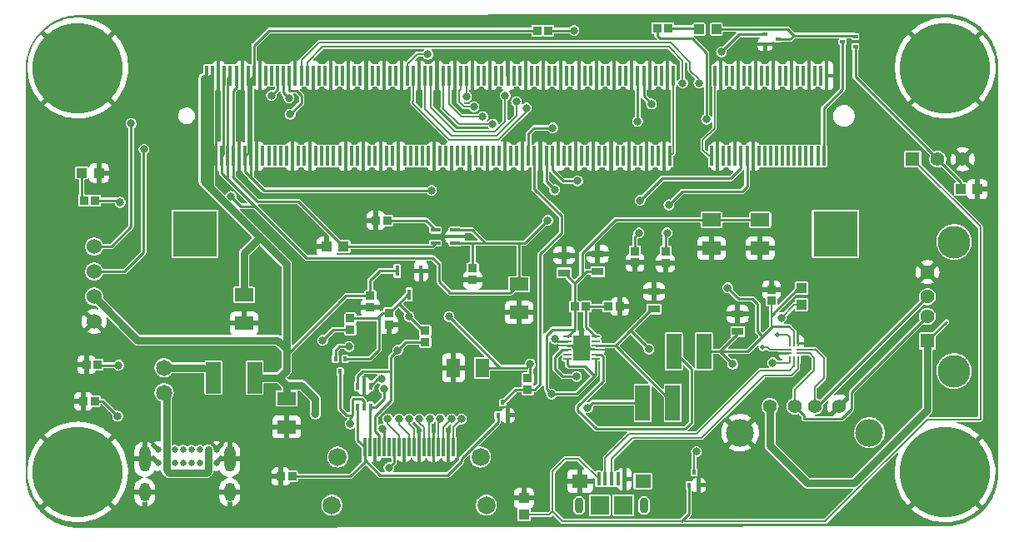
<source format=gbr>
%TF.GenerationSoftware,KiCad,Pcbnew,(6.0.9)*%
%TF.CreationDate,2023-01-10T21:20:11-08:00*%
%TF.ProjectId,RPCM1 IO Board,5250434d-3120-4494-9f20-426f6172642e,1*%
%TF.SameCoordinates,Original*%
%TF.FileFunction,Copper,L1,Top*%
%TF.FilePolarity,Positive*%
%FSLAX46Y46*%
G04 Gerber Fmt 4.6, Leading zero omitted, Abs format (unit mm)*
G04 Created by KiCad (PCBNEW (6.0.9)) date 2023-01-10 21:20:11*
%MOMM*%
%LPD*%
G01*
G04 APERTURE LIST*
G04 Aperture macros list*
%AMRoundRect*
0 Rectangle with rounded corners*
0 $1 Rounding radius*
0 $2 $3 $4 $5 $6 $7 $8 $9 X,Y pos of 4 corners*
0 Add a 4 corners polygon primitive as box body*
4,1,4,$2,$3,$4,$5,$6,$7,$8,$9,$2,$3,0*
0 Add four circle primitives for the rounded corners*
1,1,$1+$1,$2,$3*
1,1,$1+$1,$4,$5*
1,1,$1+$1,$6,$7*
1,1,$1+$1,$8,$9*
0 Add four rect primitives between the rounded corners*
20,1,$1+$1,$2,$3,$4,$5,0*
20,1,$1+$1,$4,$5,$6,$7,0*
20,1,$1+$1,$6,$7,$8,$9,0*
20,1,$1+$1,$8,$9,$2,$3,0*%
G04 Aperture macros list end*
%TA.AperFunction,ComponentPad*%
%ADD10C,0.660400*%
%TD*%
%TA.AperFunction,ComponentPad*%
%ADD11O,1.117600X2.616200*%
%TD*%
%TA.AperFunction,ComponentPad*%
%ADD12O,1.117600X1.905000*%
%TD*%
%TA.AperFunction,ComponentPad*%
%ADD13C,5.700000*%
%TD*%
%TA.AperFunction,ConnectorPad*%
%ADD14C,9.200000*%
%TD*%
%TA.AperFunction,SMDPad,CuDef*%
%ADD15R,1.320000X1.910000*%
%TD*%
%TA.AperFunction,SMDPad,CuDef*%
%ADD16R,1.910000X1.320000*%
%TD*%
%TA.AperFunction,SMDPad,CuDef*%
%ADD17R,0.848360X0.899160*%
%TD*%
%TA.AperFunction,SMDPad,CuDef*%
%ADD18R,0.899160X0.848360*%
%TD*%
%TA.AperFunction,SMDPad,CuDef*%
%ADD19R,0.354800X0.781799*%
%TD*%
%TA.AperFunction,SMDPad,CuDef*%
%ADD20R,0.998220X1.099820*%
%TD*%
%TA.AperFunction,SMDPad,CuDef*%
%ADD21RoundRect,0.039000X0.446000X0.156000X-0.446000X0.156000X-0.446000X-0.156000X0.446000X-0.156000X0*%
%TD*%
%TA.AperFunction,SMDPad,CuDef*%
%ADD22R,1.198880X0.797560*%
%TD*%
%TA.AperFunction,SMDPad,CuDef*%
%ADD23RoundRect,0.050000X-0.350000X-0.050000X0.350000X-0.050000X0.350000X0.050000X-0.350000X0.050000X0*%
%TD*%
%TA.AperFunction,SMDPad,CuDef*%
%ADD24R,1.700000X2.500000*%
%TD*%
%TA.AperFunction,SMDPad,CuDef*%
%ADD25R,0.406400X1.346200*%
%TD*%
%TA.AperFunction,SMDPad,CuDef*%
%ADD26R,1.600200X1.397000*%
%TD*%
%TA.AperFunction,SMDPad,CuDef*%
%ADD27R,1.905000X1.905000*%
%TD*%
%TA.AperFunction,ComponentPad*%
%ADD28O,0.914400X1.600200*%
%TD*%
%TA.AperFunction,SMDPad,CuDef*%
%ADD29R,1.099820X0.998220*%
%TD*%
%TA.AperFunction,SMDPad,CuDef*%
%ADD30R,1.500000X3.200000*%
%TD*%
%TA.AperFunction,SMDPad,CuDef*%
%ADD31R,0.510000X0.400000*%
%TD*%
%TA.AperFunction,SMDPad,CuDef*%
%ADD32R,0.400000X0.510000*%
%TD*%
%TA.AperFunction,SMDPad,CuDef*%
%ADD33R,0.440000X1.099999*%
%TD*%
%TA.AperFunction,ComponentPad*%
%ADD34C,1.651000*%
%TD*%
%TA.AperFunction,ComponentPad*%
%ADD35R,1.428000X1.428000*%
%TD*%
%TA.AperFunction,ComponentPad*%
%ADD36C,1.428000*%
%TD*%
%TA.AperFunction,ComponentPad*%
%ADD37C,3.316000*%
%TD*%
%TA.AperFunction,SMDPad,CuDef*%
%ADD38R,0.330200X1.955800*%
%TD*%
%TA.AperFunction,ComponentPad*%
%ADD39C,1.828800*%
%TD*%
%TA.AperFunction,SMDPad,CuDef*%
%ADD40R,0.998220X0.998220*%
%TD*%
%TA.AperFunction,ComponentPad*%
%ADD41C,1.422400*%
%TD*%
%TA.AperFunction,ComponentPad*%
%ADD42C,2.819400*%
%TD*%
%TA.AperFunction,SMDPad,CuDef*%
%ADD43R,1.498600X3.606800*%
%TD*%
%TA.AperFunction,ComponentPad*%
%ADD44C,1.524000*%
%TD*%
%TA.AperFunction,SMDPad,CuDef*%
%ADD45R,0.350000X2.000000*%
%TD*%
%TA.AperFunction,SMDPad,CuDef*%
%ADD46R,4.500000X4.600000*%
%TD*%
%TA.AperFunction,ComponentPad*%
%ADD47R,1.422400X1.422400*%
%TD*%
%TA.AperFunction,SMDPad,CuDef*%
%ADD48R,0.750000X0.204000*%
%TD*%
%TA.AperFunction,SMDPad,CuDef*%
%ADD49R,0.204000X0.750000*%
%TD*%
%TA.AperFunction,ViaPad*%
%ADD50C,0.800000*%
%TD*%
%TA.AperFunction,ViaPad*%
%ADD51C,0.508000*%
%TD*%
%TA.AperFunction,Conductor*%
%ADD52C,0.250000*%
%TD*%
%TA.AperFunction,Conductor*%
%ADD53C,0.781000*%
%TD*%
%TA.AperFunction,Conductor*%
%ADD54C,0.150000*%
%TD*%
%TA.AperFunction,Conductor*%
%ADD55C,0.200000*%
%TD*%
%TA.AperFunction,Conductor*%
%ADD56C,0.152400*%
%TD*%
G04 APERTURE END LIST*
D10*
%TO.P,J1,1,1*%
%TO.N,GND*%
X63522744Y-81027480D03*
%TO.P,J1,2,2*%
%TO.N,Net-(J1-Pad10)*%
X64372745Y-81027480D03*
%TO.P,J1,3,3*%
%TO.N,unconnected-(J1-Pad3)*%
X65222743Y-81027480D03*
%TO.P,J1,4,4*%
%TO.N,unconnected-(J1-Pad4)*%
X66072744Y-81027480D03*
%TO.P,J1,5,5*%
%TO.N,unconnected-(J1-Pad5)*%
X66922745Y-81027480D03*
%TO.P,J1,6,6*%
%TO.N,unconnected-(J1-Pad6)*%
X67772746Y-81027480D03*
%TO.P,J1,7,7*%
%TO.N,Net-(J1-Pad10)*%
X68622744Y-81027480D03*
%TO.P,J1,8,8*%
%TO.N,GND*%
X69472745Y-81027480D03*
%TO.P,J1,9,9*%
X63522744Y-82377480D03*
%TO.P,J1,10,10*%
%TO.N,Net-(J1-Pad10)*%
X64372745Y-82377480D03*
%TO.P,J1,11,11*%
%TO.N,unconnected-(J1-Pad11)*%
X65222743Y-82377480D03*
%TO.P,J1,12,12*%
%TO.N,unconnected-(J1-Pad12)*%
X66072744Y-82377480D03*
%TO.P,J1,13,13*%
%TO.N,unconnected-(J1-Pad13)*%
X66922745Y-82377480D03*
%TO.P,J1,14,14*%
%TO.N,unconnected-(J1-Pad14)*%
X67772746Y-82377480D03*
%TO.P,J1,15,15*%
%TO.N,Net-(J1-Pad10)*%
X68622744Y-82377480D03*
%TO.P,J1,16,16*%
%TO.N,GND*%
X69472745Y-82377480D03*
D11*
%TO.P,J1,17,17*%
X62172744Y-82007481D03*
%TO.P,J1,18,18*%
X70822729Y-82007480D03*
D12*
%TO.P,J1,19,19*%
X62172759Y-85392480D03*
%TO.P,J1,20,20*%
X70822729Y-85392480D03*
%TD*%
D13*
%TO.P,H4,1*%
%TO.N,N/C*%
X143510000Y-83312000D03*
D14*
%TO.N,GND*%
X143510000Y-83312000D03*
%TD*%
D15*
%TO.P,C17,1*%
%TO.N,1.8V*%
X96454700Y-72712580D03*
%TO.P,C17,2*%
%TO.N,GND*%
X93562700Y-72712580D03*
%TD*%
D16*
%TO.P,C9,1*%
%TO.N,5V*%
X119773700Y-57677580D03*
%TO.P,C9,2*%
%TO.N,GND*%
X119773700Y-60569580D03*
%TD*%
D17*
%TO.P,R3,1,1*%
%TO.N,GND*%
X76014580Y-83761580D03*
%TO.P,R3,2,2*%
%TO.N,Net-(J2-Pad19)*%
X77172820Y-83761580D03*
%TD*%
D13*
%TO.P,H3,1*%
%TO.N,N/C*%
X143522700Y-42232580D03*
D14*
%TO.N,GND*%
X143522700Y-42232580D03*
%TD*%
D18*
%TO.P,R5,1,1*%
%TO.N,1.8V*%
X101104700Y-73784460D03*
%TO.P,R5,2,2*%
%TO.N,/HDMI_HPD*%
X101104700Y-74942700D03*
%TD*%
D17*
%TO.P,R8,1,1*%
%TO.N,1.8V*%
X102049580Y-38422580D03*
%TO.P,R8,2,2*%
%TO.N,/EMMC_ENABLE*%
X103207820Y-38422580D03*
%TD*%
D18*
%TO.P,R2,1,1*%
%TO.N,+5VD*%
X83070700Y-67688460D03*
%TO.P,R2,2,2*%
%TO.N,/HDMI_SCL*%
X83070700Y-68846700D03*
%TD*%
D19*
%TO.P,U2,1,K1*%
%TO.N,/HDMI_SCL*%
X85117699Y-74569579D03*
%TO.P,U2,2,A*%
%TO.N,GND*%
X84467700Y-74569579D03*
%TO.P,U2,3,K2*%
%TO.N,/HDMI_SDA*%
X83817701Y-74569579D03*
%TO.P,U2,4,K3*%
%TO.N,Net-(J2-Pad19)*%
X83817701Y-76697581D03*
%TO.P,U2,5,K4*%
%TO.N,Net-(J2-Pad13)*%
X84467700Y-76697581D03*
%TO.P,U2,6,K5*%
%TO.N,+5VD*%
X85117699Y-76697581D03*
%TD*%
D17*
%TO.P,R6,1,1*%
%TO.N,3.3V*%
X114241580Y-38168580D03*
%TO.P,R6,2,2*%
%TO.N,Net-(D1-PadA)*%
X115399820Y-38168580D03*
%TD*%
D20*
%TO.P,R14,1,1*%
%TO.N,GND*%
X100723700Y-85961220D03*
%TO.P,R14,2,2*%
%TO.N,/VUSB_B*%
X100723700Y-87657940D03*
%TD*%
D18*
%TO.P,C11,1,1*%
%TO.N,3.3V*%
X95516700Y-62608460D03*
%TO.P,C11,2,2*%
%TO.N,GND*%
X95516700Y-63766700D03*
%TD*%
D21*
%TO.P,U4,1,IN*%
%TO.N,3.3V*%
X93702700Y-60027580D03*
%TO.P,U4,2,GND*%
%TO.N,GND*%
X93702700Y-59377580D03*
%TO.P,U4,3,EN*%
%TO.N,3.3V*%
X93702700Y-58727580D03*
%TO.P,U4,4,BP*%
%TO.N,Net-(C12-Pad1)*%
X91742700Y-58727580D03*
%TO.P,U4,5,OUT*%
%TO.N,/DAC_2V5*%
X91742700Y-60027580D03*
%TD*%
D18*
%TO.P,C1,1,1*%
%TO.N,5V*%
X85102700Y-65402460D03*
%TO.P,C1,2,2*%
%TO.N,GND*%
X85102700Y-66560700D03*
%TD*%
D22*
%TO.P,C7,1,1*%
%TO.N,5V*%
X104787700Y-63070740D03*
%TO.P,C7,2,2*%
%TO.N,GND*%
X104787700Y-61272420D03*
%TD*%
D23*
%TO.P,U3,1,VIN2*%
%TO.N,5V*%
X105115700Y-69555580D03*
%TO.P,U3,2,LX2*%
%TO.N,Net-(L2-Pad2)*%
X105115700Y-70005580D03*
%TO.P,U3,3,GND*%
%TO.N,GND*%
X105115700Y-70455580D03*
%TO.P,U3,4,FB1*%
%TO.N,3.3V*%
X105115700Y-70905580D03*
%TO.P,U3,5,NC1*%
%TO.N,unconnected-(U3-Pad5)*%
X105115700Y-71355580D03*
%TO.P,U3,6,EN1*%
%TO.N,5V*%
X105115700Y-71805580D03*
%TO.P,U3,7,VIN1*%
X108015700Y-71805580D03*
%TO.P,U3,8,LX1*%
%TO.N,Net-(L1-Pad2)*%
X108015700Y-71355580D03*
%TO.P,U3,9,GND*%
%TO.N,GND*%
X108015700Y-70905580D03*
%TO.P,U3,10,FB2*%
%TO.N,1.8V*%
X108015700Y-70455580D03*
%TO.P,U3,11,NC2*%
%TO.N,unconnected-(U3-Pad11)*%
X108015700Y-70005580D03*
%TO.P,U3,12,EN2*%
%TO.N,Net-(C6-Pad1)*%
X108015700Y-69555580D03*
D24*
%TO.P,U3,13,GND*%
%TO.N,GND*%
X106565700Y-70680580D03*
%TD*%
D25*
%TO.P,J7,1,VBUS*%
%TO.N,/VUSB_B*%
X108313700Y-84023881D03*
%TO.P,J7,2,D-*%
%TO.N,Net-(J7-Pad2)*%
X108963701Y-84023881D03*
%TO.P,J7,3,D+*%
%TO.N,Net-(J7-Pad3)*%
X109613700Y-84023881D03*
%TO.P,J7,4,ID*%
%TO.N,unconnected-(J7-Pad4)*%
X110263699Y-84023881D03*
%TO.P,J7,5,GND*%
%TO.N,GND*%
X110913700Y-84023881D03*
D26*
%TO.P,J7,6,Shield*%
X106413699Y-84248881D03*
%TO.P,J7,7*%
%TO.N,N/C*%
X112813701Y-84248881D03*
D27*
%TO.P,J7,8*%
X108413700Y-86698882D03*
%TO.P,J7,9*%
X110813700Y-86698882D03*
D28*
%TO.P,J7,S_1*%
X106313702Y-86698882D03*
%TO.P,J7,S_2*%
X112913698Y-86698882D03*
%TD*%
D29*
%TO.P,C13,1,1*%
%TO.N,/DAC_2V5*%
X82395060Y-60393580D03*
%TO.P,C13,2,2*%
%TO.N,GND*%
X80698340Y-60393580D03*
%TD*%
D17*
%TO.P,R13,1,1*%
%TO.N,Net-(R13-Pad1)*%
X57106820Y-76116180D03*
%TO.P,R13,2,2*%
%TO.N,GND*%
X55948580Y-76116180D03*
%TD*%
D14*
%TO.P,H2,1*%
%TO.N,GND*%
X55384700Y-42232580D03*
D13*
%TO.N,N/C*%
X55384700Y-42232580D03*
%TD*%
D30*
%TO.P,F1,1*%
%TO.N,Net-(F1-Pad1)*%
X69159700Y-73728580D03*
%TO.P,F1,2*%
%TO.N,5V*%
X73359700Y-73728580D03*
%TD*%
D16*
%TO.P,C3,1*%
%TO.N,5V*%
X76593700Y-75838580D03*
%TO.P,C3,2*%
%TO.N,GND*%
X76593700Y-78730580D03*
%TD*%
D31*
%TO.P,Q4,1,G*%
%TO.N,/EMMC_ENABLE*%
X125219700Y-38811580D03*
%TO.P,Q4,2,S*%
%TO.N,GND*%
X125219700Y-39811580D03*
%TO.P,Q4,3,D*%
%TO.N,Net-(D1-PadC)*%
X126519700Y-39311580D03*
%TD*%
D32*
%TO.P,Q1,1,G*%
%TO.N,+5VD*%
X82554700Y-71808580D03*
%TO.P,Q1,2,S*%
%TO.N,/HDMI_CEC*%
X81554700Y-71808580D03*
%TO.P,Q1,3,D*%
%TO.N,Net-(J2-Pad13)*%
X82054700Y-73108580D03*
%TD*%
%TO.P,Q5,1,G*%
%TO.N,/VUSB_B*%
X117495700Y-84665580D03*
%TO.P,Q5,2,S*%
%TO.N,GND*%
X118495700Y-84665580D03*
%TO.P,Q5,3,D*%
%TO.N,Net-(Q5-Pad3)*%
X117995700Y-83365580D03*
%TD*%
D33*
%TO.P,U1,1,GND*%
%TO.N,GND*%
X90239700Y-62876580D03*
%TO.P,U1,2,OUT*%
%TO.N,+5VD*%
X89039700Y-65276580D03*
%TO.P,U1,3,IN*%
%TO.N,5V*%
X87839700Y-62876580D03*
%TD*%
D34*
%TO.P,J3,1,1*%
%TO.N,Net-(J1-Pad10)*%
X64147700Y-75252580D03*
%TO.P,J3,2,2*%
%TO.N,Net-(F1-Pad1)*%
X64147700Y-72712580D03*
%TD*%
D17*
%TO.P,R15,1,1*%
%TO.N,3.3V*%
X57157620Y-55694580D03*
%TO.P,R15,2,2*%
%TO.N,Net-(D2-PadA)*%
X55999380Y-55694580D03*
%TD*%
D32*
%TO.P,Q2,1,G*%
%TO.N,Net-(J2-Pad19)*%
X98064700Y-77553580D03*
%TO.P,Q2,2,S*%
%TO.N,GND*%
X99064700Y-77553580D03*
%TO.P,Q2,3,D*%
%TO.N,/HDMI_HPD*%
X98564700Y-76253580D03*
%TD*%
D35*
%TO.P,J5,1,VBUS*%
%TO.N,5V*%
X141714700Y-69989580D03*
D36*
%TO.P,J5,2,D-*%
%TO.N,Net-(J5-Pad2)*%
X141714700Y-67489580D03*
%TO.P,J5,3,D+*%
%TO.N,Net-(J5-Pad3)*%
X141714700Y-65489580D03*
%TO.P,J5,4,GND*%
%TO.N,GND*%
X141714700Y-62989580D03*
D37*
%TO.P,J5,SH1*%
%TO.N,N/C*%
X144424700Y-73059580D03*
%TO.P,J5,SH2*%
X144424700Y-59919580D03*
%TD*%
D38*
%TO.P,J2,1,D2+*%
%TO.N,/HDMI_D2+*%
X93539701Y-80796257D03*
%TO.P,J2,2,D2S*%
%TO.N,GND*%
X93039699Y-80796257D03*
%TO.P,J2,3,D2-*%
%TO.N,/HDMI_D2-*%
X92539700Y-80796257D03*
%TO.P,J2,4,D1+*%
%TO.N,/HDMI_D1+*%
X92039699Y-80796257D03*
%TO.P,J2,5,D1S*%
%TO.N,GND*%
X91539700Y-80796257D03*
%TO.P,J2,6,D1-*%
%TO.N,/HDMI_D1-*%
X91039701Y-80796257D03*
%TO.P,J2,7,D0+*%
%TO.N,/HDMI_D0+*%
X90539699Y-80796257D03*
%TO.P,J2,8,D0S*%
%TO.N,GND*%
X90039700Y-80796257D03*
%TO.P,J2,9,D0-*%
%TO.N,/HDMI_D0-*%
X89539699Y-80796257D03*
%TO.P,J2,10,CK+*%
%TO.N,/HDMI_CK+*%
X89039700Y-80796257D03*
%TO.P,J2,11,CKS*%
%TO.N,GND*%
X88539701Y-80796257D03*
%TO.P,J2,12,CK-*%
%TO.N,/HDMI_CK-*%
X88039699Y-80796257D03*
%TO.P,J2,13,CEC*%
%TO.N,Net-(J2-Pad13)*%
X87539700Y-80796257D03*
%TO.P,J2,14,UTILITY/HEAC+*%
%TO.N,unconnected-(J2-Pad14)*%
X87039699Y-80796257D03*
%TO.P,J2,15,SCL*%
%TO.N,/HDMI_SCL*%
X86539700Y-80796257D03*
%TO.P,J2,16,SDA*%
%TO.N,/HDMI_SDA*%
X86039701Y-80796257D03*
%TO.P,J2,17,GND*%
%TO.N,GND*%
X85539699Y-80796257D03*
%TO.P,J2,18,+5V*%
%TO.N,+5VD*%
X85039700Y-80796257D03*
%TO.P,J2,19,HPD/HEAC-*%
%TO.N,Net-(J2-Pad19)*%
X84539699Y-80796257D03*
D39*
%TO.P,J2,20*%
%TO.N,N/C*%
X81789702Y-81796258D03*
%TO.P,J2,21*%
X96289698Y-81796258D03*
%TO.P,J2,22*%
X81189700Y-86696169D03*
%TO.P,J2,23*%
X96889699Y-86696169D03*
%TD*%
D16*
%TO.P,C10,1*%
%TO.N,5V*%
X124726700Y-57677580D03*
%TO.P,C10,2*%
%TO.N,GND*%
X124726700Y-60569580D03*
%TD*%
D18*
%TO.P,R10,1,1*%
%TO.N,Net-(R10-Pad1)*%
X115100100Y-60906660D03*
%TO.P,R10,2,2*%
%TO.N,GND*%
X115100100Y-62064900D03*
%TD*%
D40*
%TO.P,D2,A,A*%
%TO.N,Net-(D2-PadA)*%
X55778400Y-52900580D03*
%TO.P,D2,C,C*%
%TO.N,GND*%
X57531000Y-52900580D03*
%TD*%
D18*
%TO.P,R9,1,1*%
%TO.N,Net-(R9-Pad1)*%
X112001300Y-60855860D03*
%TO.P,R9,2,2*%
%TO.N,GND*%
X112001300Y-62014100D03*
%TD*%
D17*
%TO.P,C12,1,1*%
%TO.N,Net-(C12-Pad1)*%
X86824820Y-57726580D03*
%TO.P,C12,2,2*%
%TO.N,GND*%
X85666580Y-57726580D03*
%TD*%
D20*
%TO.P,R11,1,1*%
%TO.N,3.3V*%
X128917700Y-64625220D03*
%TO.P,R11,2,2*%
%TO.N,Net-(Q5-Pad3)*%
X128917700Y-66321940D03*
%TD*%
D29*
%TO.P,R7,1,1*%
%TO.N,GND*%
X146784060Y-54551580D03*
%TO.P,R7,2,2*%
%TO.N,Net-(J4-Pad2)*%
X145087340Y-54551580D03*
%TD*%
D13*
%TO.P,H1,1*%
%TO.N,N/C*%
X55372000Y-83312000D03*
D14*
%TO.N,GND*%
X55372000Y-83312000D03*
%TD*%
D22*
%TO.P,C4,1,1*%
%TO.N,3.3V*%
X122440700Y-69039740D03*
%TO.P,C4,2,2*%
%TO.N,GND*%
X122440700Y-67241420D03*
%TD*%
%TO.P,C5,1,1*%
%TO.N,1.8V*%
X113931700Y-66753740D03*
%TO.P,C5,2,2*%
%TO.N,GND*%
X113931700Y-64955420D03*
%TD*%
D17*
%TO.P,C6,1,1*%
%TO.N,Net-(C6-Pad1)*%
X109288580Y-66489580D03*
%TO.P,C6,2,2*%
%TO.N,GND*%
X110446820Y-66489580D03*
%TD*%
D41*
%TO.P,J6,1,VBUS*%
%TO.N,5V*%
X125731700Y-76630571D03*
%TO.P,J6,2,D-*%
%TO.N,Net-(J5-Pad2)*%
X128246300Y-76630571D03*
%TO.P,J6,3,D+*%
%TO.N,Net-(J5-Pad3)*%
X130252900Y-76630571D03*
%TO.P,J6,4,GND*%
%TO.N,GND*%
X132767500Y-76630571D03*
D42*
%TO.P,J6,5,Shield*%
X122679600Y-79322971D03*
%TO.P,J6,6*%
%TO.N,N/C*%
X135819600Y-79322971D03*
%TD*%
D43*
%TO.P,L2,1,1*%
%TO.N,1.8V*%
X115836700Y-76268580D03*
%TO.P,L2,2,2*%
%TO.N,Net-(L2-Pad2)*%
X112788700Y-76268580D03*
%TD*%
D44*
%TO.P,M1,1,-*%
%TO.N,GND*%
X57035700Y-68013580D03*
%TO.P,M1,2,+*%
%TO.N,5V*%
X57035700Y-65473580D03*
%TO.P,M1,3,Tacho*%
%TO.N,/GPIO15*%
X57035700Y-62933580D03*
%TO.P,M1,4,PWM*%
%TO.N,/GPIO14*%
X57035700Y-60393580D03*
%TD*%
D18*
%TO.P,C2,1,1*%
%TO.N,+5VD*%
X87007700Y-67180460D03*
%TO.P,C2,2,2*%
%TO.N,GND*%
X87007700Y-68338700D03*
%TD*%
D17*
%TO.P,R12,1,1*%
%TO.N,Net-(R12-Pad1)*%
X57411620Y-72407780D03*
%TO.P,R12,2,2*%
%TO.N,GND*%
X56253380Y-72407780D03*
%TD*%
D22*
%TO.P,C8,1,1*%
%TO.N,5V*%
X108216700Y-62943740D03*
%TO.P,C8,2,2*%
%TO.N,GND*%
X108216700Y-61145420D03*
%TD*%
D18*
%TO.P,C14,1,1*%
%TO.N,GND*%
X125869700Y-64767460D03*
%TO.P,C14,2,2*%
%TO.N,3.3V*%
X125869700Y-65925700D03*
%TD*%
%TO.P,R1,1,1*%
%TO.N,+5VD*%
X90690700Y-68958460D03*
%TO.P,R1,2,2*%
%TO.N,/HDMI_SDA*%
X90690700Y-70116700D03*
%TD*%
D31*
%TO.P,Q3,1,G*%
%TO.N,Net-(J4-Pad2)*%
X134393700Y-40065580D03*
%TO.P,Q3,2,S*%
%TO.N,Net-(D1-PadC)*%
X134393700Y-39065580D03*
%TO.P,Q3,3,D*%
%TO.N,/EMMC_DISABLE*%
X133093700Y-39565580D03*
%TD*%
D45*
%TO.P,U5,1,GND*%
%TO.N,GND*%
X131481700Y-42994580D03*
%TO.P,U5,2,~{EMMC_DISABLE}*%
%TO.N,/EMMC_DISABLE*%
X131181700Y-51194580D03*
%TO.P,U5,3,GPIO0*%
%TO.N,unconnected-(U5-Pad3)*%
X130881700Y-42994580D03*
%TO.P,U5,4,NC*%
%TO.N,unconnected-(U5-Pad4)*%
X130581700Y-51194580D03*
%TO.P,U5,5,GPIO1*%
%TO.N,unconnected-(U5-Pad5)*%
X130281700Y-42994580D03*
%TO.P,U5,6,NC*%
%TO.N,unconnected-(U5-Pad6)*%
X129981700Y-51194580D03*
%TO.P,U5,7,GND*%
%TO.N,GND*%
X129681700Y-42994580D03*
%TO.P,U5,8,NC*%
%TO.N,unconnected-(U5-Pad8)*%
X129381700Y-51194580D03*
%TO.P,U5,9,GPIO2*%
%TO.N,unconnected-(U5-Pad9)*%
X129081700Y-42994580D03*
%TO.P,U5,10,NC*%
%TO.N,unconnected-(U5-Pad10)*%
X128781700Y-51194580D03*
%TO.P,U5,11,GPIO3*%
%TO.N,unconnected-(U5-Pad11)*%
X128481700Y-42994580D03*
%TO.P,U5,12,NC*%
%TO.N,unconnected-(U5-Pad12)*%
X128181700Y-51194580D03*
%TO.P,U5,13,GND*%
%TO.N,GND*%
X127881700Y-42994580D03*
%TO.P,U5,14,NC*%
%TO.N,unconnected-(U5-Pad14)*%
X127581700Y-51194580D03*
%TO.P,U5,15,GPIO4*%
%TO.N,unconnected-(U5-Pad15)*%
X127281700Y-42994580D03*
%TO.P,U5,16,NC*%
%TO.N,unconnected-(U5-Pad16)*%
X126981700Y-51194580D03*
%TO.P,U5,17,GPIO5*%
%TO.N,unconnected-(U5-Pad17)*%
X126681700Y-42994580D03*
%TO.P,U5,18,NC*%
%TO.N,unconnected-(U5-Pad18)*%
X126381700Y-51194580D03*
%TO.P,U5,19,GND*%
%TO.N,GND*%
X126081700Y-42994580D03*
%TO.P,U5,20,NC*%
%TO.N,unconnected-(U5-Pad20)*%
X125781700Y-51194580D03*
%TO.P,U5,21,GPIO6*%
%TO.N,unconnected-(U5-Pad21)*%
X125481700Y-42994580D03*
%TO.P,U5,22,NC*%
%TO.N,unconnected-(U5-Pad22)*%
X125181700Y-51194580D03*
%TO.P,U5,23,GPIO7*%
%TO.N,unconnected-(U5-Pad23)*%
X124881700Y-42994580D03*
%TO.P,U5,24,NC*%
%TO.N,unconnected-(U5-Pad24)*%
X124581700Y-51194580D03*
%TO.P,U5,25,GND*%
%TO.N,GND*%
X124281700Y-42994580D03*
%TO.P,U5,26,GND*%
X123981700Y-51194580D03*
%TO.P,U5,27,GPIO8*%
%TO.N,unconnected-(U5-Pad27)*%
X123681700Y-42994580D03*
%TO.P,U5,28,GPIO28*%
%TO.N,Net-(R10-Pad1)*%
X123381700Y-51194580D03*
%TO.P,U5,29,GPIO9*%
%TO.N,unconnected-(U5-Pad29)*%
X123081700Y-42994580D03*
%TO.P,U5,30,GPIO29*%
%TO.N,Net-(R9-Pad1)*%
X122781700Y-51194580D03*
%TO.P,U5,31,GND*%
%TO.N,GND*%
X122481700Y-42994580D03*
%TO.P,U5,32,GND*%
X122181700Y-51194580D03*
%TO.P,U5,33,GPIO10*%
%TO.N,unconnected-(U5-Pad33)*%
X121881700Y-42994580D03*
%TO.P,U5,34,GPIO30*%
%TO.N,unconnected-(U5-Pad34)*%
X121581700Y-51194580D03*
%TO.P,U5,35,GPIO11*%
%TO.N,unconnected-(U5-Pad35)*%
X121281700Y-42994580D03*
%TO.P,U5,36,GPIO31*%
%TO.N,unconnected-(U5-Pad36)*%
X120981700Y-51194580D03*
%TO.P,U5,37,GND*%
%TO.N,GND*%
X120681700Y-42994580D03*
%TO.P,U5,38,GND*%
X120381700Y-51194580D03*
%TO.P,U5,39,GPIO0-27_VDD*%
%TO.N,unconnected-(U5-Pad39)*%
X120081700Y-42994580D03*
%TO.P,U5,40,GPIO0-27_VDD*%
X119781700Y-51194580D03*
%TO.P,U5,41,GPIO28-45_VDD*%
%TO.N,unconnected-(U5-Pad41)*%
X115881700Y-42994580D03*
%TO.P,U5,42,GPIO28-45_VDD*%
X115581700Y-51194580D03*
%TO.P,U5,43,GND*%
%TO.N,GND*%
X115281700Y-42994580D03*
%TO.P,U5,44,GND*%
X114981700Y-51194580D03*
%TO.P,U5,45,GPIO12*%
%TO.N,unconnected-(U5-Pad45)*%
X114681700Y-42994580D03*
%TO.P,U5,46,GPIO32*%
%TO.N,unconnected-(U5-Pad46)*%
X114381700Y-51194580D03*
%TO.P,U5,47,GPIO13*%
%TO.N,unconnected-(U5-Pad47)*%
X114081700Y-42994580D03*
%TO.P,U5,48,GPIO33*%
%TO.N,unconnected-(U5-Pad48)*%
X113781700Y-51194580D03*
%TO.P,U5,49,GND*%
%TO.N,GND*%
X113481700Y-42994580D03*
%TO.P,U5,50,GND*%
X113181700Y-51194580D03*
%TO.P,U5,51,GPIO14*%
%TO.N,/GPIO14*%
X112881700Y-42994580D03*
%TO.P,U5,52,GPIO34*%
%TO.N,unconnected-(U5-Pad52)*%
X112581700Y-51194580D03*
%TO.P,U5,53,GPIO15*%
%TO.N,/GPIO15*%
X112281700Y-42994580D03*
%TO.P,U5,54,GPIO35*%
%TO.N,unconnected-(U5-Pad54)*%
X111981700Y-51194580D03*
%TO.P,U5,55,GND*%
%TO.N,GND*%
X111681700Y-42994580D03*
%TO.P,U5,56,GND*%
X111381700Y-51194580D03*
%TO.P,U5,57,GPIO16*%
%TO.N,unconnected-(U5-Pad57)*%
X111081700Y-42994580D03*
%TO.P,U5,58,GPIO36*%
%TO.N,unconnected-(U5-Pad58)*%
X110781700Y-51194580D03*
%TO.P,U5,59,GPIO17*%
%TO.N,unconnected-(U5-Pad59)*%
X110481700Y-42994580D03*
%TO.P,U5,60,GPIO37*%
%TO.N,unconnected-(U5-Pad60)*%
X110181700Y-51194580D03*
%TO.P,U5,61,GND*%
%TO.N,GND*%
X109881700Y-42994580D03*
%TO.P,U5,62,GND*%
X109581700Y-51194580D03*
%TO.P,U5,63,GPIO18*%
%TO.N,unconnected-(U5-Pad63)*%
X109281700Y-42994580D03*
%TO.P,U5,64,GPIO38*%
%TO.N,unconnected-(U5-Pad64)*%
X108981700Y-51194580D03*
%TO.P,U5,65,GPIO19*%
%TO.N,unconnected-(U5-Pad65)*%
X108681700Y-42994580D03*
%TO.P,U5,66,GPIO39*%
%TO.N,unconnected-(U5-Pad66)*%
X108381700Y-51194580D03*
%TO.P,U5,67,GND*%
%TO.N,GND*%
X108081700Y-42994580D03*
%TO.P,U5,68,GND*%
X107781700Y-51194580D03*
%TO.P,U5,69,GPIO20*%
%TO.N,unconnected-(U5-Pad69)*%
X107481700Y-42994580D03*
%TO.P,U5,70,GPIO40*%
%TO.N,unconnected-(U5-Pad70)*%
X107181700Y-51194580D03*
%TO.P,U5,71,GPIO21*%
%TO.N,unconnected-(U5-Pad71)*%
X106881700Y-42994580D03*
%TO.P,U5,72,GPIO41*%
%TO.N,unconnected-(U5-Pad72)*%
X106581700Y-51194580D03*
%TO.P,U5,73,GND*%
%TO.N,GND*%
X106281700Y-42994580D03*
%TO.P,U5,74,GND*%
X105981700Y-51194580D03*
%TO.P,U5,75,GPIO22*%
%TO.N,unconnected-(U5-Pad75)*%
X105681700Y-42994580D03*
%TO.P,U5,76,GPIO42*%
%TO.N,unconnected-(U5-Pad76)*%
X105381700Y-51194580D03*
%TO.P,U5,77,GPIO23*%
%TO.N,unconnected-(U5-Pad77)*%
X105081700Y-42994580D03*
%TO.P,U5,78,GPIO43*%
%TO.N,unconnected-(U5-Pad78)*%
X104781700Y-51194580D03*
%TO.P,U5,79,GND*%
%TO.N,GND*%
X104481700Y-42994580D03*
%TO.P,U5,80,GND*%
X104181700Y-51194580D03*
%TO.P,U5,81,GPIO24*%
%TO.N,unconnected-(U5-Pad81)*%
X103881700Y-42994580D03*
%TO.P,U5,82,GPIO44*%
%TO.N,Net-(R13-Pad1)*%
X103581700Y-51194580D03*
%TO.P,U5,83,GPIO25*%
%TO.N,unconnected-(U5-Pad83)*%
X103281700Y-42994580D03*
%TO.P,U5,84,GPIO45*%
%TO.N,Net-(R12-Pad1)*%
X102981700Y-51194580D03*
%TO.P,U5,85,GND*%
%TO.N,GND*%
X102681700Y-42994580D03*
%TO.P,U5,86,GND*%
X102381700Y-51194580D03*
%TO.P,U5,87,GPIO26*%
%TO.N,unconnected-(U5-Pad87)*%
X102081700Y-42994580D03*
%TO.P,U5,88,GPIO46_1V8*%
%TO.N,/HDMI_HPD*%
X101781700Y-51194580D03*
%TO.P,U5,89,GPIO27*%
%TO.N,unconnected-(U5-Pad89)*%
X101481700Y-42994580D03*
%TO.P,U5,90,GPIO47_1V8*%
%TO.N,/EMMC_ENABLE*%
X101181700Y-51194580D03*
%TO.P,U5,91,GND*%
%TO.N,GND*%
X100881700Y-42994580D03*
%TO.P,U5,92,GND*%
X100581700Y-51194580D03*
%TO.P,U5,93,DSI0_DN1*%
%TO.N,unconnected-(U5-Pad93)*%
X100281700Y-42994580D03*
%TO.P,U5,94,DSI1_DP0*%
%TO.N,unconnected-(U5-Pad94)*%
X99981700Y-51194580D03*
%TO.P,U5,95,DSI0_DP1*%
%TO.N,unconnected-(U5-Pad95)*%
X99681700Y-42994580D03*
%TO.P,U5,96,DSI1_DN0*%
%TO.N,unconnected-(U5-Pad96)*%
X99381700Y-51194580D03*
%TO.P,U5,97,GND*%
%TO.N,GND*%
X99081700Y-42994580D03*
%TO.P,U5,98,GND*%
X98781700Y-51194580D03*
%TO.P,U5,99,DSI0_DN0*%
%TO.N,unconnected-(U5-Pad99)*%
X98481700Y-42994580D03*
%TO.P,U5,100,DSI1_CP*%
%TO.N,unconnected-(U5-Pad100)*%
X98181700Y-51194580D03*
%TO.P,U5,101,DSI0_DP0*%
%TO.N,unconnected-(U5-Pad101)*%
X97881700Y-42994580D03*
%TO.P,U5,102,DSI1_CN*%
%TO.N,unconnected-(U5-Pad102)*%
X97581700Y-51194580D03*
%TO.P,U5,103,GND*%
%TO.N,GND*%
X97281700Y-42994580D03*
%TO.P,U5,104,GND*%
X96981700Y-51194580D03*
%TO.P,U5,105,DSI0_CN*%
%TO.N,unconnected-(U5-Pad105)*%
X96681700Y-42994580D03*
%TO.P,U5,106,DSI1_DP3*%
%TO.N,unconnected-(U5-Pad106)*%
X96381700Y-51194580D03*
%TO.P,U5,107,DSI0_CP*%
%TO.N,unconnected-(U5-Pad107)*%
X96081700Y-42994580D03*
%TO.P,U5,108,DSI1_DN3*%
%TO.N,unconnected-(U5-Pad108)*%
X95781700Y-51194580D03*
%TO.P,U5,109,GND*%
%TO.N,GND*%
X95481700Y-42994580D03*
%TO.P,U5,110,GND*%
X95181700Y-51194580D03*
%TO.P,U5,111,CK-*%
%TO.N,/HDMI_CK-*%
X94881700Y-42994580D03*
%TO.P,U5,112,DSI1_DP2*%
%TO.N,unconnected-(U5-Pad112)*%
X94581700Y-51194580D03*
%TO.P,U5,113,CK+*%
%TO.N,/HDMI_CK+*%
X94281700Y-42994580D03*
%TO.P,U5,114,DSI1_DN2*%
%TO.N,unconnected-(U5-Pad114)*%
X93981700Y-51194580D03*
%TO.P,U5,115,GND*%
%TO.N,GND*%
X93681700Y-42994580D03*
%TO.P,U5,116,GND*%
X93381700Y-51194580D03*
%TO.P,U5,117,D0-*%
%TO.N,/HDMI_D0-*%
X93081700Y-42994580D03*
%TO.P,U5,118,DSI1_DP1*%
%TO.N,unconnected-(U5-Pad118)*%
X92781700Y-51194580D03*
%TO.P,U5,119,D0+*%
%TO.N,/HDMI_D0+*%
X92481700Y-42994580D03*
%TO.P,U5,120,DSI1_DN1*%
%TO.N,unconnected-(U5-Pad120)*%
X92181700Y-51194580D03*
%TO.P,U5,121,GND*%
%TO.N,GND*%
X91881700Y-42994580D03*
%TO.P,U5,122,GND*%
X91581700Y-51194580D03*
%TO.P,U5,123,D1-*%
%TO.N,/HDMI_D1-*%
X91281700Y-42994580D03*
%TO.P,U5,124,NC*%
%TO.N,unconnected-(U5-Pad124)*%
X90981700Y-51194580D03*
%TO.P,U5,125,D1+*%
%TO.N,/HDMI_D1+*%
X90681700Y-42994580D03*
%TO.P,U5,126,NC*%
%TO.N,unconnected-(U5-Pad126)*%
X90381700Y-51194580D03*
%TO.P,U5,127,GND*%
%TO.N,GND*%
X90081700Y-42994580D03*
%TO.P,U5,128,NC*%
%TO.N,unconnected-(U5-Pad128)*%
X89781700Y-51194580D03*
%TO.P,U5,129,D2-*%
%TO.N,/HDMI_D2-*%
X89481700Y-42994580D03*
%TO.P,U5,130,NC*%
%TO.N,unconnected-(U5-Pad130)*%
X89181700Y-51194580D03*
%TO.P,U5,131,D2+*%
%TO.N,/HDMI_D2+*%
X88881700Y-42994580D03*
%TO.P,U5,132,NC*%
%TO.N,unconnected-(U5-Pad132)*%
X88581700Y-51194580D03*
%TO.P,U5,133,GND*%
%TO.N,GND*%
X88281700Y-42994580D03*
%TO.P,U5,134,GND*%
X87981700Y-51194580D03*
%TO.P,U5,135,CAM1_DP3*%
%TO.N,unconnected-(U5-Pad135)*%
X87681700Y-42994580D03*
%TO.P,U5,136,CAM0_DP0*%
%TO.N,unconnected-(U5-Pad136)*%
X87381700Y-51194580D03*
%TO.P,U5,137,CAM1_DN3*%
%TO.N,unconnected-(U5-Pad137)*%
X87081700Y-42994580D03*
%TO.P,U5,138,CAM0_DN0*%
%TO.N,unconnected-(U5-Pad138)*%
X86781700Y-51194580D03*
%TO.P,U5,139,GND*%
%TO.N,GND*%
X86481700Y-42994580D03*
%TO.P,U5,140,GND*%
X86181700Y-51194580D03*
%TO.P,U5,141,CAM1_DP2*%
%TO.N,unconnected-(U5-Pad141)*%
X85881700Y-42994580D03*
%TO.P,U5,142,CAM0_CP*%
%TO.N,unconnected-(U5-Pad142)*%
X85581700Y-51194580D03*
%TO.P,U5,143,CAM1_DN2*%
%TO.N,unconnected-(U5-Pad143)*%
X85281700Y-42994580D03*
%TO.P,U5,144,CAM0_CN*%
%TO.N,unconnected-(U5-Pad144)*%
X84981700Y-51194580D03*
%TO.P,U5,145,GND*%
%TO.N,GND*%
X84681700Y-42994580D03*
%TO.P,U5,146,GND*%
X84381700Y-51194580D03*
%TO.P,U5,147,CAM1_CP*%
%TO.N,unconnected-(U5-Pad147)*%
X84081700Y-42994580D03*
%TO.P,U5,148,CAM0_DP1*%
%TO.N,unconnected-(U5-Pad148)*%
X83781700Y-51194580D03*
%TO.P,U5,149,CAM1_CN*%
%TO.N,unconnected-(U5-Pad149)*%
X83481700Y-42994580D03*
%TO.P,U5,150,CAM0_DN1*%
%TO.N,unconnected-(U5-Pad150)*%
X83181700Y-51194580D03*
%TO.P,U5,151,GND*%
%TO.N,GND*%
X82881700Y-42994580D03*
%TO.P,U5,152,GND*%
X82581700Y-51194580D03*
%TO.P,U5,153,CAM1_DP1*%
%TO.N,unconnected-(U5-Pad153)*%
X82281700Y-42994580D03*
%TO.P,U5,154,NC*%
%TO.N,unconnected-(U5-Pad154)*%
X81981700Y-51194580D03*
%TO.P,U5,155,CAM1_DN1*%
%TO.N,unconnected-(U5-Pad155)*%
X81681700Y-42994580D03*
%TO.P,U5,156,NC*%
%TO.N,unconnected-(U5-Pad156)*%
X81381700Y-51194580D03*
%TO.P,U5,157,GND*%
%TO.N,GND*%
X81081700Y-42994580D03*
%TO.P,U5,158,NC*%
%TO.N,unconnected-(U5-Pad158)*%
X80781700Y-51194580D03*
%TO.P,U5,159,CAM1_DP0*%
%TO.N,unconnected-(U5-Pad159)*%
X80481700Y-42994580D03*
%TO.P,U5,160,NC*%
%TO.N,unconnected-(U5-Pad160)*%
X80181700Y-51194580D03*
%TO.P,U5,161,CAM1_DN0*%
%TO.N,unconnected-(U5-Pad161)*%
X79881700Y-42994580D03*
%TO.P,U5,162,NC*%
%TO.N,unconnected-(U5-Pad162)*%
X79581700Y-51194580D03*
%TO.P,U5,163,GND*%
%TO.N,GND*%
X79281700Y-42994580D03*
%TO.P,U5,164,GND*%
X78981700Y-51194580D03*
%TO.P,U5,165,USB_DP*%
%TO.N,/USB_D+*%
X78681700Y-42994580D03*
%TO.P,U5,166,TVDAC*%
%TO.N,unconnected-(U5-Pad166)*%
X78381700Y-51194580D03*
%TO.P,U5,167,USB_DM*%
%TO.N,/USB_D-*%
X78081700Y-42994580D03*
%TO.P,U5,168,USB_OTGID*%
%TO.N,unconnected-(U5-Pad168)*%
X77781700Y-51194580D03*
%TO.P,U5,169,GND*%
%TO.N,GND*%
X77481700Y-42994580D03*
%TO.P,U5,170,GND*%
X77181700Y-51194580D03*
%TO.P,U5,171,CEC*%
%TO.N,/HDMI_CEC*%
X76881700Y-42994580D03*
%TO.P,U5,172,~{VC_TRST}*%
%TO.N,unconnected-(U5-Pad172)*%
X76581700Y-51194580D03*
%TO.P,U5,173,SDA*%
%TO.N,/HDMI_SDA*%
X76281700Y-42994580D03*
%TO.P,U5,174,VC_TDI*%
%TO.N,unconnected-(U5-Pad174)*%
X75981700Y-51194580D03*
%TO.P,U5,175,SCL*%
%TO.N,/HDMI_SCL*%
X75681700Y-42994580D03*
%TO.P,U5,176,VC_TMS*%
%TO.N,unconnected-(U5-Pad176)*%
X75381700Y-51194580D03*
%TO.P,U5,177,RUN*%
%TO.N,unconnected-(U5-Pad177)*%
X75081700Y-42994580D03*
%TO.P,U5,178,VC_TDO*%
%TO.N,unconnected-(U5-Pad178)*%
X74781700Y-51194580D03*
%TO.P,U5,179,VDD_CORE_(DO_NOT_CONNECT)*%
%TO.N,unconnected-(U5-Pad179)*%
X74481700Y-42994580D03*
%TO.P,U5,180,VC_TCK*%
%TO.N,unconnected-(U5-Pad180)*%
X74181700Y-51194580D03*
%TO.P,U5,181,GND*%
%TO.N,GND*%
X73881700Y-42994580D03*
%TO.P,U5,182,GND*%
X73581700Y-51194580D03*
%TO.P,U5,183,1V8*%
%TO.N,1.8V*%
X73281700Y-42994580D03*
%TO.P,U5,184,1V8*%
X72981700Y-51194580D03*
%TO.P,U5,185,1V8*%
X72681700Y-42994580D03*
%TO.P,U5,186,1V8*%
X72381700Y-51194580D03*
%TO.P,U5,187,GND*%
%TO.N,GND*%
X72081700Y-42994580D03*
%TO.P,U5,188,GND*%
X71781700Y-51194580D03*
%TO.P,U5,189,VDAC*%
%TO.N,/DAC_2V5*%
X71481700Y-42994580D03*
%TO.P,U5,190,VDAC*%
X71181700Y-51194580D03*
%TO.P,U5,191,3V3*%
%TO.N,3.3V*%
X70881700Y-42994580D03*
%TO.P,U5,192,3V3*%
X70581700Y-51194580D03*
%TO.P,U5,193,3V3*%
X70281700Y-42994580D03*
%TO.P,U5,194,3V3*%
X69981700Y-51194580D03*
%TO.P,U5,195,GND*%
%TO.N,GND*%
X69681700Y-42994580D03*
%TO.P,U5,196,GND*%
X69381700Y-51194580D03*
%TO.P,U5,197,VBAT*%
%TO.N,5V*%
X69081700Y-42994580D03*
%TO.P,U5,198,VBAT*%
X68781700Y-51194580D03*
%TO.P,U5,199,VBAT*%
X68481700Y-42994580D03*
%TO.P,U5,200,VBAT*%
X68181700Y-51194580D03*
D46*
%TO.P,U5,S1*%
%TO.N,N/C*%
X132381700Y-59094580D03*
%TO.P,U5,S2*%
X67281700Y-59094580D03*
%TD*%
D40*
%TO.P,D1,A,A*%
%TO.N,Net-(D1-PadA)*%
X118516400Y-38295580D03*
%TO.P,D1,C,C*%
%TO.N,Net-(D1-PadC)*%
X120269000Y-38295580D03*
%TD*%
D43*
%TO.P,L1,1,1*%
%TO.N,3.3V*%
X119011700Y-71061580D03*
%TO.P,L1,2,2*%
%TO.N,Net-(L1-Pad2)*%
X115963700Y-71061580D03*
%TD*%
D16*
%TO.P,C16,1*%
%TO.N,3.3V*%
X100215700Y-64203580D03*
%TO.P,C16,2*%
%TO.N,GND*%
X100215700Y-67095580D03*
%TD*%
D47*
%TO.P,J4,1,1*%
%TO.N,/VUSB_B*%
X140220700Y-51503580D03*
D41*
%TO.P,J4,2,2*%
%TO.N,Net-(J4-Pad2)*%
X142760700Y-51503580D03*
%TO.P,J4,3,3*%
%TO.N,GND*%
X145300700Y-51503580D03*
%TD*%
D17*
%TO.P,R4,1,1*%
%TO.N,5V*%
X105859580Y-66489580D03*
%TO.P,R4,2,2*%
%TO.N,Net-(C6-Pad1)*%
X107017820Y-66489580D03*
%TD*%
D16*
%TO.P,C15,1*%
%TO.N,5V*%
X72275700Y-65297580D03*
%TO.P,C15,2*%
%TO.N,GND*%
X72275700Y-68189580D03*
%TD*%
D48*
%TO.P,U6,1,D+*%
%TO.N,/USB_D+*%
X127532201Y-70861580D03*
%TO.P,U6,2,GND*%
%TO.N,GND*%
X127532201Y-71261580D03*
D49*
%TO.P,U6,3,D-*%
%TO.N,/USB_D-*%
X127755701Y-71888279D03*
%TO.P,U6,4,HSD1-*%
%TO.N,Net-(J7-Pad2)*%
X128155700Y-71888279D03*
%TO.P,U6,5,HSD1+*%
%TO.N,Net-(J7-Pad3)*%
X128555699Y-71888279D03*
D48*
%TO.P,U6,6,HSD2-*%
%TO.N,Net-(J5-Pad2)*%
X128779199Y-71261580D03*
%TO.P,U6,7,HSD2+*%
%TO.N,Net-(J5-Pad3)*%
X128779199Y-70861580D03*
D49*
%TO.P,U6,8,/OE*%
%TO.N,GND*%
X128555699Y-70234881D03*
%TO.P,U6,9,VCC*%
%TO.N,3.3V*%
X128155700Y-70234881D03*
%TO.P,U6,10,SEL*%
%TO.N,Net-(Q5-Pad3)*%
X127755701Y-70234881D03*
%TD*%
D50*
%TO.N,5V*%
X79514700Y-77411580D03*
X103517700Y-75379580D03*
D51*
%TO.N,GND*%
X132588000Y-69596000D03*
X84074000Y-46990000D03*
X106426000Y-68326000D03*
X77978000Y-58674000D03*
X86360000Y-82296000D03*
X119380000Y-75438000D03*
X108458000Y-46228000D03*
D50*
%TO.N,+5VD*%
X86499700Y-74871580D03*
X89039700Y-67505580D03*
%TO.N,3.3V*%
X121424700Y-64584580D03*
X103136700Y-57726580D03*
X59677300Y-55897780D03*
X106057700Y-73601580D03*
X70954900Y-55288180D03*
X121932700Y-72331580D03*
X119265700Y-47439580D03*
%TO.N,1.8V*%
X113423700Y-70807580D03*
X91325700Y-54678580D03*
X93103700Y-67505580D03*
X101358700Y-72331580D03*
%TO.N,/HDMI_D2+*%
X94373700Y-77919580D03*
X90944700Y-40835580D03*
%TO.N,/HDMI_D2-*%
X100977700Y-46296580D03*
X93357700Y-77919580D03*
%TO.N,/HDMI_D1+*%
X92214700Y-77919580D03*
X99961700Y-45661580D03*
%TO.N,/HDMI_D1-*%
X98818700Y-45026580D03*
X91198700Y-77919580D03*
%TO.N,/HDMI_D0+*%
X97548700Y-47947580D03*
X90055700Y-77919580D03*
%TO.N,/HDMI_D0-*%
X96532700Y-47185580D03*
X89039700Y-77919580D03*
%TO.N,/HDMI_CK+*%
X95643700Y-46169580D03*
X88023700Y-77919580D03*
%TO.N,/HDMI_CK-*%
X86880700Y-77919580D03*
X94881700Y-45153580D03*
%TO.N,Net-(J2-Pad13)*%
X87007700Y-82872580D03*
X83070700Y-78427580D03*
%TO.N,/HDMI_SCL*%
X86372700Y-78935580D03*
X75069700Y-45026580D03*
X86245700Y-73855580D03*
X80276700Y-69918580D03*
%TO.N,/HDMI_SDA*%
X76847700Y-45280580D03*
X87896700Y-70934580D03*
%TO.N,Net-(L2-Pad2)*%
X103898700Y-69791580D03*
X107200700Y-76776580D03*
%TO.N,/EMMC_ENABLE*%
X105803700Y-38422580D03*
X103644700Y-48328580D03*
X120789700Y-40581580D03*
%TO.N,Net-(R10-Pad1)*%
X115455700Y-56151780D03*
X115252500Y-58996580D03*
%TO.N,/USB_D+*%
X116852700Y-43756580D03*
D51*
X124968000Y-70612000D03*
D50*
%TO.N,/USB_D-*%
X118503700Y-43756580D03*
X125996700Y-72204580D03*
%TO.N,/HDMI_CEC*%
X76974700Y-46931580D03*
X82943700Y-70553580D03*
D51*
%TO.N,Net-(Q5-Pad3)*%
X126492000Y-69342000D03*
D50*
X126885700Y-67632580D03*
X118249700Y-81246980D03*
%TO.N,Net-(R9-Pad1)*%
X112407700Y-58996580D03*
X112509300Y-55694580D03*
%TO.N,Net-(R13-Pad1)*%
X59423300Y-77640180D03*
X106159300Y-53713380D03*
%TO.N,Net-(R12-Pad1)*%
X59524900Y-72458580D03*
X103822500Y-54627780D03*
%TO.N,/GPIO14*%
X60794900Y-47871380D03*
X113677700Y-45890180D03*
%TO.N,/GPIO15*%
X62115700Y-50512980D03*
X112255300Y-47668180D03*
%TD*%
D52*
%TO.N,5V*%
X105859580Y-66489580D02*
X105859580Y-64142620D01*
D53*
X79514700Y-75887580D02*
X79514700Y-77411580D01*
D52*
X107782700Y-73421580D02*
X106946700Y-72585580D01*
X85102700Y-63822580D02*
X85102700Y-65402460D01*
X106057700Y-75379580D02*
X108015700Y-73421580D01*
D53*
X141714700Y-76973066D02*
X134232766Y-84455000D01*
D52*
X106626660Y-63375540D02*
X106626660Y-61087240D01*
D53*
X134232766Y-84455000D02*
X129540000Y-84455000D01*
D52*
X86048700Y-62876580D02*
X85102700Y-63822580D01*
X103608580Y-68811700D02*
X103009700Y-69410580D01*
X105115700Y-69555580D02*
X105859580Y-68811700D01*
X108015700Y-73421580D02*
X108015700Y-71805580D01*
D53*
X76593700Y-70807580D02*
X76593700Y-62171580D01*
D52*
X107058460Y-62943740D02*
X106626660Y-63375540D01*
D53*
X68781700Y-54359580D02*
X68781700Y-51194580D01*
D52*
X106626660Y-61087240D02*
X110036320Y-57677580D01*
D53*
X76593700Y-70807580D02*
X75704700Y-69918580D01*
D52*
X108015700Y-73421580D02*
X107782700Y-73421580D01*
D53*
X68181700Y-51194580D02*
X68181700Y-43294580D01*
D52*
X82633820Y-65402460D02*
X76593700Y-71442580D01*
X108216700Y-62943740D02*
X107058460Y-62943740D01*
X103517700Y-75379580D02*
X106057700Y-75379580D01*
D53*
X141714700Y-69989580D02*
X141714700Y-76973066D01*
X76593700Y-74490580D02*
X76593700Y-75838580D01*
D52*
X106626660Y-63375540D02*
X105859580Y-64142620D01*
X103009700Y-69410580D02*
X103009700Y-74871580D01*
D53*
X72275700Y-61028580D02*
X73863200Y-59441080D01*
D52*
X68781700Y-43294580D02*
X69081700Y-42994580D01*
D53*
X75831700Y-73728580D02*
X76593700Y-72966580D01*
X75831700Y-73728580D02*
X76593700Y-74490580D01*
D52*
X119773700Y-57677580D02*
X124726700Y-57677580D01*
X105859580Y-64142620D02*
X104787700Y-63070740D01*
D53*
X129540000Y-84455000D02*
X125730000Y-80645000D01*
D52*
X87839700Y-62876580D02*
X86048700Y-62876580D01*
D53*
X73359700Y-73728580D02*
X75831700Y-73728580D01*
D52*
X110036320Y-57677580D02*
X119773700Y-57677580D01*
D53*
X61480700Y-69918580D02*
X57035700Y-65473580D01*
D52*
X85102700Y-65402460D02*
X82633820Y-65402460D01*
X105859580Y-68811700D02*
X105859580Y-66489580D01*
D53*
X73863200Y-59441080D02*
X68781700Y-54359580D01*
X75704700Y-69918580D02*
X61480700Y-69918580D01*
X72275700Y-65297580D02*
X72275700Y-61028580D01*
X76593700Y-74490580D02*
X78117700Y-74490580D01*
D52*
X103009700Y-74871580D02*
X103517700Y-75379580D01*
D53*
X125731700Y-80643300D02*
X125731700Y-76630571D01*
D52*
X105115700Y-72405580D02*
X105115700Y-71805580D01*
X105295700Y-72585580D02*
X105115700Y-72405580D01*
X143649700Y-68054580D02*
X141714700Y-69989580D01*
D53*
X68781700Y-51194580D02*
X68781700Y-43294580D01*
X76593700Y-62171580D02*
X73863200Y-59441080D01*
X76593700Y-71442580D02*
X76593700Y-70807580D01*
X68781700Y-54359580D02*
X68181700Y-53759580D01*
D52*
X105859580Y-68811700D02*
X103608580Y-68811700D01*
X106946700Y-72585580D02*
X105295700Y-72585580D01*
X125730000Y-80645000D02*
X125731700Y-80643300D01*
D53*
X78117700Y-74490580D02*
X79514700Y-75887580D01*
D52*
X68181700Y-43294580D02*
X68481700Y-42994580D01*
D53*
X68181700Y-53759580D02*
X68181700Y-51194580D01*
X76593700Y-72966580D02*
X76593700Y-71442580D01*
D52*
%TO.N,+5VD*%
X85039700Y-76775580D02*
X85117699Y-76697581D01*
X83070700Y-67688460D02*
X85800120Y-67688460D01*
X85800120Y-67688460D02*
X85991700Y-67496880D01*
X85039700Y-80796257D02*
X85039700Y-76775580D01*
X88911580Y-65276580D02*
X87988140Y-66200020D01*
X85991700Y-67496880D02*
X86308120Y-67180460D01*
X85117699Y-76697581D02*
X85689699Y-76697581D01*
X89039700Y-67251580D02*
X87988140Y-66200020D01*
X89039700Y-67505580D02*
X89039700Y-67251580D01*
X90492580Y-68958460D02*
X89039700Y-67505580D01*
X85689699Y-76697581D02*
X86499700Y-75887580D01*
X85991700Y-70878460D02*
X85991700Y-67496880D01*
X90690700Y-68958460D02*
X90492580Y-68958460D01*
X86499700Y-75887580D02*
X86499700Y-74871580D01*
X86308120Y-67180460D02*
X87007700Y-67180460D01*
X85061580Y-71808580D02*
X85991700Y-70878460D01*
X82554700Y-71808580D02*
X85061580Y-71808580D01*
X89039700Y-65276580D02*
X88911580Y-65276580D01*
X87988140Y-66200020D02*
X87007700Y-67180460D01*
%TO.N,3.3V*%
X117805700Y-39248580D02*
X114566700Y-39248580D01*
X59474100Y-55694580D02*
X57157620Y-55694580D01*
X73367900Y-56278780D02*
X71945500Y-56278780D01*
X100215700Y-64203580D02*
X99326700Y-65092580D01*
X123964700Y-65727580D02*
X124472700Y-66235580D01*
X69981700Y-52892580D02*
X69981700Y-51194580D01*
X93230700Y-65092580D02*
X92087700Y-63949580D01*
X123456700Y-71061580D02*
X124980700Y-69537580D01*
X70281700Y-42994580D02*
X70181700Y-43094580D01*
X70181700Y-43094580D02*
X70181700Y-50994580D01*
X99326700Y-65092580D02*
X93230700Y-65092580D01*
X128917700Y-64625220D02*
X128623060Y-64625220D01*
D54*
X128155700Y-69029580D02*
X128155700Y-70234881D01*
D52*
X100200700Y-60027580D02*
X100215700Y-60042580D01*
X124472700Y-69029580D02*
X124980700Y-69537580D01*
D55*
X125869700Y-67378580D02*
X125869700Y-68394580D01*
D52*
X73367900Y-56278780D02*
X70581700Y-53492580D01*
X103898700Y-71642250D02*
X103898700Y-72839580D01*
X121932700Y-72331580D02*
X120662700Y-71061580D01*
X103136700Y-57726580D02*
X100835700Y-60027580D01*
X71945500Y-56278780D02*
X70954900Y-55288180D01*
X95471700Y-58727580D02*
X93702700Y-58727580D01*
X91452700Y-61536580D02*
X78625700Y-61536580D01*
X100215700Y-60042580D02*
X100215700Y-64203580D01*
X122440700Y-69283580D02*
X120662700Y-71061580D01*
X92087700Y-63949580D02*
X92087700Y-62171580D01*
X121424700Y-64584580D02*
X122567700Y-65727580D01*
X95516700Y-62608460D02*
X95516700Y-60042580D01*
X120662700Y-71061580D02*
X119011700Y-71061580D01*
X70581700Y-53492580D02*
X69981700Y-52892580D01*
X104660700Y-73601580D02*
X106057700Y-73601580D01*
X122440700Y-69039740D02*
X122440700Y-69283580D01*
X95531700Y-60027580D02*
X93702700Y-60027580D01*
X119265700Y-40708580D02*
X117805700Y-39248580D01*
X70181700Y-50994580D02*
X69981700Y-51194580D01*
X122567700Y-65727580D02*
X123964700Y-65727580D01*
X70581700Y-43294580D02*
X70881700Y-42994580D01*
X104635370Y-70905580D02*
X103898700Y-71642250D01*
X92087700Y-62171580D02*
X91452700Y-61536580D01*
X70581700Y-51194580D02*
X70581700Y-43294580D01*
X119265700Y-40708580D02*
X119265700Y-47439580D01*
X114566700Y-39248580D02*
X114241580Y-38923460D01*
X124980700Y-69537580D02*
X125996700Y-68521580D01*
D54*
X127647700Y-68521580D02*
X128155700Y-69029580D01*
D52*
X124472700Y-66235580D02*
X124472700Y-69029580D01*
X125996700Y-68521580D02*
X127647700Y-68521580D01*
X128623060Y-64625220D02*
X125869700Y-67378580D01*
X96771700Y-60027580D02*
X95471700Y-58727580D01*
D55*
X125869700Y-68394580D02*
X125996700Y-68521580D01*
D52*
X114241580Y-38923460D02*
X114241580Y-38168580D01*
X95516700Y-60042580D02*
X95531700Y-60027580D01*
X100200700Y-60027580D02*
X96771700Y-60027580D01*
X59677300Y-55897780D02*
X59474100Y-55694580D01*
X120662700Y-71061580D02*
X123456700Y-71061580D01*
D55*
X125869700Y-65925700D02*
X125869700Y-67378580D01*
D52*
X100835700Y-60027580D02*
X100200700Y-60027580D01*
X103898700Y-72839580D02*
X104660700Y-73601580D01*
X105115700Y-70905580D02*
X104635370Y-70905580D01*
X96771700Y-60027580D02*
X95531700Y-60027580D01*
X78625700Y-61536580D02*
X73367900Y-56278780D01*
X70581700Y-53492580D02*
X70581700Y-51194580D01*
%TO.N,1.8V*%
X98310700Y-72712580D02*
X93103700Y-67505580D01*
X101358700Y-73530460D02*
X101104700Y-73784460D01*
X72910700Y-53281580D02*
X72981700Y-53210580D01*
X72981700Y-53210580D02*
X72981700Y-51194580D01*
X100977700Y-72712580D02*
X98310700Y-72712580D01*
X72681700Y-42994580D02*
X72681700Y-50894580D01*
X74815700Y-38422580D02*
X73281700Y-39956580D01*
X108015700Y-70455580D02*
X110023700Y-70455580D01*
X101358700Y-72331580D02*
X100977700Y-72712580D01*
X111420700Y-69058580D02*
X111674700Y-69058580D01*
X72681700Y-50894580D02*
X72381700Y-51194580D01*
X113931700Y-66753740D02*
X113725540Y-66753740D01*
X111674700Y-69058580D02*
X113423700Y-70807580D01*
X102049580Y-38422580D02*
X74815700Y-38422580D01*
X73281700Y-39956580D02*
X73281700Y-42994580D01*
X72981700Y-51194580D02*
X72981700Y-43294580D01*
X110023700Y-70455580D02*
X115836700Y-76268580D01*
X101358700Y-72331580D02*
X101358700Y-73530460D01*
X91325700Y-54678580D02*
X74307700Y-54678580D01*
X72381700Y-52752580D02*
X72381700Y-51194580D01*
X74307700Y-54678580D02*
X72910700Y-53281580D01*
X98310700Y-72712580D02*
X96454700Y-72712580D01*
X113725540Y-66753740D02*
X111420700Y-69058580D01*
X72910700Y-53281580D02*
X72381700Y-52752580D01*
X72981700Y-43294580D02*
X73281700Y-42994580D01*
X111420700Y-69058580D02*
X110023700Y-70455580D01*
%TO.N,Net-(C6-Pad1)*%
X107017820Y-66489580D02*
X107017820Y-68557700D01*
X107017820Y-66489580D02*
X109288580Y-66489580D01*
X107017820Y-68557700D02*
X108015700Y-69555580D01*
%TO.N,Net-(C12-Pad1)*%
X90741700Y-57726580D02*
X86824820Y-57726580D01*
X91742700Y-58727580D02*
X90741700Y-57726580D01*
%TO.N,/DAC_2V5*%
X71181700Y-53232580D02*
X71181700Y-51194580D01*
X71132700Y-53281580D02*
X71181700Y-53232580D01*
X91742700Y-60027580D02*
X91376700Y-60393580D01*
X71181700Y-51194580D02*
X71181700Y-44519580D01*
X71181700Y-44519580D02*
X71481700Y-44219580D01*
X73672700Y-55821580D02*
X71132700Y-53281580D01*
X91376700Y-60393580D02*
X82395060Y-60393580D01*
X77823060Y-55821580D02*
X73672700Y-55821580D01*
X82395060Y-60393580D02*
X77823060Y-55821580D01*
X71481700Y-44219580D02*
X71481700Y-42994580D01*
%TO.N,Net-(D1-PadA)*%
X115399820Y-38168580D02*
X118389400Y-38168580D01*
X118389400Y-38168580D02*
X118516400Y-38295580D01*
%TO.N,Net-(D1-PadC)*%
X128155700Y-38930580D02*
X127774700Y-39311580D01*
X120269000Y-38295580D02*
X120278000Y-38286580D01*
X134258700Y-38930580D02*
X128155700Y-38930580D01*
X127774700Y-39311580D02*
X126519700Y-39311580D01*
X127511700Y-38286580D02*
X128155700Y-38930580D01*
X134393700Y-39065580D02*
X134258700Y-38930580D01*
X120278000Y-38286580D02*
X127511700Y-38286580D01*
%TO.N,Net-(D2-PadA)*%
X55778400Y-55473600D02*
X55999380Y-55694580D01*
X55778400Y-52900580D02*
X55778400Y-55473600D01*
D53*
%TO.N,Net-(F1-Pad1)*%
X64147700Y-72712580D02*
X68143700Y-72712580D01*
D52*
X68143700Y-72712580D02*
X69159700Y-73728580D01*
D55*
%TO.N,/HDMI_D2+*%
X93539701Y-78753579D02*
X94373700Y-77919580D01*
X93539701Y-80796257D02*
X93539701Y-78753579D01*
X90944700Y-40835580D02*
X89865700Y-40835580D01*
X88881700Y-41819580D02*
X88881700Y-42994580D01*
X89865700Y-40835580D02*
X88881700Y-41819580D01*
%TO.N,/HDMI_D2-*%
X89420700Y-45661580D02*
X89481700Y-45600580D01*
X100977700Y-46639901D02*
X98108021Y-49509580D01*
X98108021Y-49509580D02*
X93141700Y-49509580D01*
X89481700Y-45600580D02*
X89481700Y-42994580D01*
X93141700Y-49509580D02*
X89420700Y-45788580D01*
X92539700Y-78737580D02*
X93357700Y-77919580D01*
X100977700Y-46296580D02*
X100977700Y-46639901D01*
X92539700Y-80796257D02*
X92539700Y-78737580D01*
X89420700Y-45788580D02*
X89420700Y-45661580D01*
%TO.N,/HDMI_D1+*%
X99961700Y-45661580D02*
X99961700Y-47090216D01*
X93376700Y-49109580D02*
X90690700Y-46423580D01*
X90690700Y-45661580D02*
X90681700Y-45652580D01*
X92039699Y-78094581D02*
X92214700Y-77919580D01*
X99961700Y-47090216D02*
X97942335Y-49109580D01*
X97942335Y-49109580D02*
X93376700Y-49109580D01*
X90690700Y-46423580D02*
X90690700Y-45661580D01*
X92039699Y-80796257D02*
X92039699Y-78094581D01*
X90681700Y-45652580D02*
X90681700Y-42994580D01*
%TO.N,/HDMI_D1-*%
X93738700Y-48709580D02*
X91281700Y-46252580D01*
X91039701Y-80796257D02*
X91039701Y-77951579D01*
X98818700Y-47667530D02*
X97776650Y-48709580D01*
X91198700Y-77919580D02*
X91039701Y-77951579D01*
X91281700Y-46252580D02*
X91281700Y-42994580D01*
X98818700Y-45026580D02*
X98818700Y-47667530D01*
X97776650Y-48709580D02*
X93738700Y-48709580D01*
X91071700Y-77919580D02*
X91198700Y-77919580D01*
%TO.N,/HDMI_D0+*%
X90055700Y-78300580D02*
X90055700Y-77919580D01*
X92481700Y-46283580D02*
X92481700Y-42994580D01*
X90539699Y-80796257D02*
X90539699Y-78784579D01*
X90539699Y-78784579D02*
X90055700Y-78300580D01*
X92468700Y-46296580D02*
X92481700Y-46283580D01*
X94119700Y-47947580D02*
X92468700Y-46296580D01*
X97548700Y-47947580D02*
X94119700Y-47947580D01*
%TO.N,/HDMI_D0-*%
X94373700Y-47185580D02*
X93081700Y-45893580D01*
X96532700Y-47185580D02*
X94373700Y-47185580D01*
X93081700Y-45893580D02*
X93081700Y-42994580D01*
X89539699Y-78927579D02*
X89039700Y-78427580D01*
X89539699Y-80796257D02*
X89539699Y-78927579D01*
X89039700Y-78427580D02*
X89039700Y-77919580D01*
%TO.N,/HDMI_CK+*%
X89039700Y-79553256D02*
X88023700Y-78537256D01*
X94119700Y-45661580D02*
X94119700Y-44518580D01*
X88023700Y-78537256D02*
X88023700Y-77919580D01*
X94281700Y-44356580D02*
X94281700Y-42994580D01*
X95643700Y-46169580D02*
X94627700Y-46169580D01*
X89039700Y-80796257D02*
X89039700Y-79553256D01*
X94119700Y-44518580D02*
X94281700Y-44356580D01*
X94627700Y-46169580D02*
X94119700Y-45661580D01*
%TO.N,/HDMI_CK-*%
X94881700Y-45153580D02*
X94881700Y-42994580D01*
X86880700Y-78427580D02*
X86880700Y-77919580D01*
X88039699Y-80796257D02*
X88039699Y-79586579D01*
X88039699Y-79586579D02*
X86880700Y-78427580D01*
D52*
%TO.N,Net-(J2-Pad13)*%
X83070700Y-77792580D02*
X83070700Y-78427580D01*
X87539700Y-82340580D02*
X87539700Y-80796257D01*
X83315301Y-75981682D02*
X83315301Y-77547979D01*
X82699099Y-77547979D02*
X83315301Y-77547979D01*
X87007700Y-82872580D02*
X87539700Y-82340580D01*
X84225999Y-75887580D02*
X83409403Y-75887580D01*
X83315301Y-77547979D02*
X83070700Y-77792580D01*
X82054700Y-76903580D02*
X82699099Y-77547979D01*
X82054700Y-73108580D02*
X82054700Y-76903580D01*
X83409403Y-75887580D02*
X83315301Y-75981682D01*
X84467700Y-76129281D02*
X84225999Y-75887580D01*
X84467700Y-76697581D02*
X84467700Y-76129281D01*
%TO.N,/HDMI_SCL*%
X81348580Y-68846700D02*
X80276700Y-69918580D01*
X75681700Y-44414580D02*
X75069700Y-45026580D01*
X86539700Y-79102580D02*
X86372700Y-78935580D01*
X75681700Y-42994580D02*
X75681700Y-44414580D01*
X86539700Y-80796257D02*
X86539700Y-79102580D01*
X85831698Y-73855580D02*
X85117699Y-74569579D01*
X83070700Y-68846700D02*
X81348580Y-68846700D01*
X86245700Y-73855580D02*
X85831698Y-73855580D01*
%TO.N,/HDMI_SDA*%
X87224700Y-71606580D02*
X87896700Y-70934580D01*
X88714580Y-70116700D02*
X87896700Y-70934580D01*
X76281700Y-42994580D02*
X76281700Y-44714580D01*
X87224700Y-73183580D02*
X87224700Y-71606580D01*
X87224700Y-73183580D02*
X87134700Y-73093580D01*
X87134700Y-73093580D02*
X84340700Y-73093580D01*
X83817701Y-73616579D02*
X83817701Y-74569579D01*
X90690700Y-70116700D02*
X88714580Y-70116700D01*
X87224700Y-76051580D02*
X87224700Y-73183580D01*
X86039701Y-80796257D02*
X86039701Y-79627886D01*
X84340700Y-73093580D02*
X83817701Y-73616579D01*
X85610700Y-79198885D02*
X85610700Y-77665580D01*
X86039701Y-79627886D02*
X85610700Y-79198885D01*
X85610700Y-77665580D02*
X87224700Y-76051580D01*
X76281700Y-44714580D02*
X76847700Y-45280580D01*
%TO.N,Net-(J2-Pad19)*%
X92976700Y-83634580D02*
X94373700Y-82237580D01*
X84539699Y-82292581D02*
X83070700Y-83761580D01*
X94373700Y-82237580D02*
X94373700Y-81959479D01*
X94373700Y-81959479D02*
X98064700Y-78268479D01*
X83817701Y-80074259D02*
X83817701Y-76697581D01*
X84539699Y-80796257D02*
X84539699Y-82089256D01*
X84539699Y-80796257D02*
X83817701Y-80074259D01*
X84539699Y-82089256D02*
X84539699Y-82292581D01*
X83070700Y-83761580D02*
X77172820Y-83761580D01*
X84539699Y-82089256D02*
X86085023Y-83634580D01*
X98064700Y-78268479D02*
X98064700Y-77553580D01*
X86085023Y-83634580D02*
X92976700Y-83634580D01*
%TO.N,Net-(J4-Pad2)*%
X145087340Y-53830220D02*
X142760700Y-51503580D01*
X145087340Y-54551580D02*
X145087340Y-53830220D01*
X134393700Y-40065580D02*
X134393700Y-43136580D01*
X134393700Y-43136580D02*
X142760700Y-51503580D01*
D55*
%TO.N,/VUSB_B*%
X103644700Y-83253580D02*
X104914700Y-81983580D01*
D52*
X117495700Y-84665580D02*
X117495700Y-87563580D01*
D55*
X103304340Y-87657940D02*
X103644700Y-87317580D01*
X104914700Y-81983580D02*
X106273399Y-81983580D01*
X147090410Y-77956690D02*
X141707590Y-77956690D01*
X131330700Y-88333580D02*
X116725700Y-88333580D01*
X141707590Y-77956690D02*
X131330700Y-88333580D01*
D52*
X117495700Y-87563580D02*
X116725700Y-88333580D01*
D55*
X140220700Y-51503580D02*
X147090410Y-58373290D01*
X103644700Y-87317580D02*
X103644700Y-83253580D01*
X116725700Y-88333580D02*
X104660700Y-88333580D01*
X106273399Y-81983580D02*
X108313700Y-84023881D01*
X104660700Y-88333580D02*
X103644700Y-87317580D01*
X147090410Y-58373290D02*
X147090410Y-77956690D01*
X100723700Y-87657940D02*
X103304340Y-87657940D01*
D52*
%TO.N,Net-(J5-Pad2)*%
X132981700Y-77919580D02*
X129171700Y-77919580D01*
D54*
X130187700Y-71696580D02*
X129729399Y-71238279D01*
X128246300Y-76630571D02*
X128246300Y-74907980D01*
D52*
X129171700Y-77555971D02*
X128246300Y-76630571D01*
D54*
X128246300Y-74907980D02*
X130187700Y-72966580D01*
D52*
X141714700Y-67489580D02*
X133997700Y-75206580D01*
X133997700Y-76903580D02*
X132981700Y-77919580D01*
D54*
X129729399Y-71238279D02*
X128779199Y-71238279D01*
X130187700Y-72966580D02*
X130187700Y-71696580D01*
D52*
X133997700Y-75206580D02*
X133997700Y-76903580D01*
X129171700Y-77919580D02*
X129171700Y-77555971D01*
%TO.N,Net-(J5-Pad3)*%
X141714700Y-65489580D02*
X130573709Y-76630571D01*
D54*
X130252900Y-76630571D02*
X130252900Y-74679380D01*
X130237399Y-70884881D02*
X128779199Y-70884881D01*
X130314700Y-70807580D02*
X130237399Y-70884881D01*
X130252900Y-74679380D02*
X131203700Y-73728580D01*
D52*
X130573709Y-76630571D02*
X130252900Y-76630571D01*
D54*
X131203700Y-71696580D02*
X130314700Y-70807580D01*
X131203700Y-73728580D02*
X131203700Y-71696580D01*
%TO.N,Net-(J7-Pad2)*%
X124726700Y-72966580D02*
X127704400Y-72966580D01*
X108963701Y-81871579D02*
X111391700Y-79443580D01*
X128155700Y-72585580D02*
X128155700Y-71888279D01*
X128085400Y-72585580D02*
X128155700Y-72585580D01*
X108963701Y-84023881D02*
X108963701Y-81871579D01*
X127704400Y-72966580D02*
X128085400Y-72585580D01*
X111391700Y-79443580D02*
X118249700Y-79443580D01*
X118249700Y-79443580D02*
X124726700Y-72966580D01*
%TO.N,Net-(J7-Pad3)*%
X128555699Y-72820581D02*
X128555699Y-71888279D01*
X127901700Y-73474580D02*
X128555699Y-72820581D01*
X111772700Y-79824580D02*
X118757700Y-79824580D01*
X109613700Y-84023881D02*
X109613700Y-81983580D01*
X109613700Y-81983580D02*
X111772700Y-79824580D01*
X118757700Y-79824580D02*
X125107700Y-73474580D01*
X125107700Y-73474580D02*
X127901700Y-73474580D01*
D52*
%TO.N,Net-(L1-Pad2)*%
X117741700Y-78300580D02*
X117741700Y-72839580D01*
X108496030Y-71355580D02*
X108740700Y-71600250D01*
X117741700Y-72839580D02*
X115963700Y-71061580D01*
X106184700Y-77030580D02*
X108089700Y-78935580D01*
X117106700Y-78935580D02*
X117741700Y-78300580D01*
X106184700Y-76649580D02*
X106184700Y-77030580D01*
X108015700Y-71355580D02*
X108496030Y-71355580D01*
X108089700Y-78935580D02*
X117106700Y-78935580D01*
X108740700Y-74093580D02*
X106184700Y-76649580D01*
X108740700Y-71600250D02*
X108740700Y-74093580D01*
%TO.N,Net-(L2-Pad2)*%
X107200700Y-76776580D02*
X107708700Y-76268580D01*
X105115700Y-70005580D02*
X104112700Y-70005580D01*
X107708700Y-76268580D02*
X112788700Y-76268580D01*
X104112700Y-70005580D02*
X103898700Y-69791580D01*
%TO.N,/EMMC_DISABLE*%
X131181700Y-46318580D02*
X131181700Y-51194580D01*
X133093700Y-44406580D02*
X131181700Y-46318580D01*
X133093700Y-39565580D02*
X133093700Y-44406580D01*
%TO.N,/EMMC_ENABLE*%
X105803700Y-38422580D02*
X103207820Y-38422580D01*
X103644700Y-48328580D02*
X101739700Y-48328580D01*
X122559700Y-38811580D02*
X120789700Y-40581580D01*
X101739700Y-48328580D02*
X101181700Y-48886580D01*
X101181700Y-48886580D02*
X101181700Y-51194580D01*
X125219700Y-38811580D02*
X122559700Y-38811580D01*
%TO.N,Net-(R10-Pad1)*%
X122872500Y-54780180D02*
X123381700Y-54270980D01*
X123381700Y-54270980D02*
X123381700Y-51194580D01*
X116827300Y-54780180D02*
X122872500Y-54780180D01*
X115100100Y-59148980D02*
X115252500Y-58996580D01*
X115100100Y-60906660D02*
X115100100Y-59148980D01*
X115455700Y-56151780D02*
X116827300Y-54780180D01*
D55*
%TO.N,/USB_D+*%
X78681700Y-41668580D02*
X80276700Y-40073580D01*
D54*
X125725580Y-70861580D02*
X125476000Y-70612000D01*
D55*
X115455700Y-40073580D02*
X116852700Y-41470580D01*
D54*
X125476000Y-70612000D02*
X124968000Y-70612000D01*
D55*
X78681700Y-42994580D02*
X78681700Y-41668580D01*
X80276700Y-40073580D02*
X115455700Y-40073580D01*
X116852700Y-41470580D02*
X116852700Y-43756580D01*
D54*
X127532201Y-70861580D02*
X125725580Y-70861580D01*
D55*
%TO.N,/USB_D-*%
X78081700Y-41455780D02*
X79863900Y-39673580D01*
X118503700Y-43375580D02*
X118503700Y-43756580D01*
X117614700Y-41666894D02*
X117614700Y-42486580D01*
X79863900Y-39673580D02*
X115621386Y-39673580D01*
X115621386Y-39673580D02*
X117614700Y-41666894D01*
X127647700Y-72204580D02*
X127753700Y-72098580D01*
X127753700Y-72098580D02*
X127753700Y-71888279D01*
X125996700Y-72204580D02*
X127647700Y-72204580D01*
X78081700Y-42994580D02*
X78081700Y-41455780D01*
X117614700Y-42486580D02*
X118503700Y-43375580D01*
D52*
%TO.N,/HDMI_CEC*%
X76881700Y-44484580D02*
X76847700Y-44518580D01*
X81554700Y-71808580D02*
X81554700Y-70926580D01*
X76847700Y-44518580D02*
X77609700Y-44518580D01*
X76881700Y-42994580D02*
X76881700Y-44484580D01*
X81927700Y-70553580D02*
X82943700Y-70553580D01*
X78117700Y-45788580D02*
X76974700Y-46931580D01*
X81554700Y-70926580D02*
X81927700Y-70553580D01*
X77609700Y-44518580D02*
X78117700Y-45026580D01*
X78117700Y-45026580D02*
X78117700Y-45788580D01*
%TO.N,/HDMI_HPD*%
X104533700Y-57269380D02*
X101781700Y-54517380D01*
X99875580Y-74942700D02*
X98564700Y-76253580D01*
X101781700Y-54517380D02*
X101781700Y-51194580D01*
X101104700Y-74942700D02*
X101804280Y-74942700D01*
X104533700Y-58996580D02*
X104533700Y-57269380D01*
X101104700Y-74942700D02*
X99875580Y-74942700D01*
X102374700Y-74372280D02*
X102374700Y-61155580D01*
X102374700Y-61155580D02*
X104533700Y-58996580D01*
X101804280Y-74942700D02*
X102374700Y-74372280D01*
D55*
%TO.N,Net-(Q5-Pad3)*%
X118249700Y-81221580D02*
X117995700Y-81475580D01*
X117995700Y-81475580D02*
X117995700Y-83365580D01*
D54*
X127508000Y-69342000D02*
X126492000Y-69342000D01*
X127755701Y-69589701D02*
X127508000Y-69342000D01*
D55*
X128917700Y-66321940D02*
X128196340Y-66321940D01*
X128196340Y-66321940D02*
X126885700Y-67632580D01*
D54*
X127755701Y-70234881D02*
X127755701Y-69589701D01*
D52*
%TO.N,Net-(R9-Pad1)*%
X112509300Y-55694580D02*
X114744500Y-53459380D01*
X114744500Y-53459380D02*
X121741900Y-53459380D01*
X112001300Y-59352180D02*
X112407700Y-58996580D01*
X121741900Y-53459380D02*
X122781700Y-52419580D01*
X112001300Y-60855860D02*
X112001300Y-59352180D01*
X122781700Y-52419580D02*
X122781700Y-51194580D01*
%TO.N,Net-(R13-Pad1)*%
X103581700Y-51194580D02*
X103581700Y-52608980D01*
X104686100Y-53713380D02*
X106159300Y-53713380D01*
X103581700Y-52608980D02*
X104686100Y-53713380D01*
X59423300Y-77640180D02*
X57899300Y-76116180D01*
X57899300Y-76116180D02*
X57106820Y-76116180D01*
%TO.N,Net-(R12-Pad1)*%
X57462420Y-72458580D02*
X57411620Y-72407780D01*
X59524900Y-72458580D02*
X57462420Y-72458580D01*
X102981700Y-51194580D02*
X102981700Y-53786980D01*
X102981700Y-53786980D02*
X103822500Y-54627780D01*
%TO.N,Net-(J1-Pad10)*%
X64401700Y-75252580D02*
X64372745Y-75281535D01*
D53*
X64372745Y-82377480D02*
X64372745Y-83097625D01*
X68465700Y-83380580D02*
X68622744Y-83223536D01*
X64372745Y-81027480D02*
X64372745Y-82377480D01*
X64372745Y-83097625D02*
X64655700Y-83380580D01*
X68622744Y-81027480D02*
X68622744Y-82377480D01*
X64655700Y-83380580D02*
X68465700Y-83380580D01*
X64372745Y-75281535D02*
X64372745Y-81027480D01*
D52*
X64147700Y-75252580D02*
X64401700Y-75252580D01*
D53*
X68622744Y-83223536D02*
X68622744Y-82377480D01*
D56*
%TO.N,unconnected-(U5-Pad39)*%
X118872000Y-49530000D02*
X118872000Y-50546000D01*
X118872000Y-50546000D02*
X119520580Y-51194580D01*
X120081700Y-42994580D02*
X120081700Y-48320300D01*
X120081700Y-48320300D02*
X118872000Y-49530000D01*
X119520580Y-51194580D02*
X119781700Y-51194580D01*
%TO.N,unconnected-(U5-Pad41)*%
X115881700Y-42994580D02*
X115881700Y-50894580D01*
X115881700Y-50894580D02*
X115581700Y-51194580D01*
D52*
%TO.N,/GPIO14*%
X112881700Y-45094180D02*
X112881700Y-42994580D01*
X60794900Y-58386980D02*
X60794900Y-47871380D01*
X58788300Y-60393580D02*
X60794900Y-58386980D01*
X113677700Y-45890180D02*
X112881700Y-45094180D01*
X57035700Y-60393580D02*
X58788300Y-60393580D01*
%TO.N,/GPIO15*%
X57035700Y-62933580D02*
X60109100Y-62933580D01*
X62064900Y-50563780D02*
X62115700Y-50512980D01*
X112281700Y-47641780D02*
X112281700Y-42994580D01*
X62064900Y-60977780D02*
X62064900Y-50563780D01*
X112255300Y-47668180D02*
X112281700Y-47641780D01*
X60109100Y-62933580D02*
X62064900Y-60977780D01*
%TD*%
%TA.AperFunction,Conductor*%
%TO.N,GND*%
G36*
X143502391Y-36730382D02*
G01*
X143510000Y-36731895D01*
X143517265Y-36730450D01*
X143521060Y-36730450D01*
X143531595Y-36729579D01*
X143736037Y-36736004D01*
X143848917Y-36739551D01*
X143853632Y-36739848D01*
X144188856Y-36771536D01*
X144193520Y-36772125D01*
X144518587Y-36823611D01*
X144526100Y-36824801D01*
X144530740Y-36825686D01*
X144859349Y-36899139D01*
X144863925Y-36900314D01*
X144981224Y-36934392D01*
X145187282Y-36994258D01*
X145191752Y-36995710D01*
X145504269Y-37108223D01*
X145508572Y-37109772D01*
X145512952Y-37111506D01*
X145768798Y-37222220D01*
X145821976Y-37245232D01*
X145826250Y-37247243D01*
X146126273Y-37400113D01*
X146130413Y-37402389D01*
X146420243Y-37573793D01*
X146424232Y-37576325D01*
X146702709Y-37765578D01*
X146706531Y-37768354D01*
X146950950Y-37957944D01*
X146972603Y-37974740D01*
X146976238Y-37977748D01*
X147180658Y-38157969D01*
X147228816Y-38200426D01*
X147232259Y-38203660D01*
X147470340Y-38441741D01*
X147473573Y-38445183D01*
X147685483Y-38685546D01*
X147696248Y-38697757D01*
X147699256Y-38701392D01*
X147884465Y-38940163D01*
X147905646Y-38967469D01*
X147908422Y-38971291D01*
X148097675Y-39249768D01*
X148100206Y-39253756D01*
X148144998Y-39329495D01*
X148271611Y-39543587D01*
X148273887Y-39547727D01*
X148426757Y-39847750D01*
X148428768Y-39852024D01*
X148436438Y-39869748D01*
X148558844Y-40152611D01*
X148562489Y-40161035D01*
X148564228Y-40165427D01*
X148676530Y-40477358D01*
X148678286Y-40482236D01*
X148679742Y-40486718D01*
X148719361Y-40623086D01*
X148773686Y-40810075D01*
X148774861Y-40814651D01*
X148848314Y-41143260D01*
X148849199Y-41147900D01*
X148896879Y-41448931D01*
X148901874Y-41480469D01*
X148902464Y-41485144D01*
X148916018Y-41628525D01*
X148934152Y-41820368D01*
X148934449Y-41825083D01*
X148944421Y-42142404D01*
X148943550Y-42152940D01*
X148943550Y-42156735D01*
X148942105Y-42164000D01*
X148943550Y-42171264D01*
X148943655Y-42171792D01*
X148945100Y-42186463D01*
X148945100Y-83402224D01*
X148943655Y-83416894D01*
X148942105Y-83424687D01*
X148943550Y-83431952D01*
X148943550Y-83435747D01*
X148944421Y-83446283D01*
X148941737Y-83531697D01*
X148934450Y-83763605D01*
X148934153Y-83768320D01*
X148906143Y-84064648D01*
X148902467Y-84103533D01*
X148901877Y-84108204D01*
X148859667Y-84374715D01*
X148849202Y-84440789D01*
X148848317Y-84445429D01*
X148774864Y-84774039D01*
X148773689Y-84778615D01*
X148759515Y-84827402D01*
X148680238Y-85100280D01*
X148679749Y-85101962D01*
X148678293Y-85106444D01*
X148606679Y-85305360D01*
X148564234Y-85423257D01*
X148562495Y-85427650D01*
X148428768Y-85736674D01*
X148426757Y-85740948D01*
X148375206Y-85842124D01*
X148284592Y-86019967D01*
X148273892Y-86040967D01*
X148271623Y-86045095D01*
X148222478Y-86128194D01*
X148100217Y-86334925D01*
X148097686Y-86338913D01*
X147908415Y-86617419D01*
X147905652Y-86621223D01*
X147749948Y-86821956D01*
X147699270Y-86887290D01*
X147696258Y-86890930D01*
X147473578Y-87143512D01*
X147470344Y-87146955D01*
X147232263Y-87385036D01*
X147228820Y-87388270D01*
X146976246Y-87610944D01*
X146972606Y-87613956D01*
X146706535Y-87820343D01*
X146702713Y-87823119D01*
X146424236Y-88012372D01*
X146420247Y-88014904D01*
X146130417Y-88186309D01*
X146126277Y-88188585D01*
X145826245Y-88341459D01*
X145821986Y-88343463D01*
X145802540Y-88351878D01*
X145512961Y-88477190D01*
X145508569Y-88478929D01*
X145191766Y-88592985D01*
X145187273Y-88594445D01*
X144863927Y-88688386D01*
X144859351Y-88689561D01*
X144530742Y-88763014D01*
X144526102Y-88763899D01*
X144193517Y-88816575D01*
X144188861Y-88817163D01*
X143911742Y-88843359D01*
X143853631Y-88848852D01*
X143848916Y-88849149D01*
X143774899Y-88851475D01*
X143531656Y-88859120D01*
X143520980Y-88858237D01*
X143517263Y-88858237D01*
X143510000Y-88856792D01*
X143502025Y-88858378D01*
X143487480Y-88859823D01*
X61007185Y-88992276D01*
X55535710Y-89001063D01*
X55520922Y-88999618D01*
X55513313Y-88998105D01*
X55506048Y-88999550D01*
X55502253Y-88999550D01*
X55491717Y-89000421D01*
X55308549Y-88994665D01*
X55174395Y-88990450D01*
X55169680Y-88990153D01*
X55146734Y-88987984D01*
X54834452Y-88958465D01*
X54829796Y-88957877D01*
X54497210Y-88905202D01*
X54492571Y-88904317D01*
X54163961Y-88830864D01*
X54159385Y-88829689D01*
X53937025Y-88765088D01*
X53836027Y-88735745D01*
X53831556Y-88734293D01*
X53514743Y-88620234D01*
X53510350Y-88618495D01*
X53201326Y-88484768D01*
X53197052Y-88482757D01*
X53007294Y-88386072D01*
X52897022Y-88329886D01*
X52892905Y-88327623D01*
X52697579Y-88212107D01*
X52603075Y-88156217D01*
X52599087Y-88153686D01*
X52320581Y-87964415D01*
X52316777Y-87961652D01*
X52050709Y-87755269D01*
X52047070Y-87752258D01*
X51794488Y-87529578D01*
X51791045Y-87526344D01*
X51552964Y-87288263D01*
X51549730Y-87284820D01*
X51327056Y-87032246D01*
X51324044Y-87028606D01*
X51117657Y-86762535D01*
X51114881Y-86758713D01*
X50925628Y-86480236D01*
X50923096Y-86476247D01*
X50751691Y-86186417D01*
X50749415Y-86182277D01*
X50693481Y-86072501D01*
X50596541Y-85882245D01*
X50594536Y-85877984D01*
X50587968Y-85862805D01*
X50540792Y-85753789D01*
X50460810Y-85568961D01*
X50459071Y-85564569D01*
X50356166Y-85278739D01*
X50345015Y-85247765D01*
X50343555Y-85243273D01*
X50330082Y-85196897D01*
X50298238Y-85087293D01*
X50249614Y-84919927D01*
X50248439Y-84915351D01*
X50174986Y-84586742D01*
X50174101Y-84582102D01*
X50161825Y-84504596D01*
X50121425Y-84249517D01*
X50120835Y-84244846D01*
X50120197Y-84238088D01*
X50091522Y-83934750D01*
X50089148Y-83909631D01*
X50088851Y-83904916D01*
X50085681Y-83804037D01*
X50078880Y-83587656D01*
X50079763Y-83576980D01*
X50079763Y-83573263D01*
X50081208Y-83566000D01*
X50079658Y-83558207D01*
X50078213Y-83543537D01*
X50078213Y-83259759D01*
X50261330Y-83259759D01*
X50269465Y-83604925D01*
X50269612Y-83607479D01*
X50301205Y-83951308D01*
X50301526Y-83953842D01*
X50356429Y-84294708D01*
X50356922Y-84297224D01*
X50434881Y-84633562D01*
X50435549Y-84636057D01*
X50536200Y-84966298D01*
X50537035Y-84968738D01*
X50659925Y-85291400D01*
X50660910Y-85293743D01*
X50805462Y-85607300D01*
X50806607Y-85609576D01*
X50972144Y-85912562D01*
X50973462Y-85914791D01*
X51159222Y-86205816D01*
X51160666Y-86207918D01*
X51365798Y-86485645D01*
X51367385Y-86487648D01*
X51576160Y-86733390D01*
X51583827Y-86738424D01*
X51589972Y-86734818D01*
X53019478Y-85305312D01*
X53056667Y-85285005D01*
X53098932Y-85288027D01*
X53128668Y-85308314D01*
X53224347Y-85415137D01*
X53225564Y-85416274D01*
X53225572Y-85416282D01*
X53264714Y-85452846D01*
X53376229Y-85557017D01*
X53397789Y-85593492D01*
X53396206Y-85635835D01*
X53378068Y-85665142D01*
X51951754Y-87091456D01*
X51947212Y-87099774D01*
X51950910Y-87105195D01*
X52092615Y-87232116D01*
X52094566Y-87233747D01*
X52366835Y-87446086D01*
X52368897Y-87447583D01*
X52654971Y-87640906D01*
X52657149Y-87642272D01*
X52955699Y-87815683D01*
X52957937Y-87816884D01*
X53267614Y-87969600D01*
X53269936Y-87970648D01*
X53589264Y-88101940D01*
X53591677Y-88102838D01*
X53919200Y-88212107D01*
X53921637Y-88212828D01*
X54255827Y-88299567D01*
X54258330Y-88300127D01*
X54597663Y-88363938D01*
X54600170Y-88364321D01*
X54943046Y-88404904D01*
X54945613Y-88405119D01*
X55290434Y-88422285D01*
X55293014Y-88422325D01*
X55638192Y-88416000D01*
X55640767Y-88415865D01*
X55984760Y-88386072D01*
X55987266Y-88385769D01*
X56328460Y-88332643D01*
X56330931Y-88332172D01*
X56667711Y-88255967D01*
X56670172Y-88255321D01*
X57000974Y-88156390D01*
X57003386Y-88155579D01*
X57326685Y-88034381D01*
X57329063Y-88033395D01*
X57643346Y-87890500D01*
X57645653Y-87889355D01*
X57949504Y-87725405D01*
X57951711Y-87724116D01*
X58243719Y-87539872D01*
X58245829Y-87538438D01*
X58524634Y-87334757D01*
X58526632Y-87333190D01*
X58790930Y-87111024D01*
X58792836Y-87109308D01*
X58793841Y-87108339D01*
X58798536Y-87100103D01*
X58798497Y-87099375D01*
X58795660Y-87094870D01*
X57366601Y-85665811D01*
X57346294Y-85628622D01*
X57349316Y-85586357D01*
X57367868Y-85558225D01*
X57477474Y-85453666D01*
X57541559Y-85392532D01*
X57542659Y-85391278D01*
X57614858Y-85308951D01*
X57650640Y-85286255D01*
X57693011Y-85286508D01*
X57724570Y-85305360D01*
X59151406Y-86732196D01*
X59159727Y-86736739D01*
X59159826Y-86736732D01*
X59165113Y-86733145D01*
X59274880Y-86611877D01*
X59276540Y-86609914D01*
X59490292Y-86338772D01*
X59491805Y-86336712D01*
X59686621Y-86051657D01*
X59687993Y-86049494D01*
X59862971Y-85751848D01*
X59864185Y-85749612D01*
X60018520Y-85440740D01*
X60019579Y-85438426D01*
X60152539Y-85119795D01*
X60153452Y-85117377D01*
X60264425Y-84790460D01*
X60265173Y-84787985D01*
X60353654Y-84454277D01*
X60354230Y-84451763D01*
X60419813Y-84112784D01*
X60420212Y-84110262D01*
X60462588Y-83767611D01*
X60462817Y-83765055D01*
X60481813Y-83419867D01*
X60481868Y-83418216D01*
X60482971Y-83312854D01*
X60482950Y-83311133D01*
X60471188Y-82965667D01*
X60471012Y-82963090D01*
X60453856Y-82795638D01*
X61105944Y-82795638D01*
X61106047Y-82798419D01*
X61114497Y-82912126D01*
X61115319Y-82917622D01*
X61149081Y-83066833D01*
X61150711Y-83072164D01*
X61206153Y-83214733D01*
X61208551Y-83219760D01*
X61284465Y-83352583D01*
X61287573Y-83357190D01*
X61382283Y-83477329D01*
X61386043Y-83481432D01*
X61497475Y-83586257D01*
X61501793Y-83589753D01*
X61627494Y-83676955D01*
X61632285Y-83679777D01*
X61769489Y-83747439D01*
X61774653Y-83749526D01*
X61920350Y-83796164D01*
X61925758Y-83797462D01*
X61958472Y-83802790D01*
X61996680Y-83821108D01*
X62018920Y-83857174D01*
X62018130Y-83899540D01*
X61994561Y-83934753D01*
X61956523Y-83951525D01*
X61953103Y-83951990D01*
X61947661Y-83953147D01*
X61800783Y-83995958D01*
X61795578Y-83997904D01*
X61656651Y-84061951D01*
X61651783Y-84064648D01*
X61523839Y-84148533D01*
X61519435Y-84151912D01*
X61405299Y-84253782D01*
X61401431Y-84257787D01*
X61303611Y-84375403D01*
X61300377Y-84379937D01*
X61221014Y-84510721D01*
X61218492Y-84515671D01*
X61159326Y-84656766D01*
X61157566Y-84662028D01*
X61119908Y-84810309D01*
X61118942Y-84815785D01*
X61106148Y-84942836D01*
X61105959Y-84946611D01*
X61105959Y-85127666D01*
X61108631Y-85136765D01*
X61109459Y-85137483D01*
X61114043Y-85138480D01*
X61578270Y-85138480D01*
X61618926Y-85150418D01*
X61646969Y-85183093D01*
X61689206Y-85277959D01*
X61691519Y-85281142D01*
X61691521Y-85281146D01*
X61740296Y-85348279D01*
X61754535Y-85388187D01*
X61744938Y-85429459D01*
X61740304Y-85436670D01*
X61689206Y-85507000D01*
X61646969Y-85601867D01*
X61619527Y-85634152D01*
X61578270Y-85646480D01*
X61116773Y-85646480D01*
X61107674Y-85649152D01*
X61106956Y-85649980D01*
X61105959Y-85654564D01*
X61105959Y-85825037D01*
X61106062Y-85827818D01*
X61114512Y-85941525D01*
X61115334Y-85947021D01*
X61149096Y-86096232D01*
X61150726Y-86101563D01*
X61206168Y-86244132D01*
X61208566Y-86249159D01*
X61284480Y-86381982D01*
X61287588Y-86386589D01*
X61382298Y-86506728D01*
X61386058Y-86510831D01*
X61497490Y-86615656D01*
X61501808Y-86619152D01*
X61627509Y-86706354D01*
X61632300Y-86709176D01*
X61769504Y-86776838D01*
X61774668Y-86778925D01*
X61908461Y-86821753D01*
X61916876Y-86821956D01*
X61918759Y-86818083D01*
X61918759Y-86391031D01*
X61930697Y-86350375D01*
X61962720Y-86322627D01*
X62004661Y-86316596D01*
X62017192Y-86319511D01*
X62056670Y-86332338D01*
X62060584Y-86332749D01*
X62060587Y-86332750D01*
X62141692Y-86341274D01*
X62141694Y-86341274D01*
X62143653Y-86341480D01*
X62201865Y-86341480D01*
X62203824Y-86341274D01*
X62203826Y-86341274D01*
X62284931Y-86332750D01*
X62284934Y-86332749D01*
X62288848Y-86332338D01*
X62328322Y-86319512D01*
X62370675Y-86318301D01*
X62406961Y-86340182D01*
X62425657Y-86378207D01*
X62426759Y-86391031D01*
X62426759Y-86812575D01*
X62429131Y-86820653D01*
X62433828Y-86821329D01*
X62544735Y-86789002D01*
X62549940Y-86787056D01*
X62688867Y-86723009D01*
X62693735Y-86720312D01*
X62821679Y-86636427D01*
X62826083Y-86633048D01*
X62940219Y-86531178D01*
X62944087Y-86527173D01*
X63041907Y-86409557D01*
X63045141Y-86405023D01*
X63124504Y-86274239D01*
X63127026Y-86269289D01*
X63186192Y-86128194D01*
X63187952Y-86122932D01*
X63225610Y-85974651D01*
X63226576Y-85969175D01*
X63239370Y-85842124D01*
X63239559Y-85838349D01*
X63239559Y-85657294D01*
X63236887Y-85648195D01*
X63236059Y-85647477D01*
X63231475Y-85646480D01*
X62767248Y-85646480D01*
X62726592Y-85634542D01*
X62698549Y-85601867D01*
X62656312Y-85507001D01*
X62605222Y-85436681D01*
X62590983Y-85396773D01*
X62600580Y-85355501D01*
X62605214Y-85348290D01*
X62656312Y-85277960D01*
X62698550Y-85183092D01*
X62725991Y-85150808D01*
X62767248Y-85138480D01*
X63228745Y-85138480D01*
X63237844Y-85135808D01*
X63238562Y-85134980D01*
X63239559Y-85130396D01*
X63239559Y-84959923D01*
X63239456Y-84957142D01*
X63231006Y-84843435D01*
X63230184Y-84837939D01*
X63196422Y-84688728D01*
X63194792Y-84683397D01*
X63139350Y-84540828D01*
X63136952Y-84535801D01*
X63061038Y-84402978D01*
X63057930Y-84398371D01*
X62963220Y-84278232D01*
X62959460Y-84274129D01*
X62848028Y-84169304D01*
X62843710Y-84165808D01*
X62718009Y-84078606D01*
X62713218Y-84075784D01*
X62576014Y-84008122D01*
X62570850Y-84006035D01*
X62425153Y-83959397D01*
X62419745Y-83958099D01*
X62387031Y-83952771D01*
X62348823Y-83934453D01*
X62326583Y-83898387D01*
X62327373Y-83856021D01*
X62350942Y-83820808D01*
X62388980Y-83804036D01*
X62392400Y-83803571D01*
X62397842Y-83802414D01*
X62544720Y-83759603D01*
X62549925Y-83757657D01*
X62688852Y-83693610D01*
X62693720Y-83690913D01*
X62821664Y-83607028D01*
X62826068Y-83603649D01*
X62940204Y-83501779D01*
X62944072Y-83497774D01*
X63041892Y-83380158D01*
X63045126Y-83375624D01*
X63124484Y-83244847D01*
X63127017Y-83239876D01*
X63140872Y-83206836D01*
X63167603Y-83173959D01*
X63207865Y-83160754D01*
X63237048Y-83165665D01*
X63285204Y-83184054D01*
X63291124Y-83185774D01*
X63420129Y-83212020D01*
X63426247Y-83212749D01*
X63557809Y-83217574D01*
X63563958Y-83217295D01*
X63694554Y-83200566D01*
X63700574Y-83199286D01*
X63752112Y-83183824D01*
X63794484Y-83183575D01*
X63830263Y-83206274D01*
X63845240Y-83232612D01*
X63850935Y-83250138D01*
X63852051Y-83253905D01*
X63862643Y-83293435D01*
X63864431Y-83296944D01*
X63866471Y-83300948D01*
X63870983Y-83311842D01*
X63872371Y-83316114D01*
X63872374Y-83316122D01*
X63873590Y-83319863D01*
X63894062Y-83355321D01*
X63895916Y-83358736D01*
X63914502Y-83395212D01*
X63916980Y-83398272D01*
X63919803Y-83401758D01*
X63926489Y-83411487D01*
X63928730Y-83415370D01*
X63928736Y-83415379D01*
X63930704Y-83418787D01*
X63951627Y-83442025D01*
X63958092Y-83449205D01*
X63960633Y-83452180D01*
X63968368Y-83461731D01*
X63977042Y-83470405D01*
X63979752Y-83473260D01*
X64004501Y-83500747D01*
X64004504Y-83500749D01*
X64007137Y-83503674D01*
X64010320Y-83505987D01*
X64010326Y-83505992D01*
X64013956Y-83508629D01*
X64022930Y-83516293D01*
X64237035Y-83730399D01*
X64244697Y-83739371D01*
X64247331Y-83742997D01*
X64247339Y-83743006D01*
X64249651Y-83746188D01*
X64252576Y-83748821D01*
X64252578Y-83748824D01*
X64280056Y-83773565D01*
X64282911Y-83776275D01*
X64291594Y-83784958D01*
X64293123Y-83786197D01*
X64293125Y-83786198D01*
X64301149Y-83792696D01*
X64304140Y-83795251D01*
X64330479Y-83818966D01*
X64334538Y-83822621D01*
X64337946Y-83824588D01*
X64337952Y-83824593D01*
X64341836Y-83826835D01*
X64351562Y-83833519D01*
X64358113Y-83838824D01*
X64361626Y-83840614D01*
X64394578Y-83857404D01*
X64398038Y-83859283D01*
X64408959Y-83865588D01*
X64433462Y-83879735D01*
X64437203Y-83880951D01*
X64437211Y-83880954D01*
X64441483Y-83882342D01*
X64452377Y-83886854D01*
X64456380Y-83888894D01*
X64456384Y-83888896D01*
X64459890Y-83890682D01*
X64499420Y-83901274D01*
X64503185Y-83902390D01*
X64538345Y-83913814D01*
X64538351Y-83913815D01*
X64542099Y-83915033D01*
X64546021Y-83915445D01*
X64546024Y-83915446D01*
X64550489Y-83915916D01*
X64562081Y-83918064D01*
X64563437Y-83918427D01*
X64570226Y-83920246D01*
X64590720Y-83921320D01*
X64611081Y-83922387D01*
X64615007Y-83922696D01*
X64625264Y-83923774D01*
X64627224Y-83923980D01*
X64639506Y-83923980D01*
X64643442Y-83924083D01*
X64680359Y-83926018D01*
X64680362Y-83926018D01*
X64684296Y-83926224D01*
X64692619Y-83924906D01*
X64704381Y-83923980D01*
X68417019Y-83923980D01*
X68428781Y-83924906D01*
X68437104Y-83926224D01*
X68441038Y-83926018D01*
X68441041Y-83926018D01*
X68477958Y-83924083D01*
X68481894Y-83923980D01*
X68494176Y-83923980D01*
X68496136Y-83923774D01*
X68506393Y-83922696D01*
X68510319Y-83922387D01*
X68530680Y-83921320D01*
X68551174Y-83920246D01*
X68557963Y-83918427D01*
X68559319Y-83918064D01*
X68570911Y-83915916D01*
X68575376Y-83915446D01*
X68575379Y-83915445D01*
X68579301Y-83915033D01*
X68583049Y-83913815D01*
X68583055Y-83913814D01*
X68618215Y-83902390D01*
X68621980Y-83901274D01*
X68661510Y-83890682D01*
X68665016Y-83888896D01*
X68665020Y-83888894D01*
X68669023Y-83886854D01*
X68679917Y-83882342D01*
X68684189Y-83880954D01*
X68684197Y-83880951D01*
X68687938Y-83879735D01*
X68723385Y-83859269D01*
X68726838Y-83857395D01*
X68729535Y-83856021D01*
X68763287Y-83838823D01*
X68767965Y-83835035D01*
X68769833Y-83833522D01*
X68779562Y-83826836D01*
X68783445Y-83824595D01*
X68783454Y-83824589D01*
X68786862Y-83822621D01*
X68817280Y-83795233D01*
X68820255Y-83792692D01*
X68829806Y-83784957D01*
X68838488Y-83776275D01*
X68841335Y-83773573D01*
X68868822Y-83748824D01*
X68868824Y-83748821D01*
X68871749Y-83746188D01*
X68874062Y-83743005D01*
X68874066Y-83743000D01*
X68876703Y-83739370D01*
X68884368Y-83730395D01*
X68972563Y-83642201D01*
X68981535Y-83634539D01*
X68985161Y-83631905D01*
X68985170Y-83631897D01*
X68988352Y-83629585D01*
X69008257Y-83607479D01*
X69015729Y-83599180D01*
X69018439Y-83596325D01*
X69027122Y-83587642D01*
X69034860Y-83578087D01*
X69037415Y-83575096D01*
X69062150Y-83547625D01*
X69062152Y-83547622D01*
X69064785Y-83544698D01*
X69066752Y-83541290D01*
X69066757Y-83541284D01*
X69068999Y-83537400D01*
X69075683Y-83527674D01*
X69078505Y-83524189D01*
X69080988Y-83521123D01*
X69087889Y-83507580D01*
X69099568Y-83484658D01*
X69101447Y-83481198D01*
X69119930Y-83449184D01*
X69121899Y-83445774D01*
X69123115Y-83442033D01*
X69123118Y-83442025D01*
X69124506Y-83437753D01*
X69129018Y-83426859D01*
X69131058Y-83422856D01*
X69131060Y-83422852D01*
X69132846Y-83419346D01*
X69143438Y-83379816D01*
X69144554Y-83376051D01*
X69155978Y-83340891D01*
X69155979Y-83340885D01*
X69157197Y-83337137D01*
X69157610Y-83333212D01*
X69158080Y-83328747D01*
X69160228Y-83317155D01*
X69161390Y-83312816D01*
X69162410Y-83309010D01*
X69164355Y-83271898D01*
X69164551Y-83268155D01*
X69164860Y-83264232D01*
X69165876Y-83254562D01*
X69181996Y-83215376D01*
X69216744Y-83191126D01*
X69255656Y-83188730D01*
X69370130Y-83212020D01*
X69376248Y-83212749D01*
X69507810Y-83217574D01*
X69513959Y-83217295D01*
X69644555Y-83200566D01*
X69650571Y-83199287D01*
X69762757Y-83165629D01*
X69805129Y-83165380D01*
X69840909Y-83188078D01*
X69854454Y-83210401D01*
X69856140Y-83214736D01*
X69858536Y-83219759D01*
X69934450Y-83352582D01*
X69937558Y-83357189D01*
X70032268Y-83477328D01*
X70036028Y-83481431D01*
X70147460Y-83586256D01*
X70151778Y-83589752D01*
X70277479Y-83676954D01*
X70282270Y-83679776D01*
X70419474Y-83747438D01*
X70424638Y-83749525D01*
X70570335Y-83796163D01*
X70575745Y-83797462D01*
X70608452Y-83802788D01*
X70646661Y-83821105D01*
X70668901Y-83857172D01*
X70668112Y-83899537D01*
X70644543Y-83934750D01*
X70606510Y-83951523D01*
X70603065Y-83951992D01*
X70597631Y-83953147D01*
X70450753Y-83995958D01*
X70445548Y-83997904D01*
X70306621Y-84061951D01*
X70301753Y-84064648D01*
X70173809Y-84148533D01*
X70169405Y-84151912D01*
X70055269Y-84253782D01*
X70051401Y-84257787D01*
X69953581Y-84375403D01*
X69950347Y-84379937D01*
X69870984Y-84510721D01*
X69868462Y-84515671D01*
X69809296Y-84656766D01*
X69807536Y-84662028D01*
X69769878Y-84810309D01*
X69768912Y-84815785D01*
X69756118Y-84942836D01*
X69755929Y-84946611D01*
X69755929Y-85127666D01*
X69758601Y-85136765D01*
X69759429Y-85137483D01*
X69764013Y-85138480D01*
X70228240Y-85138480D01*
X70268896Y-85150418D01*
X70296939Y-85183093D01*
X70339176Y-85277959D01*
X70341489Y-85281142D01*
X70341491Y-85281146D01*
X70390266Y-85348279D01*
X70404505Y-85388187D01*
X70394908Y-85429459D01*
X70390274Y-85436670D01*
X70339176Y-85507000D01*
X70296939Y-85601867D01*
X70269497Y-85634152D01*
X70228240Y-85646480D01*
X69766743Y-85646480D01*
X69757644Y-85649152D01*
X69756926Y-85649980D01*
X69755929Y-85654564D01*
X69755929Y-85825037D01*
X69756032Y-85827818D01*
X69764482Y-85941525D01*
X69765304Y-85947021D01*
X69799066Y-86096232D01*
X69800696Y-86101563D01*
X69856138Y-86244132D01*
X69858536Y-86249159D01*
X69934450Y-86381982D01*
X69937558Y-86386589D01*
X70032268Y-86506728D01*
X70036028Y-86510831D01*
X70147460Y-86615656D01*
X70151778Y-86619152D01*
X70277479Y-86706354D01*
X70282270Y-86709176D01*
X70419474Y-86776838D01*
X70424638Y-86778925D01*
X70558431Y-86821753D01*
X70566846Y-86821956D01*
X70568729Y-86818083D01*
X70568729Y-86391031D01*
X70580667Y-86350375D01*
X70612690Y-86322627D01*
X70654631Y-86316596D01*
X70667162Y-86319511D01*
X70706640Y-86332338D01*
X70710554Y-86332749D01*
X70710557Y-86332750D01*
X70791662Y-86341274D01*
X70791664Y-86341274D01*
X70793623Y-86341480D01*
X70851835Y-86341480D01*
X70853794Y-86341274D01*
X70853796Y-86341274D01*
X70934901Y-86332750D01*
X70934904Y-86332749D01*
X70938818Y-86332338D01*
X70978292Y-86319512D01*
X71020645Y-86318301D01*
X71056931Y-86340182D01*
X71075627Y-86378207D01*
X71076729Y-86391031D01*
X71076729Y-86812575D01*
X71079101Y-86820653D01*
X71083798Y-86821329D01*
X71194705Y-86789002D01*
X71199910Y-86787056D01*
X71338837Y-86723009D01*
X71343705Y-86720312D01*
X71423261Y-86668152D01*
X80119774Y-86668152D01*
X80127385Y-86826605D01*
X80127930Y-86829343D01*
X80127930Y-86829346D01*
X80154715Y-86964002D01*
X80158333Y-86982192D01*
X80175666Y-87030467D01*
X80204589Y-87111024D01*
X80211939Y-87131496D01*
X80287024Y-87271237D01*
X80288688Y-87273466D01*
X80288691Y-87273470D01*
X80299738Y-87288263D01*
X80381940Y-87398344D01*
X80383923Y-87400309D01*
X80383924Y-87400311D01*
X80401084Y-87417322D01*
X80494600Y-87510026D01*
X80496841Y-87511669D01*
X80496842Y-87511670D01*
X80523764Y-87531410D01*
X80622531Y-87603829D01*
X80624999Y-87605127D01*
X80625003Y-87605130D01*
X80685280Y-87636843D01*
X80762922Y-87677692D01*
X80765554Y-87678611D01*
X80765556Y-87678612D01*
X80852181Y-87708863D01*
X80912688Y-87729993D01*
X81004166Y-87747360D01*
X81065799Y-87759062D01*
X81065802Y-87759062D01*
X81068539Y-87759582D01*
X81144397Y-87762562D01*
X81224267Y-87765701D01*
X81224273Y-87765701D01*
X81227053Y-87765810D01*
X81343957Y-87753007D01*
X81381971Y-87748844D01*
X81381974Y-87748844D01*
X81384745Y-87748540D01*
X81453209Y-87730515D01*
X81535450Y-87708863D01*
X81535454Y-87708861D01*
X81538153Y-87708151D01*
X81683906Y-87645530D01*
X81738580Y-87611697D01*
X81816426Y-87563525D01*
X81816432Y-87563520D01*
X81818802Y-87562054D01*
X81825407Y-87556463D01*
X81894630Y-87497861D01*
X81939878Y-87459556D01*
X81949601Y-87448470D01*
X81995525Y-87396103D01*
X82044474Y-87340287D01*
X82086212Y-87275398D01*
X82128789Y-87209206D01*
X82128790Y-87209204D01*
X82130292Y-87206869D01*
X82145662Y-87172750D01*
X82191922Y-87070055D01*
X82195446Y-87062231D01*
X82229331Y-86942086D01*
X82237751Y-86912233D01*
X82237752Y-86912228D01*
X82238507Y-86909551D01*
X82258526Y-86752184D01*
X82259361Y-86720312D01*
X82259944Y-86698053D01*
X82259944Y-86698046D01*
X82259993Y-86696169D01*
X82257911Y-86668152D01*
X95819773Y-86668152D01*
X95827384Y-86826605D01*
X95827929Y-86829343D01*
X95827929Y-86829346D01*
X95854714Y-86964002D01*
X95858332Y-86982192D01*
X95875665Y-87030467D01*
X95904588Y-87111024D01*
X95911938Y-87131496D01*
X95987023Y-87271237D01*
X95988687Y-87273466D01*
X95988690Y-87273470D01*
X95999737Y-87288263D01*
X96081939Y-87398344D01*
X96083922Y-87400309D01*
X96083923Y-87400311D01*
X96101083Y-87417322D01*
X96194599Y-87510026D01*
X96196840Y-87511669D01*
X96196841Y-87511670D01*
X96223763Y-87531410D01*
X96322530Y-87603829D01*
X96324998Y-87605127D01*
X96325002Y-87605130D01*
X96385279Y-87636843D01*
X96462921Y-87677692D01*
X96465553Y-87678611D01*
X96465555Y-87678612D01*
X96552180Y-87708863D01*
X96612687Y-87729993D01*
X96704165Y-87747360D01*
X96765798Y-87759062D01*
X96765801Y-87759062D01*
X96768538Y-87759582D01*
X96844396Y-87762562D01*
X96924266Y-87765701D01*
X96924272Y-87765701D01*
X96927052Y-87765810D01*
X97043956Y-87753007D01*
X97081970Y-87748844D01*
X97081973Y-87748844D01*
X97084744Y-87748540D01*
X97153208Y-87730515D01*
X97235449Y-87708863D01*
X97235453Y-87708861D01*
X97238152Y-87708151D01*
X97383905Y-87645530D01*
X97438579Y-87611697D01*
X97516425Y-87563525D01*
X97516431Y-87563520D01*
X97518801Y-87562054D01*
X97525406Y-87556463D01*
X97594629Y-87497861D01*
X97639877Y-87459556D01*
X97649600Y-87448470D01*
X97695524Y-87396103D01*
X97744473Y-87340287D01*
X97786211Y-87275398D01*
X97828788Y-87209206D01*
X97828789Y-87209204D01*
X97830291Y-87206869D01*
X97845661Y-87172750D01*
X97891921Y-87070055D01*
X97895445Y-87062231D01*
X97929330Y-86942086D01*
X97937750Y-86912233D01*
X97937751Y-86912228D01*
X97938506Y-86909551D01*
X97958525Y-86752184D01*
X97959360Y-86720312D01*
X97959943Y-86698053D01*
X97959943Y-86698046D01*
X97959992Y-86696169D01*
X97948236Y-86537970D01*
X97913225Y-86383246D01*
X97911266Y-86378207D01*
X97903897Y-86359259D01*
X97855730Y-86235396D01*
X97853892Y-86232179D01*
X97798262Y-86134849D01*
X97777012Y-86097669D01*
X97678802Y-85973090D01*
X97582246Y-85882259D01*
X97565291Y-85866309D01*
X97565288Y-85866307D01*
X97563256Y-85864395D01*
X97432914Y-85773973D01*
X97394094Y-85754829D01*
X97353926Y-85735021D01*
X97290638Y-85703811D01*
X97287984Y-85702961D01*
X97287978Y-85702959D01*
X97267507Y-85696406D01*
X99716590Y-85696406D01*
X99719262Y-85705505D01*
X99720090Y-85706223D01*
X99724674Y-85707220D01*
X100458886Y-85707220D01*
X100467985Y-85704548D01*
X100468703Y-85703720D01*
X100469700Y-85699136D01*
X100469700Y-85696406D01*
X100977700Y-85696406D01*
X100980372Y-85705505D01*
X100981200Y-85706223D01*
X100985784Y-85707220D01*
X101719996Y-85707220D01*
X101729095Y-85704548D01*
X101729813Y-85703720D01*
X101730810Y-85699136D01*
X101730810Y-85368673D01*
X101730722Y-85366092D01*
X101729302Y-85345266D01*
X101728275Y-85338742D01*
X101703361Y-85238818D01*
X101700564Y-85231216D01*
X101655108Y-85139646D01*
X101650747Y-85132827D01*
X101586686Y-85053151D01*
X101580969Y-85047434D01*
X101501293Y-84983373D01*
X101494474Y-84979012D01*
X101402904Y-84933556D01*
X101395302Y-84930759D01*
X101295378Y-84905845D01*
X101288854Y-84904818D01*
X101268028Y-84903398D01*
X101265447Y-84903310D01*
X100988514Y-84903310D01*
X100979415Y-84905982D01*
X100978697Y-84906810D01*
X100977700Y-84911394D01*
X100977700Y-85696406D01*
X100469700Y-85696406D01*
X100469700Y-84914124D01*
X100467028Y-84905025D01*
X100466200Y-84904307D01*
X100461616Y-84903310D01*
X100181953Y-84903310D01*
X100179372Y-84903398D01*
X100158546Y-84904818D01*
X100152022Y-84905845D01*
X100052098Y-84930759D01*
X100044496Y-84933556D01*
X99952926Y-84979012D01*
X99946107Y-84983373D01*
X99866431Y-85047434D01*
X99860714Y-85053151D01*
X99796653Y-85132827D01*
X99792292Y-85139646D01*
X99746836Y-85231216D01*
X99744039Y-85238818D01*
X99719125Y-85338742D01*
X99718098Y-85345266D01*
X99716678Y-85366092D01*
X99716590Y-85368673D01*
X99716590Y-85696406D01*
X97267507Y-85696406D01*
X97142210Y-85656298D01*
X97142207Y-85656297D01*
X97139554Y-85655448D01*
X97084487Y-85646480D01*
X96985728Y-85630396D01*
X96985723Y-85630396D01*
X96982981Y-85629949D01*
X96824359Y-85627872D01*
X96821590Y-85628249D01*
X96821588Y-85628249D01*
X96718307Y-85642305D01*
X96667173Y-85649264D01*
X96664497Y-85650044D01*
X96517549Y-85692875D01*
X96517545Y-85692876D01*
X96514874Y-85693655D01*
X96485450Y-85707220D01*
X96378475Y-85756537D01*
X96370811Y-85760070D01*
X96368478Y-85761599D01*
X96368479Y-85761599D01*
X96240805Y-85845305D01*
X96238146Y-85847048D01*
X96119795Y-85952681D01*
X96118012Y-85954825D01*
X96118009Y-85954828D01*
X96068897Y-86013879D01*
X96018357Y-86074647D01*
X96016908Y-86077035D01*
X95937507Y-86207882D01*
X95937504Y-86207889D01*
X95936061Y-86210266D01*
X95934985Y-86212832D01*
X95877309Y-86350375D01*
X95874715Y-86356560D01*
X95835666Y-86510315D01*
X95819773Y-86668152D01*
X82257911Y-86668152D01*
X82248237Y-86537970D01*
X82213226Y-86383246D01*
X82211267Y-86378207D01*
X82203898Y-86359259D01*
X82155731Y-86235396D01*
X82153893Y-86232179D01*
X82098263Y-86134849D01*
X82077013Y-86097669D01*
X81978803Y-85973090D01*
X81882247Y-85882259D01*
X81865292Y-85866309D01*
X81865289Y-85866307D01*
X81863257Y-85864395D01*
X81732915Y-85773973D01*
X81694095Y-85754829D01*
X81653927Y-85735021D01*
X81590639Y-85703811D01*
X81587985Y-85702961D01*
X81587979Y-85702959D01*
X81442211Y-85656298D01*
X81442208Y-85656297D01*
X81439555Y-85655448D01*
X81384488Y-85646480D01*
X81285729Y-85630396D01*
X81285724Y-85630396D01*
X81282982Y-85629949D01*
X81124360Y-85627872D01*
X81121591Y-85628249D01*
X81121589Y-85628249D01*
X81018308Y-85642305D01*
X80967174Y-85649264D01*
X80964498Y-85650044D01*
X80817550Y-85692875D01*
X80817546Y-85692876D01*
X80814875Y-85693655D01*
X80785451Y-85707220D01*
X80678476Y-85756537D01*
X80670812Y-85760070D01*
X80668479Y-85761599D01*
X80668480Y-85761599D01*
X80540806Y-85845305D01*
X80538147Y-85847048D01*
X80419796Y-85952681D01*
X80418013Y-85954825D01*
X80418010Y-85954828D01*
X80368898Y-86013879D01*
X80318358Y-86074647D01*
X80316909Y-86077035D01*
X80237508Y-86207882D01*
X80237505Y-86207889D01*
X80236062Y-86210266D01*
X80234986Y-86212832D01*
X80177310Y-86350375D01*
X80174716Y-86356560D01*
X80135667Y-86510315D01*
X80119774Y-86668152D01*
X71423261Y-86668152D01*
X71471649Y-86636427D01*
X71476053Y-86633048D01*
X71590189Y-86531178D01*
X71594057Y-86527173D01*
X71691877Y-86409557D01*
X71695111Y-86405023D01*
X71774474Y-86274239D01*
X71776996Y-86269289D01*
X71836162Y-86128194D01*
X71837922Y-86122932D01*
X71875580Y-85974651D01*
X71876546Y-85969175D01*
X71889340Y-85842124D01*
X71889529Y-85838349D01*
X71889529Y-85657294D01*
X71886857Y-85648195D01*
X71886029Y-85647477D01*
X71881445Y-85646480D01*
X71417218Y-85646480D01*
X71376562Y-85634542D01*
X71348519Y-85601867D01*
X71306282Y-85507001D01*
X71255192Y-85436681D01*
X71240953Y-85396773D01*
X71250550Y-85355501D01*
X71255184Y-85348290D01*
X71306282Y-85277960D01*
X71348520Y-85183092D01*
X71375961Y-85150808D01*
X71417218Y-85138480D01*
X71878715Y-85138480D01*
X71887814Y-85135808D01*
X71888532Y-85134980D01*
X71889529Y-85130396D01*
X71889529Y-84959923D01*
X71889426Y-84957142D01*
X71880976Y-84843435D01*
X71880154Y-84837939D01*
X71846392Y-84688728D01*
X71844762Y-84683397D01*
X71789320Y-84540828D01*
X71786922Y-84535801D01*
X71711008Y-84402978D01*
X71707900Y-84398371D01*
X71613190Y-84278232D01*
X71609430Y-84274129D01*
X71587816Y-84253797D01*
X75082400Y-84253797D01*
X75082488Y-84256378D01*
X75083908Y-84277204D01*
X75084935Y-84283728D01*
X75109849Y-84383652D01*
X75112646Y-84391254D01*
X75158102Y-84482824D01*
X75162463Y-84489643D01*
X75226524Y-84569319D01*
X75232241Y-84575036D01*
X75311917Y-84639097D01*
X75318736Y-84643458D01*
X75410306Y-84688914D01*
X75417908Y-84691711D01*
X75517832Y-84716625D01*
X75524356Y-84717652D01*
X75545182Y-84719072D01*
X75547763Y-84719160D01*
X75749766Y-84719160D01*
X75758865Y-84716488D01*
X75759583Y-84715660D01*
X75760580Y-84711076D01*
X75760580Y-84708346D01*
X76268580Y-84708346D01*
X76271252Y-84717445D01*
X76272080Y-84718163D01*
X76276664Y-84719160D01*
X76481397Y-84719160D01*
X76483978Y-84719072D01*
X76504804Y-84717652D01*
X76511328Y-84716625D01*
X76611252Y-84691711D01*
X76618854Y-84688914D01*
X76710424Y-84643458D01*
X76717243Y-84639097D01*
X76796919Y-84575036D01*
X76802636Y-84569319D01*
X76866697Y-84489643D01*
X76871058Y-84482824D01*
X76909282Y-84405823D01*
X76938052Y-84374715D01*
X76976640Y-84364060D01*
X77598894Y-84364059D01*
X77612056Y-84364059D01*
X77656658Y-84355188D01*
X77707234Y-84321394D01*
X77725065Y-84294708D01*
X77736913Y-84276977D01*
X77736914Y-84276976D01*
X77741028Y-84270818D01*
X77749900Y-84226217D01*
X77749900Y-84114680D01*
X77761838Y-84074024D01*
X77793861Y-84046276D01*
X77825100Y-84039480D01*
X83049744Y-84039480D01*
X83058583Y-84040001D01*
X83079528Y-84042480D01*
X83085058Y-84041470D01*
X83085059Y-84041470D01*
X83093102Y-84040001D01*
X83115196Y-84035966D01*
X83117478Y-84035586D01*
X83153337Y-84030195D01*
X83157351Y-84028267D01*
X83161734Y-84027467D01*
X83169055Y-84023664D01*
X83193903Y-84010757D01*
X83196016Y-84009701D01*
X83219537Y-83998406D01*
X83228667Y-83994022D01*
X83231847Y-83991083D01*
X83232086Y-83990922D01*
X83235891Y-83988945D01*
X83239002Y-83986288D01*
X83262008Y-83963282D01*
X83264136Y-83961235D01*
X83285905Y-83941112D01*
X83290031Y-83937298D01*
X83292292Y-83933405D01*
X83295790Y-83929500D01*
X84588188Y-82637103D01*
X84625377Y-82616796D01*
X84667642Y-82619818D01*
X84694536Y-82637103D01*
X85873700Y-83816267D01*
X85879582Y-83822886D01*
X85888529Y-83834235D01*
X85892639Y-83839449D01*
X85897258Y-83842641D01*
X85897264Y-83842647D01*
X85922459Y-83860060D01*
X85924381Y-83861433D01*
X85932142Y-83867165D01*
X85953517Y-83882953D01*
X85957719Y-83884429D01*
X85961383Y-83886961D01*
X85966741Y-83888656D01*
X85966742Y-83888656D01*
X85995949Y-83897893D01*
X85998158Y-83898630D01*
X86016625Y-83905115D01*
X86027061Y-83908780D01*
X86027062Y-83908780D01*
X86032361Y-83910641D01*
X86036690Y-83910811D01*
X86036968Y-83910865D01*
X86041059Y-83912159D01*
X86045138Y-83912480D01*
X86077686Y-83912480D01*
X86080639Y-83912538D01*
X86115862Y-83913922D01*
X86120215Y-83912768D01*
X86125445Y-83912480D01*
X92955744Y-83912480D01*
X92964583Y-83913001D01*
X92985528Y-83915480D01*
X92991058Y-83914470D01*
X92991059Y-83914470D01*
X93001637Y-83912538D01*
X93021196Y-83908966D01*
X93023478Y-83908586D01*
X93059337Y-83903195D01*
X93063351Y-83901267D01*
X93067734Y-83900467D01*
X93072726Y-83897874D01*
X93099903Y-83883757D01*
X93102016Y-83882701D01*
X93129602Y-83869454D01*
X93134667Y-83867022D01*
X93137847Y-83864083D01*
X93138086Y-83863922D01*
X93141891Y-83861945D01*
X93145002Y-83859288D01*
X93168008Y-83836282D01*
X93170136Y-83834235D01*
X93191905Y-83814112D01*
X93196031Y-83810298D01*
X93198292Y-83806405D01*
X93201790Y-83802500D01*
X94555387Y-82448903D01*
X94562006Y-82443021D01*
X94574155Y-82433444D01*
X94574156Y-82433443D01*
X94578569Y-82429964D01*
X94588963Y-82414926D01*
X94599183Y-82400138D01*
X94600557Y-82398216D01*
X94611673Y-82383166D01*
X94622072Y-82369087D01*
X94623547Y-82364886D01*
X94626081Y-82361220D01*
X94637016Y-82326645D01*
X94637764Y-82324405D01*
X94644780Y-82304426D01*
X94649761Y-82290242D01*
X94649931Y-82285913D01*
X94649985Y-82285635D01*
X94651279Y-82281544D01*
X94651600Y-82277465D01*
X94651600Y-82244917D01*
X94651658Y-82241964D01*
X94652821Y-82212359D01*
X94653042Y-82206741D01*
X94651888Y-82202388D01*
X94651600Y-82197158D01*
X94651600Y-82105737D01*
X94663538Y-82065081D01*
X94673626Y-82052563D01*
X95099963Y-81626226D01*
X95137152Y-81605919D01*
X95179417Y-81608941D01*
X95213338Y-81634334D01*
X95228145Y-81674035D01*
X95227959Y-81686934D01*
X95219772Y-81768241D01*
X95227383Y-81926694D01*
X95227928Y-81929432D01*
X95227928Y-81929435D01*
X95256433Y-82072737D01*
X95258331Y-82082281D01*
X95276174Y-82131978D01*
X95304848Y-82211840D01*
X95311937Y-82231585D01*
X95387022Y-82371326D01*
X95388686Y-82373555D01*
X95388689Y-82373559D01*
X95403527Y-82393429D01*
X95481938Y-82498433D01*
X95483921Y-82500398D01*
X95483922Y-82500400D01*
X95512106Y-82528339D01*
X95594598Y-82610115D01*
X95596839Y-82611758D01*
X95596840Y-82611759D01*
X95715025Y-82698416D01*
X95722529Y-82703918D01*
X95724997Y-82705216D01*
X95725001Y-82705219D01*
X95751442Y-82719130D01*
X95862920Y-82777781D01*
X95865552Y-82778700D01*
X95865554Y-82778701D01*
X95952171Y-82808949D01*
X96012686Y-82830082D01*
X96093648Y-82845453D01*
X96165797Y-82859151D01*
X96165800Y-82859151D01*
X96168537Y-82859671D01*
X96244395Y-82862651D01*
X96324265Y-82865790D01*
X96324271Y-82865790D01*
X96327051Y-82865899D01*
X96439399Y-82853595D01*
X96481969Y-82848933D01*
X96481972Y-82848933D01*
X96484743Y-82848629D01*
X96487440Y-82847919D01*
X96635448Y-82808952D01*
X96635452Y-82808950D01*
X96638151Y-82808240D01*
X96783904Y-82745619D01*
X96853957Y-82702269D01*
X96916424Y-82663614D01*
X96916430Y-82663609D01*
X96918800Y-82662143D01*
X96941366Y-82643040D01*
X96965642Y-82622488D01*
X97039876Y-82559645D01*
X97049020Y-82549219D01*
X97090269Y-82502183D01*
X97144472Y-82440376D01*
X97187419Y-82373608D01*
X97228787Y-82309295D01*
X97228788Y-82309293D01*
X97230290Y-82306958D01*
X97231487Y-82304302D01*
X97294298Y-82164864D01*
X97295444Y-82162320D01*
X97320187Y-82074589D01*
X97337749Y-82012322D01*
X97337750Y-82012317D01*
X97338505Y-82009640D01*
X97358524Y-81852273D01*
X97359769Y-81804750D01*
X97359942Y-81798142D01*
X97359942Y-81798135D01*
X97359991Y-81796258D01*
X97348235Y-81638059D01*
X97313224Y-81483335D01*
X97255729Y-81335485D01*
X97249226Y-81324106D01*
X97202983Y-81243199D01*
X97177011Y-81197758D01*
X97078801Y-81073179D01*
X97019549Y-81017440D01*
X96965290Y-80966398D01*
X96965287Y-80966396D01*
X96963255Y-80964484D01*
X96832913Y-80874062D01*
X96827248Y-80871268D01*
X96746641Y-80831518D01*
X96690637Y-80803900D01*
X96687983Y-80803050D01*
X96687977Y-80803048D01*
X96542209Y-80756387D01*
X96542206Y-80756386D01*
X96539553Y-80755537D01*
X96486755Y-80746938D01*
X96385727Y-80730485D01*
X96385722Y-80730485D01*
X96382980Y-80730038D01*
X96224358Y-80727961D01*
X96221589Y-80728338D01*
X96221587Y-80728338D01*
X96183695Y-80733495D01*
X96141800Y-80727149D01*
X96109987Y-80699160D01*
X96098356Y-80658415D01*
X96110600Y-80617850D01*
X96120380Y-80605808D01*
X98246378Y-78479810D01*
X98252996Y-78473928D01*
X98261626Y-78467125D01*
X98269569Y-78460863D01*
X98290192Y-78431025D01*
X98291548Y-78429127D01*
X98299130Y-78418861D01*
X98313072Y-78399985D01*
X98314547Y-78395786D01*
X98317081Y-78392119D01*
X98319808Y-78383499D01*
X98328014Y-78357550D01*
X98328762Y-78355309D01*
X98338898Y-78326446D01*
X98340761Y-78321141D01*
X98340931Y-78316814D01*
X98340986Y-78316531D01*
X98342279Y-78312443D01*
X98342600Y-78308364D01*
X98342600Y-78275816D01*
X98342658Y-78272863D01*
X98343275Y-78257161D01*
X98344042Y-78237640D01*
X98342888Y-78233287D01*
X98342600Y-78228057D01*
X98342600Y-78183490D01*
X98354538Y-78142834D01*
X98386561Y-78115086D01*
X98428502Y-78109055D01*
X98467046Y-78126658D01*
X98476406Y-78136369D01*
X98500824Y-78166739D01*
X98506541Y-78172456D01*
X98586217Y-78236517D01*
X98593036Y-78240878D01*
X98684606Y-78286334D01*
X98692208Y-78289131D01*
X98792132Y-78314045D01*
X98798656Y-78315072D01*
X98819482Y-78316492D01*
X98822063Y-78316580D01*
X98853886Y-78316580D01*
X98862985Y-78313908D01*
X98863703Y-78313080D01*
X98864700Y-78308496D01*
X98864700Y-78305766D01*
X99264700Y-78305766D01*
X99267372Y-78314865D01*
X99268200Y-78315583D01*
X99272784Y-78316580D01*
X99307337Y-78316580D01*
X99309918Y-78316492D01*
X99330744Y-78315072D01*
X99337268Y-78314045D01*
X99437192Y-78289131D01*
X99444794Y-78286334D01*
X99536364Y-78240878D01*
X99543183Y-78236517D01*
X99622859Y-78172456D01*
X99628576Y-78166739D01*
X99692637Y-78087063D01*
X99696998Y-78080244D01*
X99742454Y-77988674D01*
X99745251Y-77981072D01*
X99770165Y-77881148D01*
X99771192Y-77874624D01*
X99772612Y-77853798D01*
X99772700Y-77851217D01*
X99772700Y-77764394D01*
X99770028Y-77755295D01*
X99769200Y-77754577D01*
X99764616Y-77753580D01*
X99275514Y-77753580D01*
X99266415Y-77756252D01*
X99265697Y-77757080D01*
X99264700Y-77761664D01*
X99264700Y-78305766D01*
X98864700Y-78305766D01*
X98864700Y-77342766D01*
X99264700Y-77342766D01*
X99267372Y-77351865D01*
X99268200Y-77352583D01*
X99272784Y-77353580D01*
X99761886Y-77353580D01*
X99770985Y-77350908D01*
X99771703Y-77350080D01*
X99772700Y-77345496D01*
X99772700Y-77255943D01*
X99772612Y-77253362D01*
X99771192Y-77232536D01*
X99770165Y-77226012D01*
X99745251Y-77126088D01*
X99742454Y-77118486D01*
X99696998Y-77026916D01*
X99692637Y-77020097D01*
X99628576Y-76940421D01*
X99622859Y-76934704D01*
X99543183Y-76870643D01*
X99536364Y-76866282D01*
X99444794Y-76820826D01*
X99437192Y-76818029D01*
X99337268Y-76793115D01*
X99330744Y-76792088D01*
X99309918Y-76790668D01*
X99307337Y-76790580D01*
X99275514Y-76790580D01*
X99266415Y-76793252D01*
X99265697Y-76794080D01*
X99264700Y-76798664D01*
X99264700Y-77342766D01*
X98864700Y-77342766D01*
X98864700Y-76801394D01*
X98862028Y-76792295D01*
X98861199Y-76791577D01*
X98849267Y-76788981D01*
X98812077Y-76768673D01*
X98791771Y-76731483D01*
X98794795Y-76689219D01*
X98820189Y-76655298D01*
X98824511Y-76652837D01*
X98824358Y-76652608D01*
X98868777Y-76622928D01*
X98874934Y-76618814D01*
X98883753Y-76605616D01*
X98904613Y-76574397D01*
X98904614Y-76574396D01*
X98908728Y-76568238D01*
X98917600Y-76523637D01*
X98917600Y-76324838D01*
X98929538Y-76284182D01*
X98939626Y-76271664D01*
X99968663Y-75242626D01*
X100005852Y-75222319D01*
X100021837Y-75220600D01*
X100427021Y-75220600D01*
X100467677Y-75232538D01*
X100495425Y-75264561D01*
X100502221Y-75295800D01*
X100502221Y-75381936D01*
X100511092Y-75426538D01*
X100544886Y-75477114D01*
X100551043Y-75481228D01*
X100589303Y-75506793D01*
X100589304Y-75506794D01*
X100595462Y-75510908D01*
X100602726Y-75512353D01*
X100615028Y-75514800D01*
X100640063Y-75519780D01*
X101104637Y-75519780D01*
X101569336Y-75519779D01*
X101613938Y-75510908D01*
X101664514Y-75477114D01*
X101678433Y-75456283D01*
X101694193Y-75432697D01*
X101694194Y-75432696D01*
X101698308Y-75426538D01*
X101701167Y-75412164D01*
X101706459Y-75385562D01*
X101706459Y-75385561D01*
X101707180Y-75381937D01*
X101707180Y-75295800D01*
X101719118Y-75255144D01*
X101751141Y-75227396D01*
X101782380Y-75220600D01*
X101783324Y-75220600D01*
X101792163Y-75221121D01*
X101813108Y-75223600D01*
X101818638Y-75222590D01*
X101818639Y-75222590D01*
X101826682Y-75221121D01*
X101848776Y-75217086D01*
X101851058Y-75216706D01*
X101886917Y-75211315D01*
X101890931Y-75209387D01*
X101895314Y-75208587D01*
X101900306Y-75205994D01*
X101927483Y-75191877D01*
X101929596Y-75190821D01*
X101957182Y-75177574D01*
X101962247Y-75175142D01*
X101965427Y-75172203D01*
X101965666Y-75172042D01*
X101969471Y-75170065D01*
X101972582Y-75167408D01*
X101995588Y-75144402D01*
X101997716Y-75142355D01*
X102019485Y-75122232D01*
X102023611Y-75118418D01*
X102025872Y-75114525D01*
X102029370Y-75110620D01*
X102556387Y-74583603D01*
X102563006Y-74577721D01*
X102575155Y-74568144D01*
X102575156Y-74568143D01*
X102579569Y-74564664D01*
X102582761Y-74560045D01*
X102582767Y-74560039D01*
X102594738Y-74542718D01*
X102627674Y-74516060D01*
X102669794Y-74511440D01*
X102707725Y-74530326D01*
X102729424Y-74566721D01*
X102731800Y-74585474D01*
X102731800Y-74850624D01*
X102731279Y-74859463D01*
X102728800Y-74880408D01*
X102734994Y-74914320D01*
X102735309Y-74916046D01*
X102735694Y-74918358D01*
X102741085Y-74954217D01*
X102743013Y-74958231D01*
X102743813Y-74962614D01*
X102746406Y-74967605D01*
X102746406Y-74967606D01*
X102760523Y-74994783D01*
X102761579Y-74996896D01*
X102769249Y-75012869D01*
X102777258Y-75029547D01*
X102780197Y-75032727D01*
X102780358Y-75032966D01*
X102782335Y-75036771D01*
X102784992Y-75039882D01*
X102807998Y-75062888D01*
X102810045Y-75065016D01*
X102833982Y-75090911D01*
X102837875Y-75093172D01*
X102841780Y-75096670D01*
X102951887Y-75206777D01*
X102972194Y-75243966D01*
X102973501Y-75267811D01*
X102964783Y-75350757D01*
X102961754Y-75379580D01*
X102962166Y-75383500D01*
X102972993Y-75486506D01*
X102973903Y-75495168D01*
X102975118Y-75498908D01*
X102975119Y-75498912D01*
X103000564Y-75577222D01*
X103009818Y-75605704D01*
X103011789Y-75609118D01*
X103011790Y-75609120D01*
X103019786Y-75622969D01*
X103067930Y-75706357D01*
X103105440Y-75748015D01*
X103142612Y-75789298D01*
X103145700Y-75792728D01*
X103239727Y-75861043D01*
X103345903Y-75908316D01*
X103349756Y-75909135D01*
X103355190Y-75910290D01*
X103459588Y-75932480D01*
X103575812Y-75932480D01*
X103680210Y-75910290D01*
X103685644Y-75909135D01*
X103689497Y-75908316D01*
X103795673Y-75861043D01*
X103889700Y-75792728D01*
X103892789Y-75789298D01*
X103929960Y-75748015D01*
X103967470Y-75706357D01*
X103973982Y-75695078D01*
X104004648Y-75665839D01*
X104039106Y-75657480D01*
X106036744Y-75657480D01*
X106045583Y-75658001D01*
X106066528Y-75660480D01*
X106072058Y-75659470D01*
X106072059Y-75659470D01*
X106080102Y-75658001D01*
X106102196Y-75653966D01*
X106104478Y-75653586D01*
X106140337Y-75648195D01*
X106144351Y-75646267D01*
X106148734Y-75645467D01*
X106154357Y-75642546D01*
X106180903Y-75628757D01*
X106183016Y-75627701D01*
X106202949Y-75618129D01*
X106215667Y-75612022D01*
X106218847Y-75609083D01*
X106219086Y-75608922D01*
X106222891Y-75606945D01*
X106226002Y-75604288D01*
X106249008Y-75581282D01*
X106251136Y-75579235D01*
X106272905Y-75559112D01*
X106277031Y-75555298D01*
X106279292Y-75551405D01*
X106282790Y-75547500D01*
X108197387Y-73632903D01*
X108204006Y-73627021D01*
X108209113Y-73622995D01*
X108220569Y-73613964D01*
X108223766Y-73609338D01*
X108227494Y-73605368D01*
X108230902Y-73601115D01*
X108235031Y-73597298D01*
X108238489Y-73591346D01*
X108246256Y-73577973D01*
X108250794Y-73571064D01*
X108252786Y-73568368D01*
X108264073Y-73553086D01*
X108265549Y-73548884D01*
X108268081Y-73545220D01*
X108269777Y-73539856D01*
X108272170Y-73534971D01*
X108274178Y-73529900D01*
X108277003Y-73525037D01*
X108278272Y-73519563D01*
X108278273Y-73519560D01*
X108282048Y-73503271D01*
X108284354Y-73495333D01*
X108284595Y-73494646D01*
X108291761Y-73474242D01*
X108291931Y-73469915D01*
X108291986Y-73469632D01*
X108293279Y-73465544D01*
X108293600Y-73461465D01*
X108293600Y-73459988D01*
X108293631Y-73459199D01*
X108294233Y-73454718D01*
X108294163Y-73454712D01*
X108294604Y-73449103D01*
X108295873Y-73443630D01*
X108294294Y-73421328D01*
X108294164Y-73413071D01*
X108294421Y-73406552D01*
X108295042Y-73390741D01*
X108293888Y-73386388D01*
X108293600Y-73381158D01*
X108293600Y-72133680D01*
X108305538Y-72093024D01*
X108337561Y-72065276D01*
X108368800Y-72058480D01*
X108387600Y-72058480D01*
X108428256Y-72070418D01*
X108456004Y-72102441D01*
X108462800Y-72133680D01*
X108462800Y-73947322D01*
X108450862Y-73987978D01*
X108440774Y-74000496D01*
X106003013Y-76438257D01*
X105996394Y-76444139D01*
X105979831Y-76457196D01*
X105976639Y-76461815D01*
X105976633Y-76461821D01*
X105959220Y-76487016D01*
X105957847Y-76488938D01*
X105942336Y-76509939D01*
X105936327Y-76518074D01*
X105934851Y-76522276D01*
X105932319Y-76525940D01*
X105930624Y-76531298D01*
X105930624Y-76531299D01*
X105921387Y-76560506D01*
X105920650Y-76562715D01*
X105915591Y-76577121D01*
X105910914Y-76590441D01*
X105908639Y-76596918D01*
X105908469Y-76601247D01*
X105908415Y-76601525D01*
X105907121Y-76605616D01*
X105906800Y-76609695D01*
X105906800Y-76642243D01*
X105906742Y-76645196D01*
X105905358Y-76680419D01*
X105906512Y-76684772D01*
X105906800Y-76690002D01*
X105906800Y-77009624D01*
X105906279Y-77018463D01*
X105903800Y-77039408D01*
X105909925Y-77072943D01*
X105910309Y-77075046D01*
X105910694Y-77077358D01*
X105916085Y-77113217D01*
X105918013Y-77117231D01*
X105918813Y-77121614D01*
X105921406Y-77126605D01*
X105921406Y-77126606D01*
X105935523Y-77153783D01*
X105936579Y-77155896D01*
X105952258Y-77188547D01*
X105955197Y-77191727D01*
X105955358Y-77191966D01*
X105957335Y-77195771D01*
X105959992Y-77198882D01*
X105982998Y-77221888D01*
X105985045Y-77224016D01*
X106008982Y-77249911D01*
X106012875Y-77252172D01*
X106016780Y-77255670D01*
X107878377Y-79117267D01*
X107884259Y-79123886D01*
X107897316Y-79140449D01*
X107901935Y-79143641D01*
X107901941Y-79143647D01*
X107927136Y-79161060D01*
X107929058Y-79162433D01*
X107958194Y-79183953D01*
X107962396Y-79185429D01*
X107966060Y-79187961D01*
X107971418Y-79189656D01*
X107971419Y-79189656D01*
X108000626Y-79198893D01*
X108002835Y-79199630D01*
X108024509Y-79207241D01*
X108031738Y-79209780D01*
X108031739Y-79209780D01*
X108037038Y-79211641D01*
X108041367Y-79211811D01*
X108041645Y-79211865D01*
X108045736Y-79213159D01*
X108049815Y-79213480D01*
X108082363Y-79213480D01*
X108085316Y-79213538D01*
X108120539Y-79214922D01*
X108124892Y-79213768D01*
X108130122Y-79213480D01*
X111117953Y-79213480D01*
X111158609Y-79225418D01*
X111186357Y-79257441D01*
X111192388Y-79299382D01*
X111174785Y-79337926D01*
X111171127Y-79341854D01*
X108825418Y-81687563D01*
X108814035Y-81696757D01*
X108813422Y-81697315D01*
X108808201Y-81700686D01*
X108804353Y-81705568D01*
X108804350Y-81705570D01*
X108795692Y-81716552D01*
X108793320Y-81719221D01*
X108793363Y-81719258D01*
X108791364Y-81721617D01*
X108789165Y-81723816D01*
X108784259Y-81730681D01*
X108782422Y-81733251D01*
X108780310Y-81736064D01*
X108761229Y-81760269D01*
X108759407Y-81765458D01*
X108756211Y-81769930D01*
X108754429Y-81775887D01*
X108754429Y-81775888D01*
X108747389Y-81799428D01*
X108746295Y-81802794D01*
X108737658Y-81827391D01*
X108737657Y-81827395D01*
X108736091Y-81831855D01*
X108735801Y-81835203D01*
X108735801Y-81836832D01*
X108735733Y-81838404D01*
X108735718Y-81838455D01*
X108735616Y-81838451D01*
X108735589Y-81838887D01*
X108734472Y-81842621D01*
X108734716Y-81848832D01*
X108735743Y-81874966D01*
X108735801Y-81877919D01*
X108735801Y-83143590D01*
X108723863Y-83184246D01*
X108699445Y-83204657D01*
X108700845Y-83206752D01*
X108700844Y-83206753D01*
X108700843Y-83206753D01*
X108680479Y-83220360D01*
X108640045Y-83233022D01*
X108596922Y-83220360D01*
X108595545Y-83219440D01*
X108576558Y-83206753D01*
X108569294Y-83205308D01*
X108535582Y-83198602D01*
X108535581Y-83198602D01*
X108531957Y-83197881D01*
X108313730Y-83197881D01*
X108095444Y-83197882D01*
X108050842Y-83206753D01*
X108044684Y-83210868D01*
X108044682Y-83210869D01*
X108011091Y-83233314D01*
X108000266Y-83240547D01*
X107997196Y-83245141D01*
X107961153Y-83264825D01*
X107918888Y-83261804D01*
X107891991Y-83244518D01*
X106423903Y-81776430D01*
X106418624Y-81773740D01*
X106411223Y-81769969D01*
X106401159Y-81763802D01*
X106399778Y-81762798D01*
X106396128Y-81760146D01*
X106394432Y-81758914D01*
X106389645Y-81755436D01*
X106376103Y-81751036D01*
X106365202Y-81746520D01*
X106357796Y-81742747D01*
X106357797Y-81742747D01*
X106352523Y-81740060D01*
X106338470Y-81737834D01*
X106326999Y-81735080D01*
X106319082Y-81732508D01*
X106319078Y-81732507D01*
X106313454Y-81730680D01*
X104894799Y-81730680D01*
X104894795Y-81730681D01*
X104874645Y-81730681D01*
X104869022Y-81732508D01*
X104869021Y-81732508D01*
X104866735Y-81733251D01*
X104861104Y-81735080D01*
X104849636Y-81737833D01*
X104841421Y-81739134D01*
X104841420Y-81739134D01*
X104835576Y-81740060D01*
X104830302Y-81742747D01*
X104822892Y-81746522D01*
X104811999Y-81751035D01*
X104798454Y-81755436D01*
X104793667Y-81758914D01*
X104791971Y-81760146D01*
X104788322Y-81762798D01*
X104786940Y-81763802D01*
X104776876Y-81769969D01*
X104769475Y-81773740D01*
X104764196Y-81776430D01*
X103437550Y-83103076D01*
X103434861Y-83108354D01*
X103434860Y-83108355D01*
X103431089Y-83115756D01*
X103424923Y-83125818D01*
X103416556Y-83137334D01*
X103414728Y-83142959D01*
X103414728Y-83142960D01*
X103412157Y-83150874D01*
X103407640Y-83161777D01*
X103405678Y-83165629D01*
X103401180Y-83174456D01*
X103399387Y-83185774D01*
X103398954Y-83188510D01*
X103396200Y-83199980D01*
X103393628Y-83207897D01*
X103393627Y-83207901D01*
X103391800Y-83213525D01*
X103391800Y-87181676D01*
X103379862Y-87222332D01*
X103369775Y-87234850D01*
X103221612Y-87383014D01*
X103184422Y-87403321D01*
X103168437Y-87405040D01*
X101450909Y-87405040D01*
X101410253Y-87393102D01*
X101382505Y-87361079D01*
X101375709Y-87329840D01*
X101375709Y-87092974D01*
X101370536Y-87066965D01*
X101374313Y-87024762D01*
X101400308Y-86991300D01*
X101410854Y-86984939D01*
X101494467Y-86943433D01*
X101501293Y-86939067D01*
X101580969Y-86875006D01*
X101586686Y-86869289D01*
X101650747Y-86789613D01*
X101655108Y-86782794D01*
X101700564Y-86691224D01*
X101703361Y-86683622D01*
X101728275Y-86583698D01*
X101729302Y-86577174D01*
X101730722Y-86556348D01*
X101730810Y-86553767D01*
X101730810Y-86226034D01*
X101728138Y-86216935D01*
X101727310Y-86216217D01*
X101722726Y-86215220D01*
X99727404Y-86215220D01*
X99718305Y-86217892D01*
X99717587Y-86218720D01*
X99716590Y-86223304D01*
X99716590Y-86553767D01*
X99716678Y-86556348D01*
X99718098Y-86577174D01*
X99719125Y-86583698D01*
X99744039Y-86683622D01*
X99746836Y-86691224D01*
X99792292Y-86782794D01*
X99796653Y-86789613D01*
X99860714Y-86869289D01*
X99866431Y-86875006D01*
X99946107Y-86939067D01*
X99952929Y-86943431D01*
X100036544Y-86984937D01*
X100067653Y-87013707D01*
X100078269Y-87054728D01*
X100076863Y-87066965D01*
X100073099Y-87085888D01*
X100071690Y-87092973D01*
X100071691Y-88222906D01*
X100080562Y-88267508D01*
X100114356Y-88318084D01*
X100120513Y-88322198D01*
X100158773Y-88347763D01*
X100158774Y-88347764D01*
X100164932Y-88351878D01*
X100209533Y-88360750D01*
X100723630Y-88360750D01*
X101237866Y-88360749D01*
X101282468Y-88351878D01*
X101333044Y-88318084D01*
X101366838Y-88267508D01*
X101375710Y-88222907D01*
X101375710Y-87986040D01*
X101387648Y-87945384D01*
X101419671Y-87917636D01*
X101450910Y-87910840D01*
X103344395Y-87910840D01*
X103350019Y-87909013D01*
X103350023Y-87909012D01*
X103357940Y-87906440D01*
X103369410Y-87903686D01*
X103371079Y-87903422D01*
X103383464Y-87901460D01*
X103390010Y-87898124D01*
X103396143Y-87895000D01*
X103407046Y-87890483D01*
X103414960Y-87887912D01*
X103414961Y-87887912D01*
X103420586Y-87886084D01*
X103432102Y-87877717D01*
X103442164Y-87871551D01*
X103449565Y-87867780D01*
X103449566Y-87867779D01*
X103454844Y-87865090D01*
X103591526Y-87728408D01*
X103628715Y-87708101D01*
X103670980Y-87711123D01*
X103697874Y-87728408D01*
X104510196Y-88540730D01*
X104515474Y-88543419D01*
X104515475Y-88543420D01*
X104522876Y-88547191D01*
X104532938Y-88553357D01*
X104544454Y-88561724D01*
X104550079Y-88563552D01*
X104550080Y-88563552D01*
X104557994Y-88566123D01*
X104568897Y-88570640D01*
X104575030Y-88573764D01*
X104581576Y-88577100D01*
X104593961Y-88579062D01*
X104595630Y-88579326D01*
X104607100Y-88582080D01*
X104615017Y-88584652D01*
X104615021Y-88584653D01*
X104620645Y-88586480D01*
X116594540Y-88586480D01*
X116624946Y-88592901D01*
X116646401Y-88602386D01*
X116646403Y-88602387D01*
X116651541Y-88604658D01*
X116734528Y-88614480D01*
X116740058Y-88613470D01*
X116740061Y-88613470D01*
X116811198Y-88600478D01*
X116816734Y-88599467D01*
X116825437Y-88594946D01*
X116860100Y-88586480D01*
X131370755Y-88586480D01*
X131376379Y-88584653D01*
X131376383Y-88584652D01*
X131384300Y-88582080D01*
X131395770Y-88579326D01*
X131397439Y-88579062D01*
X131409824Y-88577100D01*
X131416370Y-88573764D01*
X131422503Y-88570640D01*
X131433406Y-88566123D01*
X131441320Y-88563552D01*
X131441321Y-88563552D01*
X131446946Y-88561724D01*
X131458462Y-88553357D01*
X131468524Y-88547191D01*
X131475925Y-88543420D01*
X131475926Y-88543419D01*
X131481204Y-88540730D01*
X135075323Y-84946611D01*
X138614431Y-81407504D01*
X138651620Y-81387197D01*
X138693885Y-81390219D01*
X138727806Y-81415612D01*
X138742613Y-81455313D01*
X138737305Y-81488909D01*
X138710785Y-81554385D01*
X138709909Y-81556778D01*
X138602363Y-81884848D01*
X138601640Y-81887336D01*
X138516653Y-82221974D01*
X138516111Y-82224459D01*
X138454083Y-82564092D01*
X138453703Y-82566662D01*
X138414919Y-82909719D01*
X138414718Y-82912275D01*
X138399357Y-83257209D01*
X138399330Y-83259759D01*
X138407465Y-83604925D01*
X138407612Y-83607479D01*
X138439205Y-83951308D01*
X138439526Y-83953842D01*
X138494429Y-84294708D01*
X138494922Y-84297224D01*
X138572881Y-84633562D01*
X138573549Y-84636057D01*
X138674200Y-84966298D01*
X138675035Y-84968738D01*
X138797925Y-85291400D01*
X138798910Y-85293743D01*
X138943462Y-85607300D01*
X138944607Y-85609576D01*
X139110144Y-85912562D01*
X139111462Y-85914791D01*
X139297222Y-86205816D01*
X139298666Y-86207918D01*
X139503798Y-86485645D01*
X139505385Y-86487648D01*
X139714160Y-86733390D01*
X139721827Y-86738424D01*
X139727972Y-86734818D01*
X141157478Y-85305312D01*
X141194667Y-85285005D01*
X141236932Y-85288027D01*
X141266668Y-85308314D01*
X141362347Y-85415137D01*
X141363564Y-85416274D01*
X141363572Y-85416282D01*
X141402714Y-85452846D01*
X141514229Y-85557017D01*
X141535789Y-85593492D01*
X141534206Y-85635835D01*
X141516068Y-85665142D01*
X140089754Y-87091456D01*
X140085212Y-87099774D01*
X140088910Y-87105195D01*
X140230615Y-87232116D01*
X140232566Y-87233747D01*
X140504835Y-87446086D01*
X140506897Y-87447583D01*
X140792971Y-87640906D01*
X140795149Y-87642272D01*
X141093699Y-87815683D01*
X141095937Y-87816884D01*
X141405614Y-87969600D01*
X141407936Y-87970648D01*
X141727264Y-88101940D01*
X141729677Y-88102838D01*
X142057200Y-88212107D01*
X142059637Y-88212828D01*
X142393827Y-88299567D01*
X142396330Y-88300127D01*
X142735663Y-88363938D01*
X142738170Y-88364321D01*
X143081046Y-88404904D01*
X143083613Y-88405119D01*
X143428434Y-88422285D01*
X143431014Y-88422325D01*
X143776192Y-88416000D01*
X143778767Y-88415865D01*
X144122760Y-88386072D01*
X144125266Y-88385769D01*
X144466460Y-88332643D01*
X144468931Y-88332172D01*
X144805711Y-88255967D01*
X144808172Y-88255321D01*
X145138974Y-88156390D01*
X145141386Y-88155579D01*
X145464685Y-88034381D01*
X145467063Y-88033395D01*
X145781346Y-87890500D01*
X145783653Y-87889355D01*
X146087504Y-87725405D01*
X146089711Y-87724116D01*
X146381719Y-87539872D01*
X146383829Y-87538438D01*
X146662634Y-87334757D01*
X146664632Y-87333190D01*
X146928930Y-87111024D01*
X146930836Y-87109308D01*
X146931841Y-87108339D01*
X146936536Y-87100103D01*
X146936497Y-87099375D01*
X146933660Y-87094870D01*
X145504601Y-85665811D01*
X145484294Y-85628622D01*
X145487316Y-85586357D01*
X145505868Y-85558225D01*
X145615474Y-85453666D01*
X145679559Y-85392532D01*
X145680659Y-85391278D01*
X145752858Y-85308951D01*
X145788640Y-85286255D01*
X145831011Y-85286508D01*
X145862570Y-85305360D01*
X147289406Y-86732196D01*
X147297727Y-86736739D01*
X147297826Y-86736732D01*
X147303113Y-86733145D01*
X147412880Y-86611877D01*
X147414540Y-86609914D01*
X147628292Y-86338772D01*
X147629805Y-86336712D01*
X147824621Y-86051657D01*
X147825993Y-86049494D01*
X148000971Y-85751848D01*
X148002185Y-85749612D01*
X148156520Y-85440740D01*
X148157579Y-85438426D01*
X148290539Y-85119795D01*
X148291452Y-85117377D01*
X148402425Y-84790460D01*
X148403173Y-84787985D01*
X148491654Y-84454277D01*
X148492230Y-84451763D01*
X148557813Y-84112784D01*
X148558212Y-84110262D01*
X148600588Y-83767611D01*
X148600817Y-83765055D01*
X148619813Y-83419867D01*
X148619868Y-83418216D01*
X148620971Y-83312854D01*
X148620950Y-83311133D01*
X148609188Y-82965667D01*
X148609012Y-82963090D01*
X148573823Y-82619634D01*
X148573476Y-82617105D01*
X148515005Y-82276821D01*
X148514484Y-82274308D01*
X148433009Y-81938808D01*
X148432319Y-81936334D01*
X148328205Y-81607130D01*
X148327354Y-81604729D01*
X148201092Y-81283371D01*
X148200084Y-81281040D01*
X148052248Y-80968997D01*
X148051085Y-80966743D01*
X147882370Y-80665482D01*
X147881059Y-80663315D01*
X147692250Y-80374236D01*
X147690770Y-80372131D01*
X147482746Y-80096575D01*
X147481137Y-80094588D01*
X147304932Y-79891530D01*
X147297109Y-79886510D01*
X147291177Y-79890033D01*
X145863447Y-81317763D01*
X145826258Y-81338070D01*
X145783993Y-81335048D01*
X145755590Y-81316210D01*
X145651562Y-81206012D01*
X145601863Y-81153365D01*
X145598318Y-81150223D01*
X145506602Y-81068936D01*
X145484094Y-81033035D01*
X145484568Y-80990666D01*
X145503306Y-80959484D01*
X146930643Y-79532147D01*
X146935127Y-79523935D01*
X146931272Y-79518348D01*
X146748163Y-79357765D01*
X146746175Y-79356138D01*
X146471716Y-79146678D01*
X146469620Y-79145188D01*
X146181550Y-78954880D01*
X146179361Y-78953539D01*
X145879037Y-78783277D01*
X145876718Y-78782065D01*
X145565510Y-78632626D01*
X145563148Y-78631589D01*
X145242487Y-78503657D01*
X145240056Y-78502782D01*
X144911414Y-78396950D01*
X144908962Y-78396251D01*
X144754053Y-78357772D01*
X144717474Y-78336385D01*
X144698264Y-78298617D01*
X144702523Y-78256459D01*
X144728898Y-78223296D01*
X144772182Y-78209590D01*
X147064592Y-78209590D01*
X147076355Y-78210516D01*
X147090410Y-78212742D01*
X147099957Y-78211230D01*
X147163687Y-78201136D01*
X147169534Y-78200210D01*
X147224976Y-78171961D01*
X147235637Y-78166529D01*
X147235638Y-78166528D01*
X147240914Y-78163840D01*
X147297560Y-78107194D01*
X147300817Y-78100803D01*
X147325006Y-78053328D01*
X147333930Y-78035814D01*
X147343310Y-77976591D01*
X147346462Y-77956690D01*
X147344236Y-77942635D01*
X147343310Y-77930872D01*
X147343310Y-58333235D01*
X147341483Y-58327611D01*
X147341482Y-58327607D01*
X147338910Y-58319690D01*
X147336156Y-58308220D01*
X147334855Y-58300008D01*
X147333930Y-58294166D01*
X147329970Y-58286394D01*
X147327470Y-58281487D01*
X147322953Y-58270584D01*
X147320382Y-58262670D01*
X147320382Y-58262669D01*
X147318554Y-58257044D01*
X147310187Y-58245528D01*
X147304021Y-58235466D01*
X147300250Y-58228065D01*
X147300249Y-58228064D01*
X147297560Y-58222786D01*
X144386870Y-55312096D01*
X144366563Y-55274907D01*
X144369585Y-55232642D01*
X144394978Y-55198721D01*
X144434679Y-55183914D01*
X144468823Y-55189447D01*
X144471613Y-55190603D01*
X144477772Y-55194718D01*
X144485036Y-55196163D01*
X144497896Y-55198721D01*
X144522373Y-55203590D01*
X145087263Y-55203590D01*
X145652306Y-55203589D01*
X145678315Y-55198416D01*
X145720518Y-55202193D01*
X145753980Y-55228188D01*
X145760341Y-55238734D01*
X145801847Y-55322347D01*
X145806213Y-55329173D01*
X145870274Y-55408849D01*
X145875991Y-55414566D01*
X145955667Y-55478627D01*
X145962486Y-55482988D01*
X146054056Y-55528444D01*
X146061658Y-55531241D01*
X146161582Y-55556155D01*
X146168106Y-55557182D01*
X146188932Y-55558602D01*
X146191513Y-55558690D01*
X146519246Y-55558690D01*
X146528345Y-55556018D01*
X146529063Y-55555190D01*
X146530060Y-55550606D01*
X146530060Y-55547876D01*
X147038060Y-55547876D01*
X147040732Y-55556975D01*
X147041560Y-55557693D01*
X147046144Y-55558690D01*
X147376607Y-55558690D01*
X147379188Y-55558602D01*
X147400014Y-55557182D01*
X147406538Y-55556155D01*
X147506462Y-55531241D01*
X147514064Y-55528444D01*
X147605634Y-55482988D01*
X147612453Y-55478627D01*
X147692129Y-55414566D01*
X147697846Y-55408849D01*
X147761907Y-55329173D01*
X147766268Y-55322354D01*
X147811724Y-55230784D01*
X147814521Y-55223182D01*
X147839435Y-55123258D01*
X147840462Y-55116734D01*
X147841882Y-55095908D01*
X147841970Y-55093327D01*
X147841970Y-54816394D01*
X147839298Y-54807295D01*
X147838470Y-54806577D01*
X147833886Y-54805580D01*
X147048874Y-54805580D01*
X147039775Y-54808252D01*
X147039057Y-54809080D01*
X147038060Y-54813664D01*
X147038060Y-55547876D01*
X146530060Y-55547876D01*
X146530060Y-54286766D01*
X147038060Y-54286766D01*
X147040732Y-54295865D01*
X147041560Y-54296583D01*
X147046144Y-54297580D01*
X147831156Y-54297580D01*
X147840255Y-54294908D01*
X147840973Y-54294080D01*
X147841970Y-54289496D01*
X147841970Y-54009833D01*
X147841882Y-54007252D01*
X147840462Y-53986426D01*
X147839435Y-53979902D01*
X147814521Y-53879978D01*
X147811724Y-53872376D01*
X147766268Y-53780806D01*
X147761907Y-53773987D01*
X147697846Y-53694311D01*
X147692129Y-53688594D01*
X147612453Y-53624533D01*
X147605634Y-53620172D01*
X147514064Y-53574716D01*
X147506462Y-53571919D01*
X147406538Y-53547005D01*
X147400014Y-53545978D01*
X147379188Y-53544558D01*
X147376607Y-53544470D01*
X147048874Y-53544470D01*
X147039775Y-53547142D01*
X147039057Y-53547970D01*
X147038060Y-53552554D01*
X147038060Y-54286766D01*
X146530060Y-54286766D01*
X146530060Y-53555284D01*
X146527388Y-53546185D01*
X146526560Y-53545467D01*
X146521976Y-53544470D01*
X146191513Y-53544470D01*
X146188932Y-53544558D01*
X146168106Y-53545978D01*
X146161582Y-53547005D01*
X146061658Y-53571919D01*
X146054056Y-53574716D01*
X145962486Y-53620172D01*
X145955667Y-53624533D01*
X145875991Y-53688594D01*
X145870274Y-53694311D01*
X145806213Y-53773987D01*
X145801849Y-53780809D01*
X145760343Y-53864424D01*
X145731573Y-53895533D01*
X145690552Y-53906149D01*
X145678315Y-53904743D01*
X145655934Y-53900291D01*
X145655929Y-53900291D01*
X145652307Y-53899570D01*
X145442735Y-53899570D01*
X145402079Y-53887632D01*
X145374331Y-53855609D01*
X145367596Y-53826837D01*
X145368240Y-53821392D01*
X145361726Y-53785724D01*
X145361343Y-53783423D01*
X145359925Y-53773987D01*
X145355955Y-53747583D01*
X145354027Y-53743569D01*
X145353227Y-53739186D01*
X145350414Y-53733771D01*
X145336517Y-53707017D01*
X145335461Y-53704904D01*
X145322214Y-53677318D01*
X145319782Y-53672253D01*
X145316843Y-53669073D01*
X145316682Y-53668834D01*
X145314705Y-53665029D01*
X145312048Y-53661918D01*
X145289042Y-53638912D01*
X145286995Y-53636784D01*
X145266872Y-53615015D01*
X145263058Y-53610889D01*
X145259165Y-53608628D01*
X145255260Y-53605130D01*
X144176362Y-52526232D01*
X144640612Y-52526232D01*
X144644174Y-52530990D01*
X144721049Y-52579214D01*
X144725555Y-52581630D01*
X144872390Y-52647930D01*
X144877185Y-52649713D01*
X145031663Y-52695471D01*
X145036645Y-52696585D01*
X145195920Y-52720957D01*
X145200994Y-52721383D01*
X145362095Y-52723914D01*
X145367206Y-52723646D01*
X145527150Y-52704290D01*
X145532156Y-52703336D01*
X145688007Y-52662449D01*
X145692852Y-52660818D01*
X145841708Y-52599161D01*
X145846272Y-52596895D01*
X145955933Y-52532813D01*
X145961709Y-52526691D01*
X145959729Y-52521819D01*
X145308346Y-51870436D01*
X145300025Y-51865893D01*
X145298929Y-51865971D01*
X145294982Y-51868508D01*
X144644646Y-52518844D01*
X144640612Y-52526232D01*
X144176362Y-52526232D01*
X143573929Y-51923799D01*
X143553622Y-51886610D01*
X143556644Y-51844345D01*
X143559687Y-51837306D01*
X143565508Y-51825528D01*
X143565508Y-51825527D01*
X143566873Y-51822766D01*
X143608179Y-51686811D01*
X143626726Y-51545936D01*
X143627100Y-51530655D01*
X143627712Y-51505582D01*
X143627761Y-51503580D01*
X143626920Y-51493345D01*
X144078866Y-51493345D01*
X144088140Y-51654186D01*
X144088780Y-51659256D01*
X144119797Y-51817355D01*
X144121120Y-51822291D01*
X144173312Y-51974730D01*
X144175284Y-51979421D01*
X144247681Y-52123368D01*
X144250282Y-52127765D01*
X144271458Y-52158577D01*
X144277577Y-52163557D01*
X144285779Y-52159291D01*
X144933844Y-51511226D01*
X144937650Y-51504255D01*
X145663013Y-51504255D01*
X145663091Y-51505351D01*
X145665628Y-51509298D01*
X146317329Y-52160999D01*
X146324616Y-52164978D01*
X146331353Y-52159886D01*
X146333730Y-52156141D01*
X146410611Y-52014542D01*
X146412735Y-52009903D01*
X146469686Y-51859187D01*
X146471162Y-51854299D01*
X146507131Y-51697255D01*
X146507933Y-51692190D01*
X146522349Y-51530655D01*
X146522497Y-51527690D01*
X146522734Y-51505057D01*
X146522649Y-51502106D01*
X146511615Y-51340273D01*
X146510925Y-51335233D01*
X146478251Y-51177453D01*
X146476874Y-51172523D01*
X146423095Y-51020657D01*
X146421067Y-51015971D01*
X146347176Y-50872810D01*
X146344519Y-50868423D01*
X146330326Y-50848229D01*
X146324045Y-50843227D01*
X146316053Y-50847437D01*
X145667556Y-51495934D01*
X145663013Y-51504255D01*
X144937650Y-51504255D01*
X144938387Y-51502905D01*
X144938309Y-51501809D01*
X144935772Y-51497862D01*
X144284551Y-50846641D01*
X144277384Y-50842727D01*
X144270376Y-50848081D01*
X144263584Y-50857533D01*
X144260889Y-50861881D01*
X144185505Y-51004257D01*
X144183421Y-51008939D01*
X144128054Y-51160234D01*
X144126629Y-51165141D01*
X144092307Y-51322554D01*
X144091560Y-51327618D01*
X144078919Y-51488226D01*
X144078866Y-51493345D01*
X143626920Y-51493345D01*
X143616118Y-51361966D01*
X143608999Y-51333625D01*
X143582256Y-51227153D01*
X143582255Y-51227151D01*
X143581503Y-51224156D01*
X143572820Y-51204185D01*
X143526075Y-51096681D01*
X143524844Y-51093850D01*
X143499144Y-51054124D01*
X143449341Y-50977140D01*
X143449338Y-50977136D01*
X143447663Y-50974547D01*
X143352034Y-50869452D01*
X143240524Y-50781386D01*
X143116128Y-50712716D01*
X142982187Y-50665285D01*
X142979153Y-50664745D01*
X142979151Y-50664744D01*
X142845337Y-50640908D01*
X142845333Y-50640908D01*
X142842298Y-50640367D01*
X142839210Y-50640329D01*
X142839207Y-50640329D01*
X142776212Y-50639560D01*
X142700217Y-50638631D01*
X142697174Y-50639097D01*
X142697169Y-50639097D01*
X142569907Y-50658571D01*
X142559760Y-50660124D01*
X142556828Y-50661082D01*
X142556825Y-50661083D01*
X142473545Y-50688303D01*
X142424700Y-50704268D01*
X142421975Y-50705686D01*
X142379873Y-50710435D01*
X142339665Y-50689535D01*
X142130949Y-50480819D01*
X144640086Y-50480819D01*
X144642201Y-50485871D01*
X145293054Y-51136724D01*
X145301375Y-51141267D01*
X145302471Y-51141189D01*
X145306418Y-51138652D01*
X145956945Y-50488125D01*
X145960979Y-50480737D01*
X145957561Y-50476171D01*
X145869043Y-50421928D01*
X145864533Y-50419570D01*
X145716999Y-50354807D01*
X145712192Y-50353077D01*
X145557232Y-50308935D01*
X145552253Y-50307877D01*
X145392731Y-50285173D01*
X145387644Y-50284800D01*
X145226529Y-50283955D01*
X145221430Y-50284276D01*
X145061684Y-50305308D01*
X145056689Y-50306315D01*
X144901276Y-50348831D01*
X144896456Y-50350510D01*
X144748253Y-50413723D01*
X144743706Y-50416040D01*
X144645797Y-50474638D01*
X144640086Y-50480819D01*
X142130949Y-50480819D01*
X134693626Y-43043496D01*
X134673319Y-43006307D01*
X134671600Y-42990322D01*
X134671600Y-42180339D01*
X138412030Y-42180339D01*
X138420165Y-42525505D01*
X138420312Y-42528059D01*
X138451905Y-42871888D01*
X138452226Y-42874422D01*
X138507129Y-43215288D01*
X138507622Y-43217804D01*
X138585581Y-43554142D01*
X138586249Y-43556637D01*
X138686900Y-43886878D01*
X138687735Y-43889318D01*
X138810625Y-44211980D01*
X138811610Y-44214323D01*
X138956162Y-44527880D01*
X138957307Y-44530156D01*
X139122844Y-44833142D01*
X139124162Y-44835371D01*
X139309922Y-45126396D01*
X139311366Y-45128498D01*
X139516498Y-45406225D01*
X139518085Y-45408228D01*
X139726860Y-45653970D01*
X139734527Y-45659004D01*
X139740672Y-45655398D01*
X141170178Y-44225892D01*
X141207367Y-44205585D01*
X141249632Y-44208607D01*
X141279368Y-44228894D01*
X141312782Y-44266199D01*
X141375047Y-44335717D01*
X141376264Y-44336854D01*
X141376272Y-44336862D01*
X141431095Y-44388074D01*
X141526929Y-44477597D01*
X141548489Y-44514072D01*
X141546906Y-44556415D01*
X141528768Y-44585722D01*
X140102454Y-46012036D01*
X140097912Y-46020354D01*
X140101610Y-46025775D01*
X140243315Y-46152696D01*
X140245266Y-46154327D01*
X140517535Y-46366666D01*
X140519597Y-46368163D01*
X140805671Y-46561486D01*
X140807849Y-46562852D01*
X141106399Y-46736263D01*
X141108637Y-46737464D01*
X141418314Y-46890180D01*
X141420636Y-46891228D01*
X141739964Y-47022520D01*
X141742377Y-47023418D01*
X142069900Y-47132687D01*
X142072337Y-47133408D01*
X142406527Y-47220147D01*
X142409030Y-47220707D01*
X142748363Y-47284518D01*
X142750870Y-47284901D01*
X143093746Y-47325484D01*
X143096313Y-47325699D01*
X143441134Y-47342865D01*
X143443714Y-47342905D01*
X143788892Y-47336580D01*
X143791467Y-47336445D01*
X144135460Y-47306652D01*
X144137966Y-47306349D01*
X144479160Y-47253223D01*
X144481631Y-47252752D01*
X144818411Y-47176547D01*
X144820872Y-47175901D01*
X145151674Y-47076970D01*
X145154086Y-47076159D01*
X145477385Y-46954961D01*
X145479763Y-46953975D01*
X145794046Y-46811080D01*
X145796353Y-46809935D01*
X146100204Y-46645985D01*
X146102411Y-46644696D01*
X146394419Y-46460452D01*
X146396529Y-46459018D01*
X146675334Y-46255337D01*
X146677332Y-46253770D01*
X146941630Y-46031604D01*
X146943536Y-46029888D01*
X146944541Y-46028919D01*
X146949236Y-46020683D01*
X146949197Y-46019955D01*
X146946360Y-46015450D01*
X145517301Y-44586391D01*
X145496994Y-44549202D01*
X145500016Y-44506937D01*
X145518568Y-44478805D01*
X145599381Y-44401713D01*
X145692259Y-44313112D01*
X145695444Y-44309480D01*
X145765558Y-44229531D01*
X145801340Y-44206835D01*
X145843711Y-44207088D01*
X145875270Y-44225940D01*
X147302106Y-45652776D01*
X147310427Y-45657319D01*
X147310526Y-45657312D01*
X147315813Y-45653725D01*
X147425580Y-45532457D01*
X147427240Y-45530494D01*
X147640992Y-45259352D01*
X147642505Y-45257292D01*
X147837321Y-44972237D01*
X147838693Y-44970074D01*
X148013671Y-44672428D01*
X148014885Y-44670192D01*
X148169220Y-44361320D01*
X148170279Y-44359006D01*
X148303239Y-44040375D01*
X148304152Y-44037957D01*
X148415125Y-43711040D01*
X148415873Y-43708565D01*
X148504354Y-43374857D01*
X148504930Y-43372343D01*
X148570513Y-43033364D01*
X148570912Y-43030842D01*
X148613288Y-42688191D01*
X148613517Y-42685635D01*
X148632513Y-42340447D01*
X148632568Y-42338796D01*
X148633671Y-42233434D01*
X148633650Y-42231713D01*
X148621888Y-41886247D01*
X148621712Y-41883670D01*
X148586523Y-41540214D01*
X148586176Y-41537685D01*
X148527705Y-41197401D01*
X148527185Y-41194889D01*
X148445709Y-40859388D01*
X148445019Y-40856914D01*
X148340905Y-40527710D01*
X148340054Y-40525309D01*
X148213792Y-40203951D01*
X148212784Y-40201620D01*
X148064948Y-39889577D01*
X148063785Y-39887323D01*
X147895070Y-39586062D01*
X147893759Y-39583895D01*
X147704950Y-39294816D01*
X147703470Y-39292711D01*
X147495446Y-39017155D01*
X147493837Y-39015168D01*
X147317632Y-38812110D01*
X147309809Y-38807090D01*
X147303877Y-38810613D01*
X145876147Y-40238343D01*
X145838958Y-40258650D01*
X145796693Y-40255628D01*
X145768290Y-40236790D01*
X145641452Y-40102429D01*
X145614563Y-40073945D01*
X145590755Y-40052844D01*
X145519302Y-39989516D01*
X145496794Y-39953615D01*
X145497268Y-39911246D01*
X145516006Y-39880064D01*
X146943343Y-38452727D01*
X146947827Y-38444515D01*
X146943972Y-38438928D01*
X146760863Y-38278345D01*
X146758875Y-38276718D01*
X146484416Y-38067258D01*
X146482320Y-38065768D01*
X146194250Y-37875460D01*
X146192061Y-37874119D01*
X145891737Y-37703857D01*
X145889418Y-37702645D01*
X145578210Y-37553206D01*
X145575848Y-37552169D01*
X145255187Y-37424237D01*
X145252756Y-37423362D01*
X144924114Y-37317530D01*
X144921662Y-37316831D01*
X144586579Y-37233597D01*
X144584066Y-37233063D01*
X144244107Y-37172813D01*
X144241565Y-37172451D01*
X143898301Y-37135464D01*
X143895733Y-37135275D01*
X143550740Y-37121720D01*
X143548184Y-37121707D01*
X143203057Y-37131648D01*
X143200497Y-37131810D01*
X142856882Y-37165199D01*
X142854296Y-37165539D01*
X142513762Y-37222220D01*
X142511215Y-37222733D01*
X142175296Y-37302450D01*
X142172821Y-37303128D01*
X141843094Y-37405511D01*
X141840673Y-37406354D01*
X141518666Y-37530930D01*
X141516323Y-37531928D01*
X141203517Y-37678124D01*
X141201244Y-37679283D01*
X140899120Y-37846408D01*
X140896933Y-37847717D01*
X140606873Y-38035006D01*
X140604760Y-38036475D01*
X140328129Y-38243045D01*
X140326118Y-38244657D01*
X140101822Y-38437242D01*
X140096793Y-38444989D01*
X140100358Y-38451028D01*
X141528525Y-39879195D01*
X141548832Y-39916384D01*
X141545810Y-39958649D01*
X141523740Y-39989933D01*
X141489338Y-40018851D01*
X141489329Y-40018860D01*
X141488060Y-40019926D01*
X141486885Y-40021107D01*
X141486883Y-40021109D01*
X141424174Y-40084148D01*
X141299423Y-40209554D01*
X141298353Y-40210841D01*
X141279953Y-40232964D01*
X141244777Y-40256589D01*
X141202413Y-40257446D01*
X141168962Y-40238052D01*
X139743095Y-38812185D01*
X139734830Y-38807672D01*
X139729326Y-38811447D01*
X139585472Y-38973760D01*
X139583840Y-38975733D01*
X139372940Y-39249098D01*
X139371442Y-39251183D01*
X139179638Y-39538237D01*
X139178266Y-39540449D01*
X139006439Y-39839873D01*
X139005227Y-39842160D01*
X138854145Y-40152611D01*
X138853109Y-40154937D01*
X138723485Y-40474965D01*
X138722609Y-40477358D01*
X138615063Y-40805428D01*
X138614340Y-40807916D01*
X138529353Y-41142554D01*
X138528811Y-41145039D01*
X138466783Y-41484672D01*
X138466403Y-41487242D01*
X138427619Y-41830299D01*
X138427418Y-41832855D01*
X138412057Y-42177789D01*
X138412030Y-42180339D01*
X134671600Y-42180339D01*
X134671600Y-40473516D01*
X134683538Y-40432860D01*
X134709434Y-40411219D01*
X134708358Y-40409608D01*
X134752777Y-40379928D01*
X134758934Y-40375814D01*
X134773432Y-40354117D01*
X134788613Y-40331397D01*
X134788614Y-40331396D01*
X134792728Y-40325238D01*
X134801600Y-40280637D01*
X134801599Y-39850524D01*
X134792728Y-39805922D01*
X134758934Y-39755346D01*
X134743835Y-39745257D01*
X134714517Y-39725667D01*
X134714516Y-39725666D01*
X134708358Y-39721552D01*
X134701094Y-39720107D01*
X134667382Y-39713401D01*
X134667381Y-39713401D01*
X134663757Y-39712680D01*
X134393737Y-39712680D01*
X134123644Y-39712681D01*
X134079042Y-39721552D01*
X134028466Y-39755346D01*
X134024352Y-39761503D01*
X134011568Y-39780636D01*
X133994672Y-39805922D01*
X133993227Y-39813186D01*
X133987464Y-39842160D01*
X133985800Y-39850523D01*
X133985801Y-40280636D01*
X133994672Y-40325238D01*
X134028466Y-40375814D01*
X134034623Y-40379928D01*
X134079042Y-40409608D01*
X134078077Y-40411052D01*
X134102368Y-40430624D01*
X134115800Y-40473516D01*
X134115800Y-43115624D01*
X134115279Y-43124463D01*
X134112800Y-43145408D01*
X134119297Y-43180979D01*
X134119309Y-43181046D01*
X134119694Y-43183358D01*
X134125085Y-43219217D01*
X134127013Y-43223231D01*
X134127813Y-43227614D01*
X134130406Y-43232605D01*
X134130406Y-43232606D01*
X134144523Y-43259783D01*
X134145579Y-43261896D01*
X134161258Y-43294547D01*
X134164197Y-43297727D01*
X134164358Y-43297966D01*
X134166335Y-43301771D01*
X134168992Y-43304882D01*
X134191998Y-43327888D01*
X134194045Y-43330016D01*
X134217982Y-43355911D01*
X134221875Y-43358172D01*
X134225780Y-43361670D01*
X141948269Y-51084159D01*
X141968576Y-51121348D01*
X141965554Y-51163613D01*
X141963304Y-51168994D01*
X141946969Y-51204185D01*
X141929172Y-51268358D01*
X141910627Y-51335233D01*
X141908997Y-51341109D01*
X141908669Y-51344175D01*
X141908669Y-51344177D01*
X141905713Y-51371839D01*
X141893898Y-51482396D01*
X141894076Y-51485484D01*
X141894076Y-51485486D01*
X141897562Y-51545936D01*
X141902077Y-51624252D01*
X141933315Y-51762867D01*
X141986774Y-51894518D01*
X142061016Y-52015671D01*
X142084959Y-52043311D01*
X142152031Y-52120742D01*
X142152035Y-52120746D01*
X142154049Y-52123071D01*
X142263374Y-52213835D01*
X142386055Y-52285524D01*
X142388946Y-52286628D01*
X142514294Y-52334493D01*
X142518798Y-52336213D01*
X142574176Y-52347480D01*
X142655018Y-52363928D01*
X142655021Y-52363928D01*
X142658037Y-52364542D01*
X142661107Y-52364655D01*
X142661111Y-52364655D01*
X142796949Y-52369635D01*
X142800032Y-52369748D01*
X142840673Y-52364542D01*
X142937913Y-52352086D01*
X142937915Y-52352086D01*
X142940972Y-52351694D01*
X142943927Y-52350807D01*
X142943929Y-52350807D01*
X143074110Y-52311750D01*
X143074109Y-52311750D01*
X143077070Y-52310862D01*
X143094523Y-52302312D01*
X143136285Y-52295147D01*
X143175292Y-52311697D01*
X143180780Y-52316670D01*
X144635307Y-53771197D01*
X144655614Y-53808386D01*
X144652592Y-53850651D01*
X144627199Y-53884572D01*
X144587498Y-53899379D01*
X144582133Y-53899571D01*
X144522374Y-53899571D01*
X144477772Y-53908442D01*
X144427196Y-53942236D01*
X144423082Y-53948393D01*
X144403107Y-53978288D01*
X144393402Y-53992812D01*
X144391957Y-54000076D01*
X144386228Y-54028879D01*
X144384530Y-54037413D01*
X144384531Y-55065746D01*
X144393402Y-55110348D01*
X144397518Y-55116508D01*
X144398674Y-55119299D01*
X144403203Y-55161429D01*
X144384236Y-55199319D01*
X144347795Y-55220940D01*
X144305449Y-55219427D01*
X144276024Y-55201250D01*
X141106826Y-52032052D01*
X141086519Y-51994863D01*
X141084800Y-51978878D01*
X141084799Y-50781021D01*
X141084799Y-50777324D01*
X141075928Y-50732722D01*
X141042134Y-50682146D01*
X141031876Y-50675292D01*
X140997717Y-50652467D01*
X140997716Y-50652466D01*
X140991558Y-50648352D01*
X140954136Y-50640908D01*
X140950582Y-50640201D01*
X140950581Y-50640201D01*
X140946957Y-50639480D01*
X140220799Y-50639480D01*
X139494444Y-50639481D01*
X139449842Y-50648352D01*
X139399266Y-50682146D01*
X139395152Y-50688303D01*
X139378840Y-50712716D01*
X139365472Y-50732722D01*
X139356600Y-50777323D01*
X139356601Y-52229836D01*
X139365472Y-52274438D01*
X139399266Y-52325014D01*
X139405423Y-52329128D01*
X139443683Y-52354693D01*
X139443684Y-52354694D01*
X139449842Y-52358808D01*
X139457106Y-52360253D01*
X139479236Y-52364655D01*
X139494443Y-52367680D01*
X139625199Y-52367680D01*
X140695997Y-52367679D01*
X140736653Y-52379617D01*
X140749171Y-52389705D01*
X146815484Y-58456018D01*
X146835791Y-58493207D01*
X146837510Y-58509192D01*
X146837510Y-77628590D01*
X146825572Y-77669246D01*
X146793549Y-77696994D01*
X146762310Y-77703790D01*
X141934008Y-77703790D01*
X141893352Y-77691852D01*
X141865604Y-77659829D01*
X141859573Y-77617888D01*
X141877176Y-77579344D01*
X141880834Y-77575416D01*
X142064519Y-77391731D01*
X142073484Y-77384073D01*
X142080308Y-77379115D01*
X142082942Y-77376189D01*
X142082946Y-77376186D01*
X142107684Y-77348711D01*
X142110394Y-77345856D01*
X142119078Y-77337172D01*
X142126816Y-77327617D01*
X142129371Y-77324626D01*
X142154106Y-77297155D01*
X142154108Y-77297152D01*
X142156741Y-77294228D01*
X142158708Y-77290820D01*
X142158713Y-77290814D01*
X142160955Y-77286930D01*
X142167639Y-77277204D01*
X142170461Y-77273719D01*
X142172944Y-77270653D01*
X142188227Y-77240658D01*
X142191524Y-77234188D01*
X142193403Y-77230728D01*
X142209511Y-77202828D01*
X142213855Y-77195304D01*
X142215071Y-77191563D01*
X142215074Y-77191555D01*
X142216462Y-77187283D01*
X142220974Y-77176389D01*
X142223014Y-77172386D01*
X142223016Y-77172382D01*
X142224802Y-77168876D01*
X142235394Y-77129346D01*
X142236510Y-77125581D01*
X142247934Y-77090421D01*
X142247935Y-77090415D01*
X142249153Y-77086667D01*
X142249566Y-77082742D01*
X142250036Y-77078277D01*
X142252184Y-77066685D01*
X142252844Y-77064222D01*
X142254366Y-77058540D01*
X142256288Y-77021861D01*
X142256507Y-77017685D01*
X142256816Y-77013759D01*
X142257894Y-77003502D01*
X142257894Y-77003501D01*
X142258100Y-77001542D01*
X142258100Y-76989260D01*
X142258203Y-76985324D01*
X142260138Y-76948406D01*
X142260138Y-76948403D01*
X142260344Y-76944470D01*
X142259026Y-76936148D01*
X142258100Y-76924385D01*
X142258100Y-73034256D01*
X142611124Y-73034256D01*
X142611212Y-73036357D01*
X142611212Y-73036360D01*
X142618721Y-73215519D01*
X142619603Y-73236571D01*
X142636424Y-73345224D01*
X142649455Y-73429397D01*
X142650582Y-73436680D01*
X142703673Y-73632089D01*
X142704445Y-73634038D01*
X142704447Y-73634045D01*
X142774750Y-73811608D01*
X142778216Y-73820362D01*
X142779199Y-73822210D01*
X142779200Y-73822213D01*
X142868524Y-73990206D01*
X142873281Y-73999153D01*
X142897699Y-74034815D01*
X142985896Y-74163624D01*
X142987682Y-74166233D01*
X143119995Y-74319519D01*
X143268570Y-74457101D01*
X143270258Y-74458345D01*
X143270261Y-74458348D01*
X143369642Y-74531617D01*
X143431556Y-74577264D01*
X143433381Y-74578317D01*
X143433383Y-74578319D01*
X143605104Y-74677462D01*
X143605110Y-74677465D01*
X143606920Y-74678510D01*
X143608845Y-74679351D01*
X143785271Y-74756430D01*
X143792476Y-74759578D01*
X143918628Y-74798629D01*
X143924105Y-74800324D01*
X143985913Y-74819457D01*
X144075760Y-74836596D01*
X144182753Y-74857006D01*
X144182758Y-74857007D01*
X144184820Y-74857400D01*
X144186917Y-74857561D01*
X144186922Y-74857562D01*
X144364266Y-74871208D01*
X144386716Y-74872935D01*
X144388808Y-74872862D01*
X144388811Y-74872862D01*
X144487901Y-74869401D01*
X144589085Y-74865868D01*
X144591153Y-74865563D01*
X144591160Y-74865562D01*
X144705661Y-74848654D01*
X144789406Y-74836288D01*
X144791436Y-74835752D01*
X144791444Y-74835750D01*
X144957820Y-74791791D01*
X144985181Y-74784562D01*
X145173969Y-74711335D01*
X145175825Y-74710365D01*
X145175831Y-74710362D01*
X145343126Y-74622902D01*
X145353419Y-74617521D01*
X145503842Y-74516060D01*
X145519557Y-74505460D01*
X145519558Y-74505459D01*
X145521293Y-74504289D01*
X145670862Y-74376996D01*
X145673908Y-74374404D01*
X145673909Y-74374403D01*
X145675500Y-74373049D01*
X145814115Y-74225438D01*
X145815365Y-74223768D01*
X145815371Y-74223760D01*
X145934160Y-74064971D01*
X145934161Y-74064970D01*
X145935413Y-74063296D01*
X146037882Y-73888643D01*
X146041760Y-73879934D01*
X146068552Y-73819757D01*
X146120243Y-73703656D01*
X146120874Y-73701667D01*
X146120877Y-73701659D01*
X146180838Y-73512639D01*
X146180840Y-73512631D01*
X146181471Y-73510642D01*
X146181972Y-73508111D01*
X146220393Y-73314074D01*
X146220394Y-73314066D01*
X146220802Y-73312006D01*
X146221672Y-73301654D01*
X146229527Y-73208103D01*
X146237746Y-73110223D01*
X146238453Y-73059580D01*
X146236291Y-73020915D01*
X146227267Y-72859493D01*
X146227267Y-72859490D01*
X146227150Y-72857403D01*
X146226525Y-72853704D01*
X146193729Y-72659810D01*
X146193380Y-72657746D01*
X146137565Y-72463097D01*
X146135930Y-72459128D01*
X146061201Y-72277823D01*
X146061198Y-72277817D01*
X146060401Y-72275883D01*
X146059394Y-72274051D01*
X146059390Y-72274043D01*
X145976484Y-72123238D01*
X145962850Y-72098437D01*
X145885416Y-71988668D01*
X145847334Y-71934683D01*
X145847331Y-71934679D01*
X145846126Y-71932971D01*
X145711686Y-71781548D01*
X145622551Y-71701290D01*
X145562766Y-71647458D01*
X145562760Y-71647453D01*
X145561205Y-71646053D01*
X145396557Y-71528178D01*
X145394734Y-71527159D01*
X145394729Y-71527156D01*
X145320938Y-71485916D01*
X145219797Y-71429390D01*
X145033126Y-71350920D01*
X145031116Y-71350328D01*
X145031112Y-71350327D01*
X144939410Y-71323338D01*
X144838872Y-71293748D01*
X144836803Y-71293383D01*
X144836798Y-71293382D01*
X144641517Y-71258949D01*
X144641510Y-71258948D01*
X144639456Y-71258586D01*
X144520282Y-71251088D01*
X144439450Y-71246002D01*
X144439443Y-71246002D01*
X144437362Y-71245871D01*
X144435275Y-71245973D01*
X144435267Y-71245973D01*
X144257246Y-71254680D01*
X144235111Y-71255763D01*
X144035223Y-71288138D01*
X143840190Y-71342592D01*
X143838253Y-71343375D01*
X143838246Y-71343377D01*
X143768234Y-71371664D01*
X143652442Y-71418447D01*
X143650606Y-71419440D01*
X143650599Y-71419443D01*
X143476160Y-71513762D01*
X143476152Y-71513767D01*
X143474319Y-71514758D01*
X143472606Y-71515948D01*
X143472602Y-71515951D01*
X143309756Y-71629131D01*
X143309747Y-71629138D01*
X143308042Y-71630323D01*
X143155684Y-71763703D01*
X143154275Y-71765246D01*
X143154271Y-71765250D01*
X143088758Y-71836996D01*
X143019142Y-71913235D01*
X143017910Y-71914931D01*
X143017909Y-71914932D01*
X142913616Y-72058480D01*
X142900120Y-72077055D01*
X142899083Y-72078880D01*
X142899082Y-72078882D01*
X142873884Y-72123238D01*
X142800100Y-72253122D01*
X142799275Y-72255048D01*
X142799273Y-72255051D01*
X142722367Y-72434488D01*
X142720330Y-72439240D01*
X142661803Y-72633090D01*
X142661425Y-72635150D01*
X142661423Y-72635158D01*
X142626587Y-72824965D01*
X142625249Y-72832256D01*
X142625103Y-72834337D01*
X142625103Y-72834341D01*
X142618936Y-72922538D01*
X142611124Y-73034256D01*
X142258100Y-73034256D01*
X142258100Y-70931679D01*
X142270038Y-70891023D01*
X142302061Y-70863275D01*
X142333300Y-70856479D01*
X142443756Y-70856479D01*
X142488358Y-70847608D01*
X142538934Y-70813814D01*
X142572728Y-70763238D01*
X142577818Y-70737652D01*
X142580879Y-70722262D01*
X142580879Y-70722261D01*
X142581600Y-70718637D01*
X142581599Y-69546838D01*
X142593537Y-69506182D01*
X142603625Y-69493664D01*
X143860968Y-68236321D01*
X143898072Y-68186086D01*
X143925761Y-68107242D01*
X143929042Y-68023741D01*
X143911970Y-67959357D01*
X143909065Y-67948400D01*
X143909065Y-67948399D01*
X143907624Y-67942966D01*
X143903077Y-67935674D01*
X143866379Y-67876830D01*
X143866378Y-67876829D01*
X143863404Y-67872060D01*
X143859160Y-67868377D01*
X143859158Y-67868375D01*
X143804535Y-67820976D01*
X143804534Y-67820975D01*
X143800288Y-67817291D01*
X143789886Y-67812692D01*
X143728999Y-67785775D01*
X143729000Y-67785775D01*
X143723858Y-67783502D01*
X143718278Y-67782842D01*
X143718276Y-67782841D01*
X143674503Y-67777661D01*
X143640872Y-67773680D01*
X143635342Y-67774690D01*
X143635339Y-67774690D01*
X143564200Y-67787682D01*
X143564198Y-67787683D01*
X143558666Y-67788693D01*
X143484509Y-67827215D01*
X143481398Y-67829872D01*
X142210616Y-69100654D01*
X142173427Y-69120961D01*
X142157442Y-69122680D01*
X141113275Y-69122681D01*
X140985644Y-69122681D01*
X140941042Y-69131552D01*
X140890466Y-69165346D01*
X140886352Y-69171503D01*
X140862140Y-69207739D01*
X140856672Y-69215922D01*
X140855227Y-69223186D01*
X140852710Y-69235842D01*
X140847800Y-69260523D01*
X140847801Y-70718636D01*
X140856672Y-70763238D01*
X140890466Y-70813814D01*
X140896623Y-70817928D01*
X140934883Y-70843493D01*
X140934884Y-70843494D01*
X140941042Y-70847608D01*
X140985643Y-70856480D01*
X141096100Y-70856480D01*
X141136756Y-70868418D01*
X141164504Y-70900441D01*
X141171300Y-70931680D01*
X141171300Y-76716834D01*
X141159362Y-76757490D01*
X141149274Y-76770008D01*
X134029709Y-83889574D01*
X133992520Y-83909881D01*
X133976535Y-83911600D01*
X129796232Y-83911600D01*
X129755576Y-83899662D01*
X129743058Y-83889574D01*
X126297126Y-80443643D01*
X126276819Y-80406454D01*
X126275100Y-80390469D01*
X126275100Y-79306578D01*
X134254230Y-79306578D01*
X134255021Y-79322465D01*
X134262477Y-79472234D01*
X134263598Y-79494755D01*
X134295505Y-79680444D01*
X134296153Y-79682611D01*
X134296154Y-79682615D01*
X134348842Y-79858792D01*
X134349489Y-79860955D01*
X134424768Y-80033673D01*
X134520252Y-80196096D01*
X134521620Y-80197888D01*
X134521621Y-80197890D01*
X134565480Y-80255358D01*
X134634558Y-80345872D01*
X134636129Y-80347485D01*
X134636131Y-80347487D01*
X134671862Y-80384166D01*
X134766029Y-80480831D01*
X134767791Y-80482251D01*
X134767793Y-80482252D01*
X134801538Y-80509432D01*
X134912761Y-80599018D01*
X135072629Y-80698721D01*
X135128534Y-80724849D01*
X135225402Y-80770122D01*
X135243317Y-80778495D01*
X135422353Y-80837186D01*
X135509703Y-80854561D01*
X135604914Y-80873500D01*
X135604920Y-80873501D01*
X135607143Y-80873943D01*
X135609405Y-80874115D01*
X135609412Y-80874116D01*
X135792744Y-80888062D01*
X135792751Y-80888062D01*
X135795011Y-80888234D01*
X135983235Y-80879851D01*
X135985456Y-80879481D01*
X135985459Y-80879481D01*
X136092359Y-80861688D01*
X136169088Y-80848917D01*
X136313816Y-80806458D01*
X136347708Y-80796515D01*
X136347709Y-80796515D01*
X136349879Y-80795878D01*
X136522989Y-80721505D01*
X136648506Y-80648599D01*
X136683946Y-80628014D01*
X136683949Y-80628012D01*
X136685910Y-80626873D01*
X136687717Y-80625509D01*
X136834469Y-80514722D01*
X136834472Y-80514719D01*
X136836282Y-80513353D01*
X136840350Y-80509432D01*
X136965148Y-80389127D01*
X136971928Y-80382591D01*
X137090881Y-80236479D01*
X137191420Y-80077135D01*
X137272087Y-79906867D01*
X137331714Y-79728141D01*
X137353508Y-79621497D01*
X137368984Y-79545768D01*
X137368984Y-79545767D01*
X137369438Y-79543546D01*
X137384713Y-79355755D01*
X137385056Y-79322971D01*
X137381188Y-79258811D01*
X137373855Y-79137167D01*
X137373854Y-79137160D01*
X137373718Y-79134902D01*
X137339868Y-78949557D01*
X137283996Y-78769622D01*
X137279101Y-78758703D01*
X137207839Y-78599766D01*
X137207838Y-78599764D01*
X137206913Y-78597701D01*
X137205752Y-78595773D01*
X137205747Y-78595763D01*
X137110901Y-78438227D01*
X137109733Y-78436287D01*
X137009969Y-78308364D01*
X136995263Y-78289507D01*
X136995261Y-78289505D01*
X136993866Y-78287716D01*
X136992266Y-78286107D01*
X136992261Y-78286102D01*
X136916148Y-78209590D01*
X136860989Y-78154142D01*
X136858482Y-78152165D01*
X136714808Y-78038902D01*
X136713027Y-78037498D01*
X136552124Y-77939475D01*
X136380609Y-77861492D01*
X136362286Y-77855697D01*
X136314157Y-77840476D01*
X136200969Y-77804679D01*
X136015804Y-77769859D01*
X135883908Y-77761214D01*
X135830058Y-77757684D01*
X135830055Y-77757684D01*
X135827797Y-77757536D01*
X135696272Y-77764775D01*
X135641940Y-77767765D01*
X135641938Y-77767765D01*
X135639671Y-77767890D01*
X135637440Y-77768285D01*
X135637435Y-77768286D01*
X135567447Y-77780690D01*
X135454152Y-77800769D01*
X135451975Y-77801433D01*
X135451973Y-77801433D01*
X135436165Y-77806251D01*
X135273926Y-77855697D01*
X135101604Y-77931880D01*
X134939683Y-78028213D01*
X134937897Y-78029591D01*
X134937891Y-78029595D01*
X134805625Y-78131638D01*
X134790508Y-78143301D01*
X134779495Y-78154142D01*
X134661147Y-78270645D01*
X134656239Y-78275476D01*
X134625505Y-78314045D01*
X134541983Y-78418861D01*
X134538823Y-78422826D01*
X134439958Y-78583214D01*
X134439010Y-78585271D01*
X134439007Y-78585276D01*
X134386128Y-78699979D01*
X134361078Y-78754317D01*
X134360383Y-78756476D01*
X134360382Y-78756478D01*
X134340906Y-78816959D01*
X134303326Y-78933658D01*
X134302896Y-78935883D01*
X134302895Y-78935885D01*
X134268957Y-79111298D01*
X134267537Y-79118638D01*
X134266305Y-79136035D01*
X134254444Y-79303561D01*
X134254230Y-79306578D01*
X126275100Y-79306578D01*
X126275100Y-77340249D01*
X126287038Y-77299593D01*
X126297218Y-77286982D01*
X126392000Y-77192530D01*
X126420328Y-77153107D01*
X126473116Y-77079646D01*
X126473120Y-77079640D01*
X126474916Y-77077140D01*
X126509750Y-77006659D01*
X126536508Y-76952519D01*
X126536508Y-76952518D01*
X126537873Y-76949757D01*
X126579179Y-76813802D01*
X126597726Y-76672927D01*
X126597925Y-76664811D01*
X126598712Y-76632573D01*
X126598761Y-76630571D01*
X126587118Y-76488957D01*
X126579140Y-76457196D01*
X126553256Y-76354144D01*
X126553255Y-76354142D01*
X126552503Y-76351147D01*
X126543820Y-76331176D01*
X126497075Y-76223672D01*
X126495844Y-76220841D01*
X126494166Y-76218247D01*
X126420341Y-76104131D01*
X126420338Y-76104127D01*
X126418663Y-76101538D01*
X126356530Y-76033255D01*
X126325109Y-75998723D01*
X126325107Y-75998721D01*
X126323034Y-75996443D01*
X126211524Y-75908377D01*
X126087128Y-75839707D01*
X125953187Y-75792276D01*
X125950153Y-75791736D01*
X125950151Y-75791735D01*
X125816337Y-75767899D01*
X125816333Y-75767899D01*
X125813298Y-75767358D01*
X125810210Y-75767320D01*
X125810207Y-75767320D01*
X125747212Y-75766551D01*
X125671217Y-75765622D01*
X125668174Y-75766088D01*
X125668169Y-75766088D01*
X125540907Y-75785562D01*
X125530760Y-75787115D01*
X125527828Y-75788073D01*
X125527825Y-75788074D01*
X125472861Y-75806039D01*
X125395700Y-75831259D01*
X125378680Y-75840119D01*
X125272395Y-75895448D01*
X125272392Y-75895450D01*
X125269664Y-75896870D01*
X125228370Y-75927874D01*
X125159080Y-75979898D01*
X125156035Y-75982184D01*
X125133202Y-76006078D01*
X125080116Y-76061630D01*
X125057867Y-76084912D01*
X125056134Y-76087453D01*
X125056132Y-76087455D01*
X125033622Y-76120454D01*
X124977795Y-76202293D01*
X124956651Y-76247844D01*
X124934612Y-76295323D01*
X124917969Y-76331176D01*
X124908843Y-76364082D01*
X124881039Y-76464344D01*
X124879997Y-76468100D01*
X124879669Y-76471166D01*
X124879669Y-76471168D01*
X124873674Y-76527264D01*
X124864898Y-76609387D01*
X124865076Y-76612475D01*
X124865076Y-76612477D01*
X124871938Y-76731483D01*
X124873077Y-76751243D01*
X124877005Y-76768673D01*
X124902685Y-76882624D01*
X124904315Y-76889858D01*
X124957774Y-77021509D01*
X125032016Y-77142662D01*
X125047926Y-77161029D01*
X125123029Y-77247731D01*
X125123034Y-77247736D01*
X125125049Y-77250062D01*
X125127422Y-77252032D01*
X125127424Y-77252034D01*
X125161135Y-77280021D01*
X125184791Y-77315176D01*
X125188300Y-77337880D01*
X125188300Y-80585585D01*
X125187374Y-80597348D01*
X125184356Y-80616404D01*
X125184562Y-80620337D01*
X125184562Y-80620340D01*
X125186291Y-80653329D01*
X125190334Y-80730474D01*
X125195056Y-80748094D01*
X125197139Y-80755869D01*
X125196504Y-80756039D01*
X125196953Y-80756967D01*
X125197238Y-80756874D01*
X125197588Y-80757950D01*
X125197841Y-80758802D01*
X125197913Y-80758951D01*
X125198205Y-80759850D01*
X125198639Y-80761470D01*
X125198658Y-80761559D01*
X125198709Y-80761733D01*
X125219898Y-80840810D01*
X125221687Y-80844321D01*
X125260352Y-80920203D01*
X125271757Y-80942587D01*
X125274241Y-80945655D01*
X125274242Y-80945656D01*
X125323123Y-81006019D01*
X125325623Y-81009106D01*
X125327019Y-81010502D01*
X129121335Y-84804819D01*
X129128993Y-84813784D01*
X129133951Y-84820608D01*
X129136877Y-84823242D01*
X129136880Y-84823246D01*
X129164355Y-84847984D01*
X129167210Y-84850694D01*
X129175894Y-84859378D01*
X129177423Y-84860617D01*
X129177425Y-84860618D01*
X129185449Y-84867116D01*
X129188440Y-84869671D01*
X129212844Y-84891644D01*
X129218838Y-84897041D01*
X129222246Y-84899008D01*
X129222252Y-84899013D01*
X129226136Y-84901255D01*
X129235862Y-84907939D01*
X129242413Y-84913244D01*
X129245926Y-84915034D01*
X129278878Y-84931824D01*
X129282338Y-84933703D01*
X129317762Y-84954155D01*
X129321503Y-84955371D01*
X129321511Y-84955374D01*
X129325783Y-84956762D01*
X129336677Y-84961274D01*
X129340680Y-84963314D01*
X129340684Y-84963316D01*
X129344190Y-84965102D01*
X129383720Y-84975694D01*
X129387485Y-84976810D01*
X129422645Y-84988234D01*
X129422651Y-84988235D01*
X129426399Y-84989453D01*
X129430321Y-84989865D01*
X129430324Y-84989866D01*
X129434789Y-84990336D01*
X129446381Y-84992484D01*
X129447737Y-84992847D01*
X129454526Y-84994666D01*
X129475020Y-84995740D01*
X129495381Y-84996807D01*
X129499307Y-84997116D01*
X129509564Y-84998194D01*
X129511524Y-84998400D01*
X129523806Y-84998400D01*
X129527742Y-84998503D01*
X129564659Y-85000438D01*
X129564662Y-85000438D01*
X129568596Y-85000644D01*
X129576918Y-84999326D01*
X129588681Y-84998400D01*
X134126677Y-84998400D01*
X134167333Y-85010338D01*
X134195081Y-85042361D01*
X134201112Y-85084302D01*
X134183509Y-85122846D01*
X134179851Y-85126774D01*
X131247972Y-88058654D01*
X131210783Y-88078961D01*
X131194798Y-88080680D01*
X117553158Y-88080680D01*
X117512502Y-88068742D01*
X117484754Y-88036719D01*
X117478723Y-87994778D01*
X117496326Y-87956234D01*
X117499984Y-87952306D01*
X117677387Y-87774903D01*
X117684006Y-87769021D01*
X117696155Y-87759444D01*
X117696156Y-87759443D01*
X117700569Y-87755964D01*
X117718519Y-87729993D01*
X117721183Y-87726138D01*
X117722557Y-87724216D01*
X117727740Y-87717199D01*
X117744072Y-87695087D01*
X117745547Y-87690886D01*
X117748081Y-87687220D01*
X117759016Y-87652645D01*
X117759764Y-87650405D01*
X117769899Y-87621544D01*
X117771761Y-87616242D01*
X117771931Y-87611913D01*
X117771985Y-87611635D01*
X117773279Y-87607544D01*
X117773600Y-87603465D01*
X117773600Y-87570917D01*
X117773658Y-87567964D01*
X117774821Y-87538359D01*
X117775042Y-87532741D01*
X117773888Y-87528388D01*
X117773600Y-87523158D01*
X117773600Y-85295490D01*
X117785538Y-85254834D01*
X117817561Y-85227086D01*
X117859502Y-85221055D01*
X117898046Y-85238658D01*
X117907406Y-85248369D01*
X117931824Y-85278739D01*
X117937541Y-85284456D01*
X118017217Y-85348517D01*
X118024036Y-85352878D01*
X118115606Y-85398334D01*
X118123208Y-85401131D01*
X118223132Y-85426045D01*
X118229656Y-85427072D01*
X118250482Y-85428492D01*
X118253063Y-85428580D01*
X118284886Y-85428580D01*
X118293985Y-85425908D01*
X118294703Y-85425080D01*
X118295700Y-85420496D01*
X118295700Y-85417766D01*
X118695700Y-85417766D01*
X118698372Y-85426865D01*
X118699200Y-85427583D01*
X118703784Y-85428580D01*
X118738337Y-85428580D01*
X118740918Y-85428492D01*
X118761744Y-85427072D01*
X118768268Y-85426045D01*
X118868192Y-85401131D01*
X118875794Y-85398334D01*
X118967364Y-85352878D01*
X118974183Y-85348517D01*
X119053859Y-85284456D01*
X119059576Y-85278739D01*
X119123637Y-85199063D01*
X119127998Y-85192244D01*
X119173454Y-85100674D01*
X119176251Y-85093072D01*
X119201165Y-84993148D01*
X119202192Y-84986624D01*
X119203612Y-84965798D01*
X119203700Y-84963217D01*
X119203700Y-84876394D01*
X119201028Y-84867295D01*
X119200200Y-84866577D01*
X119195616Y-84865580D01*
X118706514Y-84865580D01*
X118697415Y-84868252D01*
X118696697Y-84869080D01*
X118695700Y-84873664D01*
X118695700Y-85417766D01*
X118295700Y-85417766D01*
X118295700Y-84454766D01*
X118695700Y-84454766D01*
X118698372Y-84463865D01*
X118699200Y-84464583D01*
X118703784Y-84465580D01*
X119192886Y-84465580D01*
X119201985Y-84462908D01*
X119202703Y-84462080D01*
X119203700Y-84457496D01*
X119203700Y-84367943D01*
X119203612Y-84365362D01*
X119202192Y-84344536D01*
X119201165Y-84338012D01*
X119176251Y-84238088D01*
X119173454Y-84230486D01*
X119127998Y-84138916D01*
X119123637Y-84132097D01*
X119059576Y-84052421D01*
X119053859Y-84046704D01*
X118974183Y-83982643D01*
X118967364Y-83978282D01*
X118875794Y-83932826D01*
X118868192Y-83930029D01*
X118768268Y-83905115D01*
X118761744Y-83904088D01*
X118740918Y-83902668D01*
X118738337Y-83902580D01*
X118706514Y-83902580D01*
X118697415Y-83905252D01*
X118696697Y-83906080D01*
X118695700Y-83910664D01*
X118695700Y-84454766D01*
X118295700Y-84454766D01*
X118295700Y-83913394D01*
X118293028Y-83904295D01*
X118292199Y-83903577D01*
X118280267Y-83900981D01*
X118243077Y-83880673D01*
X118222771Y-83843483D01*
X118225795Y-83801219D01*
X118251189Y-83767298D01*
X118255511Y-83764837D01*
X118255358Y-83764608D01*
X118299777Y-83734928D01*
X118305934Y-83730814D01*
X118339728Y-83680238D01*
X118348600Y-83635637D01*
X118348599Y-83095524D01*
X118339728Y-83050922D01*
X118305934Y-83000346D01*
X118282019Y-82984366D01*
X118254849Y-82951856D01*
X118248600Y-82921842D01*
X118248600Y-81873362D01*
X118260538Y-81832706D01*
X118292561Y-81804958D01*
X118308165Y-81799805D01*
X118417644Y-81776535D01*
X118421497Y-81775716D01*
X118527673Y-81728443D01*
X118621700Y-81660128D01*
X118699470Y-81573757D01*
X118757582Y-81473104D01*
X118793497Y-81362568D01*
X118795043Y-81347865D01*
X118805234Y-81250900D01*
X118805646Y-81246980D01*
X118800689Y-81199816D01*
X118793909Y-81135309D01*
X118793908Y-81135306D01*
X118793497Y-81131392D01*
X118790571Y-81122385D01*
X118758800Y-81024605D01*
X118757582Y-81020856D01*
X118699470Y-80920203D01*
X118640365Y-80854561D01*
X118633135Y-80846531D01*
X121518566Y-80846531D01*
X121523725Y-80853370D01*
X121626186Y-80928912D01*
X121629710Y-80931218D01*
X121811774Y-81036332D01*
X121815515Y-81038221D01*
X122008158Y-81122385D01*
X122012100Y-81123851D01*
X122212935Y-81186020D01*
X122216992Y-81187031D01*
X122423503Y-81226425D01*
X122427674Y-81226982D01*
X122637284Y-81243111D01*
X122641470Y-81243199D01*
X122851584Y-81235861D01*
X122855756Y-81235481D01*
X123063727Y-81204771D01*
X123067853Y-81203925D01*
X123271103Y-81150223D01*
X123275095Y-81148926D01*
X123471106Y-81072898D01*
X123474920Y-81071168D01*
X123661226Y-80973770D01*
X123664834Y-80971619D01*
X123838381Y-80854561D01*
X123842763Y-80847874D01*
X123839163Y-80841744D01*
X122687246Y-79689827D01*
X122678925Y-79685284D01*
X122677829Y-79685362D01*
X122673882Y-79687899D01*
X121522556Y-80839225D01*
X121518566Y-80846531D01*
X118633135Y-80846531D01*
X118624336Y-80836759D01*
X118624333Y-80836757D01*
X118621700Y-80833832D01*
X118527673Y-80765517D01*
X118421497Y-80718244D01*
X118307812Y-80694080D01*
X118191588Y-80694080D01*
X118077903Y-80718244D01*
X117971727Y-80765517D01*
X117877700Y-80833832D01*
X117875067Y-80836757D01*
X117875064Y-80836759D01*
X117859035Y-80854561D01*
X117799930Y-80920203D01*
X117741818Y-81020856D01*
X117740600Y-81024605D01*
X117708830Y-81122385D01*
X117705903Y-81131392D01*
X117705492Y-81135306D01*
X117705491Y-81135309D01*
X117698711Y-81199816D01*
X117693754Y-81246980D01*
X117694166Y-81250900D01*
X117704358Y-81347865D01*
X117705903Y-81362568D01*
X117707119Y-81366310D01*
X117707121Y-81366320D01*
X117739119Y-81464800D01*
X117742800Y-81488038D01*
X117742800Y-82921842D01*
X117730862Y-82962498D01*
X117709383Y-82984365D01*
X117685466Y-83000346D01*
X117681352Y-83006503D01*
X117656713Y-83043378D01*
X117651672Y-83050922D01*
X117650227Y-83058186D01*
X117647447Y-83072164D01*
X117642800Y-83095523D01*
X117642801Y-83635636D01*
X117651672Y-83680238D01*
X117685466Y-83730814D01*
X117691623Y-83734928D01*
X117729883Y-83760493D01*
X117729884Y-83760494D01*
X117736042Y-83764608D01*
X117743306Y-83766053D01*
X117751139Y-83767611D01*
X117780643Y-83773480D01*
X117801612Y-83773480D01*
X118138642Y-83773479D01*
X118179297Y-83785417D01*
X118207045Y-83817440D01*
X118213076Y-83859381D01*
X118195474Y-83897924D01*
X118156834Y-83921645D01*
X118123209Y-83930029D01*
X118115606Y-83932826D01*
X118024036Y-83978282D01*
X118017217Y-83982643D01*
X117937541Y-84046704D01*
X117931824Y-84052421D01*
X117867763Y-84132097D01*
X117863397Y-84138923D01*
X117821613Y-84223096D01*
X117792843Y-84254204D01*
X117751822Y-84264820D01*
X117739586Y-84263414D01*
X117714384Y-84258401D01*
X117714379Y-84258401D01*
X117710757Y-84257680D01*
X117495730Y-84257680D01*
X117280644Y-84257681D01*
X117236042Y-84266552D01*
X117185466Y-84300346D01*
X117151672Y-84350922D01*
X117142800Y-84395523D01*
X117142801Y-84935636D01*
X117151672Y-84980238D01*
X117185466Y-85030814D01*
X117191623Y-85034928D01*
X117195774Y-85039079D01*
X117216081Y-85076268D01*
X117217800Y-85092253D01*
X117217800Y-87417322D01*
X117205862Y-87457978D01*
X117195774Y-87470496D01*
X116607616Y-88058654D01*
X116570427Y-88078961D01*
X116554442Y-88080680D01*
X104796602Y-88080680D01*
X104755946Y-88068742D01*
X104743428Y-88058654D01*
X103919626Y-87234852D01*
X103899319Y-87197663D01*
X103897600Y-87181678D01*
X103897600Y-87071890D01*
X105703602Y-87071890D01*
X105703781Y-87073713D01*
X105703781Y-87073718D01*
X105710962Y-87146955D01*
X105712325Y-87160858D01*
X105746907Y-87275398D01*
X105803078Y-87381040D01*
X105878698Y-87473759D01*
X105881535Y-87476106D01*
X105943422Y-87527303D01*
X105970888Y-87550025D01*
X106076135Y-87606932D01*
X106079642Y-87608018D01*
X106079643Y-87608018D01*
X106090029Y-87611233D01*
X106190431Y-87642313D01*
X106194083Y-87642697D01*
X106194084Y-87642697D01*
X106305764Y-87654435D01*
X106305769Y-87654435D01*
X106309422Y-87654819D01*
X106382990Y-87648124D01*
X106424909Y-87644309D01*
X106424912Y-87644308D01*
X106428576Y-87643975D01*
X106543355Y-87610194D01*
X106649387Y-87554762D01*
X106742632Y-87479791D01*
X106819539Y-87388136D01*
X106877180Y-87283289D01*
X106913357Y-87169243D01*
X106917886Y-87128868D01*
X106923567Y-87078224D01*
X106923567Y-87078216D01*
X106923802Y-87076125D01*
X106923802Y-86325874D01*
X106923178Y-86319512D01*
X106915439Y-86240573D01*
X106915438Y-86240568D01*
X106915079Y-86236906D01*
X106880497Y-86122366D01*
X106824326Y-86016724D01*
X106748706Y-85924005D01*
X106738630Y-85915669D01*
X106659347Y-85850081D01*
X106656516Y-85847739D01*
X106551269Y-85790832D01*
X106436973Y-85755451D01*
X106433321Y-85755067D01*
X106433320Y-85755067D01*
X106321640Y-85743329D01*
X106321635Y-85743329D01*
X106317982Y-85742945D01*
X106244725Y-85749612D01*
X106202495Y-85753455D01*
X106202492Y-85753456D01*
X106198828Y-85753789D01*
X106084049Y-85787570D01*
X105978017Y-85843002D01*
X105884772Y-85917973D01*
X105807865Y-86009628D01*
X105750224Y-86114475D01*
X105714047Y-86228521D01*
X105712995Y-86237902D01*
X105703841Y-86319512D01*
X105703602Y-86321639D01*
X105703602Y-87071890D01*
X103897600Y-87071890D01*
X103897600Y-85731325D01*
X107308300Y-85731325D01*
X107308301Y-87666438D01*
X107317172Y-87711040D01*
X107350966Y-87761616D01*
X107357123Y-87765730D01*
X107395383Y-87791295D01*
X107395384Y-87791296D01*
X107401542Y-87795410D01*
X107446143Y-87804282D01*
X108413569Y-87804282D01*
X109381256Y-87804281D01*
X109425858Y-87795410D01*
X109476434Y-87761616D01*
X109510228Y-87711040D01*
X109513563Y-87694273D01*
X109518379Y-87670064D01*
X109518379Y-87670063D01*
X109519100Y-87666439D01*
X109519099Y-85731326D01*
X109519099Y-85731325D01*
X109708300Y-85731325D01*
X109708301Y-87666438D01*
X109717172Y-87711040D01*
X109750966Y-87761616D01*
X109757123Y-87765730D01*
X109795383Y-87791295D01*
X109795384Y-87791296D01*
X109801542Y-87795410D01*
X109846143Y-87804282D01*
X110813569Y-87804282D01*
X111781256Y-87804281D01*
X111825858Y-87795410D01*
X111876434Y-87761616D01*
X111910228Y-87711040D01*
X111913563Y-87694273D01*
X111918379Y-87670064D01*
X111918379Y-87670063D01*
X111919100Y-87666439D01*
X111919100Y-87071890D01*
X112303598Y-87071890D01*
X112303777Y-87073713D01*
X112303777Y-87073718D01*
X112310958Y-87146955D01*
X112312321Y-87160858D01*
X112346903Y-87275398D01*
X112403074Y-87381040D01*
X112478694Y-87473759D01*
X112481531Y-87476106D01*
X112543418Y-87527303D01*
X112570884Y-87550025D01*
X112676131Y-87606932D01*
X112679638Y-87608018D01*
X112679639Y-87608018D01*
X112690025Y-87611233D01*
X112790427Y-87642313D01*
X112794079Y-87642697D01*
X112794080Y-87642697D01*
X112905760Y-87654435D01*
X112905765Y-87654435D01*
X112909418Y-87654819D01*
X112982986Y-87648124D01*
X113024905Y-87644309D01*
X113024908Y-87644308D01*
X113028572Y-87643975D01*
X113143351Y-87610194D01*
X113249383Y-87554762D01*
X113342628Y-87479791D01*
X113419535Y-87388136D01*
X113477176Y-87283289D01*
X113513353Y-87169243D01*
X113517882Y-87128868D01*
X113523563Y-87078224D01*
X113523563Y-87078216D01*
X113523798Y-87076125D01*
X113523798Y-86325874D01*
X113523174Y-86319512D01*
X113515435Y-86240573D01*
X113515434Y-86240568D01*
X113515075Y-86236906D01*
X113480493Y-86122366D01*
X113424322Y-86016724D01*
X113348702Y-85924005D01*
X113338626Y-85915669D01*
X113259343Y-85850081D01*
X113256512Y-85847739D01*
X113151265Y-85790832D01*
X113036969Y-85755451D01*
X113033317Y-85755067D01*
X113033316Y-85755067D01*
X112921636Y-85743329D01*
X112921631Y-85743329D01*
X112917978Y-85742945D01*
X112844721Y-85749612D01*
X112802491Y-85753455D01*
X112802488Y-85753456D01*
X112798824Y-85753789D01*
X112684045Y-85787570D01*
X112578013Y-85843002D01*
X112484768Y-85917973D01*
X112407861Y-86009628D01*
X112350220Y-86114475D01*
X112314043Y-86228521D01*
X112312991Y-86237902D01*
X112303837Y-86319512D01*
X112303598Y-86321639D01*
X112303598Y-87071890D01*
X111919100Y-87071890D01*
X111919099Y-85731326D01*
X111910228Y-85686724D01*
X111876434Y-85636148D01*
X111842746Y-85613638D01*
X111832017Y-85606469D01*
X111832016Y-85606468D01*
X111825858Y-85602354D01*
X111818594Y-85600909D01*
X111784882Y-85594203D01*
X111784881Y-85594203D01*
X111781257Y-85593482D01*
X110813831Y-85593482D01*
X109846144Y-85593483D01*
X109801542Y-85602354D01*
X109750966Y-85636148D01*
X109746852Y-85642305D01*
X109721390Y-85680412D01*
X109717172Y-85686724D01*
X109715727Y-85693988D01*
X109713943Y-85702959D01*
X109708300Y-85731325D01*
X109519099Y-85731325D01*
X109510228Y-85686724D01*
X109476434Y-85636148D01*
X109442746Y-85613638D01*
X109432017Y-85606469D01*
X109432016Y-85606468D01*
X109425858Y-85602354D01*
X109418594Y-85600909D01*
X109384882Y-85594203D01*
X109384881Y-85594203D01*
X109381257Y-85593482D01*
X108413831Y-85593482D01*
X107446144Y-85593483D01*
X107401542Y-85602354D01*
X107350966Y-85636148D01*
X107346852Y-85642305D01*
X107321390Y-85680412D01*
X107317172Y-85686724D01*
X107315727Y-85693988D01*
X107313943Y-85702959D01*
X107308300Y-85731325D01*
X103897600Y-85731325D01*
X103897600Y-84990018D01*
X105105599Y-84990018D01*
X105105687Y-84992599D01*
X105107107Y-85013425D01*
X105108134Y-85019949D01*
X105133048Y-85119873D01*
X105135845Y-85127475D01*
X105181301Y-85219045D01*
X105185662Y-85225864D01*
X105249723Y-85305540D01*
X105255440Y-85311257D01*
X105335116Y-85375318D01*
X105341935Y-85379679D01*
X105433505Y-85425135D01*
X105441107Y-85427932D01*
X105541031Y-85452846D01*
X105547555Y-85453873D01*
X105568381Y-85455293D01*
X105570962Y-85455381D01*
X106148885Y-85455381D01*
X106157984Y-85452709D01*
X106158702Y-85451881D01*
X106159699Y-85447297D01*
X106159699Y-85444567D01*
X106667699Y-85444567D01*
X106670371Y-85453666D01*
X106671199Y-85454384D01*
X106675783Y-85455381D01*
X107256436Y-85455381D01*
X107259017Y-85455293D01*
X107279843Y-85453873D01*
X107286367Y-85452846D01*
X107386291Y-85427932D01*
X107393893Y-85425135D01*
X107485463Y-85379679D01*
X107492282Y-85375318D01*
X107571958Y-85311257D01*
X107577675Y-85305540D01*
X107641736Y-85225864D01*
X107646097Y-85219045D01*
X107691553Y-85127475D01*
X107694350Y-85119873D01*
X107719264Y-85019949D01*
X107720291Y-85013425D01*
X107721711Y-84992599D01*
X107721799Y-84990018D01*
X107721799Y-84513695D01*
X107719127Y-84504596D01*
X107718299Y-84503878D01*
X107713715Y-84502881D01*
X106678513Y-84502881D01*
X106669414Y-84505553D01*
X106668696Y-84506381D01*
X106667699Y-84510965D01*
X106667699Y-85444567D01*
X106159699Y-85444567D01*
X106159699Y-84513695D01*
X106157027Y-84504596D01*
X106156199Y-84503878D01*
X106151615Y-84502881D01*
X105116413Y-84502881D01*
X105107314Y-84505553D01*
X105106596Y-84506381D01*
X105105599Y-84510965D01*
X105105599Y-84990018D01*
X103897600Y-84990018D01*
X103897600Y-83984067D01*
X105105599Y-83984067D01*
X105108271Y-83993166D01*
X105109099Y-83993884D01*
X105113683Y-83994881D01*
X106148885Y-83994881D01*
X106157984Y-83992209D01*
X106158702Y-83991381D01*
X106159699Y-83986797D01*
X106159699Y-83053195D01*
X106157027Y-83044096D01*
X106156199Y-83043378D01*
X106151615Y-83042381D01*
X105570962Y-83042381D01*
X105568381Y-83042469D01*
X105547555Y-83043889D01*
X105541031Y-83044916D01*
X105441107Y-83069830D01*
X105433505Y-83072627D01*
X105341935Y-83118083D01*
X105335116Y-83122444D01*
X105255440Y-83186505D01*
X105249723Y-83192222D01*
X105185662Y-83271898D01*
X105181301Y-83278717D01*
X105135845Y-83370287D01*
X105133048Y-83377889D01*
X105108134Y-83477813D01*
X105107107Y-83484337D01*
X105105687Y-83505163D01*
X105105599Y-83507744D01*
X105105599Y-83984067D01*
X103897600Y-83984067D01*
X103897600Y-83389482D01*
X103909538Y-83348826D01*
X103919626Y-83336308D01*
X104997428Y-82258506D01*
X105034617Y-82238199D01*
X105050602Y-82236480D01*
X106137497Y-82236480D01*
X106178153Y-82248418D01*
X106190671Y-82258506D01*
X106846172Y-82914007D01*
X106866479Y-82951196D01*
X106863457Y-82993461D01*
X106838064Y-83027382D01*
X106798363Y-83042189D01*
X106792998Y-83042381D01*
X106678513Y-83042381D01*
X106669414Y-83045053D01*
X106668696Y-83045881D01*
X106667699Y-83050465D01*
X106667699Y-83984067D01*
X106670371Y-83993166D01*
X106671199Y-83993884D01*
X106675783Y-83994881D01*
X107710985Y-83994881D01*
X107720084Y-83992209D01*
X107720802Y-83991381D01*
X107721799Y-83986797D01*
X107721799Y-83971182D01*
X107733737Y-83930526D01*
X107765760Y-83902778D01*
X107807701Y-83896747D01*
X107846245Y-83914350D01*
X107850173Y-83918008D01*
X107935575Y-84003410D01*
X107955882Y-84040599D01*
X107957601Y-84056584D01*
X107957601Y-84712037D01*
X107966472Y-84756639D01*
X108000266Y-84807215D01*
X108006423Y-84811329D01*
X108044683Y-84836894D01*
X108044684Y-84836895D01*
X108050842Y-84841009D01*
X108095443Y-84849881D01*
X108313670Y-84849881D01*
X108531956Y-84849880D01*
X108576558Y-84841009D01*
X108596922Y-84827402D01*
X108637358Y-84814740D01*
X108680479Y-84827402D01*
X108700843Y-84841009D01*
X108745444Y-84849881D01*
X108963671Y-84849881D01*
X109181957Y-84849880D01*
X109226559Y-84841009D01*
X109246924Y-84827401D01*
X109287359Y-84814741D01*
X109330478Y-84827402D01*
X109350842Y-84841009D01*
X109395443Y-84849881D01*
X109613670Y-84849881D01*
X109831956Y-84849880D01*
X109876558Y-84841009D01*
X109896923Y-84827401D01*
X109937358Y-84814741D01*
X109980477Y-84827402D01*
X110000841Y-84841009D01*
X110045442Y-84849881D01*
X110172620Y-84849881D01*
X110213276Y-84861819D01*
X110239978Y-84891644D01*
X110278202Y-84968645D01*
X110282563Y-84975464D01*
X110346624Y-85055140D01*
X110352341Y-85060857D01*
X110432017Y-85124918D01*
X110438836Y-85129279D01*
X110530406Y-85174735D01*
X110538008Y-85177532D01*
X110637932Y-85202446D01*
X110644456Y-85203473D01*
X110665282Y-85204893D01*
X110667863Y-85204981D01*
X110699686Y-85204981D01*
X110708785Y-85202309D01*
X110709503Y-85201481D01*
X110710500Y-85196897D01*
X110710500Y-85194167D01*
X111116900Y-85194167D01*
X111119572Y-85203266D01*
X111120400Y-85203984D01*
X111124984Y-85204981D01*
X111159537Y-85204981D01*
X111162118Y-85204893D01*
X111182944Y-85203473D01*
X111189468Y-85202446D01*
X111289392Y-85177532D01*
X111296994Y-85174735D01*
X111388564Y-85129279D01*
X111395383Y-85124918D01*
X111475059Y-85060857D01*
X111480776Y-85055140D01*
X111544837Y-84975464D01*
X111549198Y-84968645D01*
X111594654Y-84877075D01*
X111597451Y-84869473D01*
X111622365Y-84769549D01*
X111623392Y-84763025D01*
X111624812Y-84742199D01*
X111624900Y-84739618D01*
X111624900Y-84237895D01*
X111622228Y-84228796D01*
X111621400Y-84228078D01*
X111616816Y-84227081D01*
X111127714Y-84227081D01*
X111118615Y-84229753D01*
X111117897Y-84230581D01*
X111116900Y-84235165D01*
X111116900Y-85194167D01*
X110710500Y-85194167D01*
X110710500Y-83809867D01*
X111116900Y-83809867D01*
X111119572Y-83818966D01*
X111120400Y-83819684D01*
X111124984Y-83820681D01*
X111614086Y-83820681D01*
X111623185Y-83818009D01*
X111623903Y-83817181D01*
X111624900Y-83812597D01*
X111624900Y-83535324D01*
X111860701Y-83535324D01*
X111860702Y-84962437D01*
X111869573Y-85007039D01*
X111903367Y-85057615D01*
X111909524Y-85061729D01*
X111947784Y-85087294D01*
X111947785Y-85087295D01*
X111953943Y-85091409D01*
X111998544Y-85100281D01*
X112813590Y-85100281D01*
X113628857Y-85100280D01*
X113673459Y-85091409D01*
X113724035Y-85057615D01*
X113730838Y-85047434D01*
X113753714Y-85013198D01*
X113753715Y-85013197D01*
X113757829Y-85007039D01*
X113759527Y-84998503D01*
X113765980Y-84966063D01*
X113765980Y-84966062D01*
X113766701Y-84962438D01*
X113766700Y-83535325D01*
X113757829Y-83490723D01*
X113724035Y-83440147D01*
X113700898Y-83424687D01*
X113679618Y-83410468D01*
X113679617Y-83410467D01*
X113673459Y-83406353D01*
X113652702Y-83402224D01*
X113632483Y-83398202D01*
X113632482Y-83398202D01*
X113628858Y-83397481D01*
X112813812Y-83397481D01*
X111998545Y-83397482D01*
X111953943Y-83406353D01*
X111903367Y-83440147D01*
X111899253Y-83446304D01*
X111875428Y-83481961D01*
X111869573Y-83490723D01*
X111860701Y-83535324D01*
X111624900Y-83535324D01*
X111624900Y-83308144D01*
X111624812Y-83305563D01*
X111623392Y-83284737D01*
X111622365Y-83278213D01*
X111597451Y-83178289D01*
X111594654Y-83170687D01*
X111549198Y-83079117D01*
X111544837Y-83072298D01*
X111480776Y-82992622D01*
X111475059Y-82986905D01*
X111395383Y-82922844D01*
X111388564Y-82918483D01*
X111296994Y-82873027D01*
X111289392Y-82870230D01*
X111189468Y-82845316D01*
X111182944Y-82844289D01*
X111162118Y-82842869D01*
X111159537Y-82842781D01*
X111127714Y-82842781D01*
X111118615Y-82845453D01*
X111117897Y-82846281D01*
X111116900Y-82850865D01*
X111116900Y-83809867D01*
X110710500Y-83809867D01*
X110710500Y-82853595D01*
X110707828Y-82844496D01*
X110707000Y-82843778D01*
X110702416Y-82842781D01*
X110667863Y-82842781D01*
X110665282Y-82842869D01*
X110644456Y-82844289D01*
X110637932Y-82845316D01*
X110538008Y-82870230D01*
X110530406Y-82873027D01*
X110438836Y-82918483D01*
X110432017Y-82922844D01*
X110352341Y-82986905D01*
X110346624Y-82992622D01*
X110282563Y-83072298D01*
X110278197Y-83079124D01*
X110239976Y-83156119D01*
X110211206Y-83187227D01*
X110172620Y-83197882D01*
X110045443Y-83197882D01*
X110000841Y-83206753D01*
X109980477Y-83220360D01*
X109940044Y-83233021D01*
X109896923Y-83220361D01*
X109876558Y-83206753D01*
X109877828Y-83204853D01*
X109855021Y-83186466D01*
X109841600Y-83143590D01*
X109841600Y-82109127D01*
X109853538Y-82068471D01*
X109863626Y-82055953D01*
X111845073Y-80074506D01*
X111882262Y-80054199D01*
X111898247Y-80052480D01*
X118725368Y-80052480D01*
X118739904Y-80054027D01*
X118740738Y-80054066D01*
X118746816Y-80055375D01*
X118752984Y-80054645D01*
X118752986Y-80054645D01*
X118766873Y-80053001D01*
X118770440Y-80052791D01*
X118770435Y-80052736D01*
X118773531Y-80052480D01*
X118776631Y-80052480D01*
X118788074Y-80050575D01*
X118791565Y-80050078D01*
X118822161Y-80046457D01*
X118827118Y-80044077D01*
X118832541Y-80043174D01*
X118838007Y-80040225D01*
X118838012Y-80040223D01*
X118859646Y-80028550D01*
X118862801Y-80026942D01*
X118886288Y-80015663D01*
X118890555Y-80013614D01*
X118893128Y-80011451D01*
X118894282Y-80010297D01*
X118895437Y-80009237D01*
X118895479Y-80009215D01*
X118895549Y-80009291D01*
X118895883Y-80008997D01*
X118899313Y-80007146D01*
X118921305Y-79983355D01*
X118923352Y-79981227D01*
X119606321Y-79298258D01*
X120759153Y-79298258D01*
X120767957Y-79508308D01*
X120768365Y-79512469D01*
X120800529Y-79720242D01*
X120801400Y-79724336D01*
X120856523Y-79927222D01*
X120857845Y-79931194D01*
X120935239Y-80126670D01*
X120936996Y-80130473D01*
X121035699Y-80316107D01*
X121037867Y-80319686D01*
X121147917Y-80480411D01*
X121154012Y-80485388D01*
X121162247Y-80481114D01*
X122312744Y-79330617D01*
X122316550Y-79323646D01*
X123041913Y-79323646D01*
X123041991Y-79324742D01*
X123044528Y-79328689D01*
X124195722Y-80479883D01*
X124203107Y-80483916D01*
X124209846Y-80478869D01*
X124278157Y-80387556D01*
X124280469Y-80384077D01*
X124386860Y-80202739D01*
X124388776Y-80199011D01*
X124474288Y-80006946D01*
X124475774Y-80003036D01*
X124539343Y-79802639D01*
X124540387Y-79798575D01*
X124581222Y-79592346D01*
X124581806Y-79588185D01*
X124599462Y-79377919D01*
X124599591Y-79375288D01*
X124600304Y-79324261D01*
X124600250Y-79321682D01*
X124588469Y-79110960D01*
X124588003Y-79106804D01*
X124552940Y-78899502D01*
X124552014Y-78895427D01*
X124494064Y-78693333D01*
X124492681Y-78689363D01*
X124412570Y-78494994D01*
X124410759Y-78491214D01*
X124309472Y-78306975D01*
X124307260Y-78303435D01*
X124210532Y-78166316D01*
X124204227Y-78161311D01*
X124196269Y-78165512D01*
X123046456Y-79315325D01*
X123041913Y-79323646D01*
X122316550Y-79323646D01*
X122317287Y-79322296D01*
X122317209Y-79321200D01*
X122314672Y-79317253D01*
X121163146Y-78165727D01*
X121155919Y-78161781D01*
X121148984Y-78167050D01*
X121066341Y-78280799D01*
X121064067Y-78284327D01*
X120960224Y-78467125D01*
X120958360Y-78470879D01*
X120875541Y-78664110D01*
X120874103Y-78668063D01*
X120813343Y-78869308D01*
X120812353Y-78873396D01*
X120774400Y-79080186D01*
X120773877Y-79084326D01*
X120759212Y-79294055D01*
X120759153Y-79298258D01*
X119606321Y-79298258D01*
X121106682Y-77797897D01*
X121517594Y-77797897D01*
X121521831Y-77805992D01*
X122671954Y-78956115D01*
X122680275Y-78960658D01*
X122681371Y-78960580D01*
X122685318Y-78958043D01*
X123837110Y-77806251D01*
X123841013Y-77799104D01*
X123835631Y-77792072D01*
X123710482Y-77702475D01*
X123706946Y-77700230D01*
X123523420Y-77597662D01*
X123519652Y-77595824D01*
X123325843Y-77514354D01*
X123321895Y-77512948D01*
X123120217Y-77453591D01*
X123116137Y-77452633D01*
X122909079Y-77416123D01*
X122904935Y-77415629D01*
X122695098Y-77402427D01*
X122690913Y-77402398D01*
X122480937Y-77412668D01*
X122476753Y-77413107D01*
X122269229Y-77446719D01*
X122265127Y-77447621D01*
X122062631Y-77504159D01*
X122058673Y-77505506D01*
X121863745Y-77584263D01*
X121859953Y-77586046D01*
X121675018Y-77686040D01*
X121671441Y-77688241D01*
X121522585Y-77791697D01*
X121517594Y-77797897D01*
X121106682Y-77797897D01*
X125180073Y-73724506D01*
X125217262Y-73704199D01*
X125233247Y-73702480D01*
X127869368Y-73702480D01*
X127883904Y-73704027D01*
X127884738Y-73704066D01*
X127890816Y-73705375D01*
X127896984Y-73704645D01*
X127896986Y-73704645D01*
X127910873Y-73703001D01*
X127914440Y-73702791D01*
X127914435Y-73702736D01*
X127917531Y-73702480D01*
X127920631Y-73702480D01*
X127932074Y-73700575D01*
X127935565Y-73700078D01*
X127966161Y-73696457D01*
X127971118Y-73694077D01*
X127976541Y-73693174D01*
X127982007Y-73690225D01*
X127982012Y-73690223D01*
X128003646Y-73678550D01*
X128006801Y-73676942D01*
X128030288Y-73665663D01*
X128034555Y-73663614D01*
X128037128Y-73661451D01*
X128038282Y-73660297D01*
X128039437Y-73659237D01*
X128039479Y-73659215D01*
X128039549Y-73659291D01*
X128039883Y-73658997D01*
X128043313Y-73657146D01*
X128065315Y-73633344D01*
X128067339Y-73631240D01*
X128693987Y-73004593D01*
X128705349Y-72995417D01*
X128705976Y-72994846D01*
X128711199Y-72991474D01*
X128715048Y-72986592D01*
X128715052Y-72986588D01*
X128723704Y-72975613D01*
X128726079Y-72972940D01*
X128726037Y-72972904D01*
X128728040Y-72970540D01*
X128730235Y-72968345D01*
X128736987Y-72958896D01*
X128739108Y-72956071D01*
X128754320Y-72936776D01*
X128754320Y-72936775D01*
X128758171Y-72931891D01*
X128759993Y-72926702D01*
X128763189Y-72922230D01*
X128772011Y-72892732D01*
X128773105Y-72889366D01*
X128781742Y-72864769D01*
X128781743Y-72864765D01*
X128783309Y-72860305D01*
X128783599Y-72856957D01*
X128783599Y-72855328D01*
X128783667Y-72853756D01*
X128783682Y-72853705D01*
X128783784Y-72853709D01*
X128783811Y-72853273D01*
X128784928Y-72849539D01*
X128784470Y-72837870D01*
X128783657Y-72817194D01*
X128783599Y-72814241D01*
X128783599Y-72372878D01*
X128794803Y-72335947D01*
X128794778Y-72335937D01*
X128794882Y-72335687D01*
X128796274Y-72331099D01*
X128801727Y-72322937D01*
X128810599Y-72278336D01*
X128810598Y-71591679D01*
X128822536Y-71551023D01*
X128854559Y-71523275D01*
X128885798Y-71516479D01*
X129169255Y-71516479D01*
X129213857Y-71507608D01*
X129256894Y-71478851D01*
X129298671Y-71466179D01*
X129603851Y-71466179D01*
X129644507Y-71478117D01*
X129657026Y-71488205D01*
X129937775Y-71768955D01*
X129958081Y-71806144D01*
X129959800Y-71822129D01*
X129959800Y-72841033D01*
X129947862Y-72881689D01*
X129937774Y-72894207D01*
X128108017Y-74723964D01*
X128096634Y-74733158D01*
X128096021Y-74733716D01*
X128090800Y-74737087D01*
X128086952Y-74741969D01*
X128086949Y-74741971D01*
X128078291Y-74752953D01*
X128075919Y-74755622D01*
X128075962Y-74755659D01*
X128073963Y-74758018D01*
X128071764Y-74760217D01*
X128069959Y-74762743D01*
X128065021Y-74769652D01*
X128062909Y-74772465D01*
X128043828Y-74796670D01*
X128042006Y-74801859D01*
X128038810Y-74806331D01*
X128037028Y-74812288D01*
X128037028Y-74812289D01*
X128029988Y-74835829D01*
X128028894Y-74839195D01*
X128020257Y-74863792D01*
X128020256Y-74863796D01*
X128018690Y-74868256D01*
X128018400Y-74871604D01*
X128018400Y-74873233D01*
X128018332Y-74874805D01*
X128018317Y-74874856D01*
X128018215Y-74874852D01*
X128018188Y-74875288D01*
X128017071Y-74879022D01*
X128017315Y-74885233D01*
X128018342Y-74911367D01*
X128018400Y-74914320D01*
X128018400Y-75741391D01*
X128006462Y-75782047D01*
X127974439Y-75809795D01*
X127966562Y-75812870D01*
X127913241Y-75830297D01*
X127913233Y-75830300D01*
X127910300Y-75831259D01*
X127893280Y-75840119D01*
X127786995Y-75895448D01*
X127786992Y-75895450D01*
X127784264Y-75896870D01*
X127742970Y-75927874D01*
X127673680Y-75979898D01*
X127670635Y-75982184D01*
X127647802Y-76006078D01*
X127594716Y-76061630D01*
X127572467Y-76084912D01*
X127570734Y-76087453D01*
X127570732Y-76087455D01*
X127548222Y-76120454D01*
X127492395Y-76202293D01*
X127471251Y-76247844D01*
X127449212Y-76295323D01*
X127432569Y-76331176D01*
X127423443Y-76364082D01*
X127395639Y-76464344D01*
X127394597Y-76468100D01*
X127394269Y-76471166D01*
X127394269Y-76471168D01*
X127388274Y-76527264D01*
X127379498Y-76609387D01*
X127379676Y-76612475D01*
X127379676Y-76612477D01*
X127386538Y-76731483D01*
X127387677Y-76751243D01*
X127391605Y-76768673D01*
X127417285Y-76882624D01*
X127418915Y-76889858D01*
X127472374Y-77021509D01*
X127546616Y-77142662D01*
X127584894Y-77186851D01*
X127637631Y-77247733D01*
X127637635Y-77247737D01*
X127639649Y-77250062D01*
X127748974Y-77340826D01*
X127871655Y-77412515D01*
X127874546Y-77413619D01*
X127989183Y-77457394D01*
X128004398Y-77463204D01*
X128076129Y-77477798D01*
X128140618Y-77490919D01*
X128140621Y-77490919D01*
X128143637Y-77491533D01*
X128146707Y-77491646D01*
X128146711Y-77491646D01*
X128282549Y-77496626D01*
X128285632Y-77496739D01*
X128326273Y-77491533D01*
X128423513Y-77479077D01*
X128423515Y-77479077D01*
X128426572Y-77478685D01*
X128429527Y-77477798D01*
X128429529Y-77477798D01*
X128533119Y-77446719D01*
X128562670Y-77437853D01*
X128580121Y-77429304D01*
X128621883Y-77422137D01*
X128660890Y-77438687D01*
X128666379Y-77443660D01*
X128871774Y-77649054D01*
X128892081Y-77686244D01*
X128893800Y-77702229D01*
X128893800Y-77879121D01*
X128892965Y-77886427D01*
X128893237Y-77886448D01*
X128892796Y-77892057D01*
X128891527Y-77897530D01*
X128891924Y-77903136D01*
X128893612Y-77926978D01*
X128893800Y-77932289D01*
X128893800Y-77940459D01*
X128894646Y-77946084D01*
X128894810Y-77947173D01*
X128895458Y-77953042D01*
X128897429Y-77980887D01*
X128899458Y-77986130D01*
X128900645Y-77991442D01*
X128902249Y-77996658D01*
X128903085Y-78002217D01*
X128905517Y-78007281D01*
X128905517Y-78007282D01*
X128915167Y-78027379D01*
X128917510Y-78032793D01*
X128927581Y-78058823D01*
X128931060Y-78063236D01*
X128933764Y-78067977D01*
X128936825Y-78072481D01*
X128939258Y-78077547D01*
X128958213Y-78098052D01*
X128962032Y-78102525D01*
X128975833Y-78120032D01*
X128975836Y-78120035D01*
X128979316Y-78124449D01*
X128983943Y-78127647D01*
X128987913Y-78131374D01*
X128992164Y-78134780D01*
X128995982Y-78138911D01*
X129000841Y-78141733D01*
X129000842Y-78141734D01*
X129020118Y-78152930D01*
X129025104Y-78156095D01*
X129048060Y-78171961D01*
X129053425Y-78173658D01*
X129058309Y-78176050D01*
X129063380Y-78178058D01*
X129068243Y-78180883D01*
X129073717Y-78182152D01*
X129073720Y-78182153D01*
X129095432Y-78187185D01*
X129101116Y-78188740D01*
X129127736Y-78197159D01*
X129131815Y-78197480D01*
X129133292Y-78197480D01*
X129134081Y-78197511D01*
X129138562Y-78198113D01*
X129138568Y-78198043D01*
X129144177Y-78198484D01*
X129149650Y-78199753D01*
X129179098Y-78197668D01*
X129184409Y-78197480D01*
X132960744Y-78197480D01*
X132969583Y-78198001D01*
X132990528Y-78200480D01*
X132996058Y-78199470D01*
X132996059Y-78199470D01*
X133006785Y-78197511D01*
X133026196Y-78193966D01*
X133028478Y-78193586D01*
X133064337Y-78188195D01*
X133068351Y-78186267D01*
X133072734Y-78185467D01*
X133077726Y-78182874D01*
X133104903Y-78168757D01*
X133107016Y-78167701D01*
X133134602Y-78154454D01*
X133139667Y-78152022D01*
X133142847Y-78149083D01*
X133143086Y-78148922D01*
X133146891Y-78146945D01*
X133150002Y-78144288D01*
X133173008Y-78121282D01*
X133175136Y-78119235D01*
X133196905Y-78099112D01*
X133201031Y-78095298D01*
X133203292Y-78091405D01*
X133206790Y-78087500D01*
X134179387Y-77114903D01*
X134186006Y-77109021D01*
X134198155Y-77099444D01*
X134198156Y-77099443D01*
X134202569Y-77095964D01*
X134205761Y-77091345D01*
X134205767Y-77091339D01*
X134223180Y-77066144D01*
X134224553Y-77064222D01*
X134242734Y-77039607D01*
X134242735Y-77039606D01*
X134246073Y-77035086D01*
X134247549Y-77030884D01*
X134250081Y-77027220D01*
X134254280Y-77013945D01*
X134261013Y-76992654D01*
X134261750Y-76990445D01*
X134269361Y-76968771D01*
X134271900Y-76961542D01*
X134271900Y-76961541D01*
X134273761Y-76956242D01*
X134273931Y-76951913D01*
X134273985Y-76951635D01*
X134275279Y-76947544D01*
X134275600Y-76943465D01*
X134275600Y-76910917D01*
X134275658Y-76907964D01*
X134276131Y-76895920D01*
X134277042Y-76872741D01*
X134275888Y-76868388D01*
X134275600Y-76863158D01*
X134275600Y-75352838D01*
X134287538Y-75312182D01*
X134297626Y-75299664D01*
X141293079Y-68304211D01*
X141330268Y-68283904D01*
X141373080Y-68287133D01*
X141436640Y-68311404D01*
X141472014Y-68324912D01*
X141475044Y-68325529D01*
X141475046Y-68325529D01*
X141608675Y-68352716D01*
X141608678Y-68352716D01*
X141611704Y-68353332D01*
X141663542Y-68355233D01*
X141751065Y-68358443D01*
X141751071Y-68358443D01*
X141754160Y-68358556D01*
X141757226Y-68358163D01*
X141757231Y-68358163D01*
X141892490Y-68340835D01*
X141892493Y-68340834D01*
X141895556Y-68340442D01*
X141963826Y-68319960D01*
X142029137Y-68300366D01*
X142029140Y-68300365D01*
X142032096Y-68299478D01*
X142160111Y-68236764D01*
X142162613Y-68234980D01*
X142162617Y-68234977D01*
X142240371Y-68179515D01*
X142276165Y-68153984D01*
X142281970Y-68148200D01*
X142328708Y-68101624D01*
X142377140Y-68053361D01*
X142406998Y-68011809D01*
X142458525Y-67940103D01*
X142458529Y-67940097D01*
X142460325Y-67937597D01*
X142509395Y-67838311D01*
X142522121Y-67812563D01*
X142522121Y-67812562D01*
X142523486Y-67809801D01*
X142564926Y-67673405D01*
X142565852Y-67666377D01*
X142583272Y-67534049D01*
X142583272Y-67534046D01*
X142583532Y-67532073D01*
X142583993Y-67513245D01*
X142584522Y-67491582D01*
X142584571Y-67489580D01*
X142572891Y-67347507D01*
X142545618Y-67238929D01*
X142538916Y-67212247D01*
X142538915Y-67212245D01*
X142538163Y-67209250D01*
X142533473Y-67198462D01*
X142482548Y-67081346D01*
X142482548Y-67081345D01*
X142481320Y-67078522D01*
X142403890Y-66958832D01*
X142307951Y-66853397D01*
X142196079Y-66765046D01*
X142193378Y-66763555D01*
X142193375Y-66763553D01*
X142095281Y-66709402D01*
X142071280Y-66696153D01*
X141936905Y-66648568D01*
X141796562Y-66623570D01*
X141793471Y-66623532D01*
X141793469Y-66623532D01*
X141734312Y-66622809D01*
X141654021Y-66621828D01*
X141650979Y-66622294D01*
X141650972Y-66622294D01*
X141522637Y-66641932D01*
X141513109Y-66643390D01*
X141510178Y-66644348D01*
X141510174Y-66644349D01*
X141454502Y-66662546D01*
X141377611Y-66687678D01*
X141374866Y-66689107D01*
X141263501Y-66747080D01*
X141251166Y-66753501D01*
X141248698Y-66755354D01*
X141139640Y-66837237D01*
X141139637Y-66837240D01*
X141137170Y-66839092D01*
X141135037Y-66841324D01*
X141048062Y-66932338D01*
X141038683Y-66942152D01*
X141036948Y-66944696D01*
X141036946Y-66944698D01*
X141006874Y-66988782D01*
X140958352Y-67059914D01*
X140931015Y-67118807D01*
X140909246Y-67165704D01*
X140898332Y-67189215D01*
X140897506Y-67192194D01*
X140861996Y-67320241D01*
X140860237Y-67326582D01*
X140859909Y-67329648D01*
X140859909Y-67329650D01*
X140859299Y-67335360D01*
X140845089Y-67468327D01*
X140845267Y-67471415D01*
X140845267Y-67471417D01*
X140848879Y-67534049D01*
X140853295Y-67610643D01*
X140884634Y-67749707D01*
X140901517Y-67791286D01*
X140916968Y-67829337D01*
X140921203Y-67871498D01*
X140900467Y-67910803D01*
X133816013Y-74995257D01*
X133809394Y-75001139D01*
X133792831Y-75014196D01*
X133789639Y-75018815D01*
X133789633Y-75018821D01*
X133772220Y-75044016D01*
X133770847Y-75045938D01*
X133757447Y-75064081D01*
X133749327Y-75075074D01*
X133747851Y-75079276D01*
X133745319Y-75082940D01*
X133743624Y-75088298D01*
X133743624Y-75088299D01*
X133734387Y-75117506D01*
X133733650Y-75119715D01*
X133721639Y-75153918D01*
X133721469Y-75158247D01*
X133721415Y-75158525D01*
X133720121Y-75162616D01*
X133719800Y-75166695D01*
X133719800Y-75199243D01*
X133719742Y-75202196D01*
X133718358Y-75237419D01*
X133719512Y-75241772D01*
X133719800Y-75247002D01*
X133719800Y-76006333D01*
X133707862Y-76046989D01*
X133697774Y-76059507D01*
X132137627Y-77619654D01*
X132100438Y-77639961D01*
X132084453Y-77641680D01*
X130339649Y-77641680D01*
X130298993Y-77629742D01*
X130271245Y-77597719D01*
X130265214Y-77555778D01*
X130282817Y-77517234D01*
X130318463Y-77494326D01*
X130330094Y-77491889D01*
X130430113Y-77479077D01*
X130430115Y-77479077D01*
X130433172Y-77478685D01*
X130436127Y-77477798D01*
X130436129Y-77477798D01*
X130539719Y-77446719D01*
X130569270Y-77437853D01*
X130667998Y-77389487D01*
X130694094Y-77376703D01*
X130694095Y-77376703D01*
X130696872Y-77375342D01*
X130761168Y-77329480D01*
X130810041Y-77294620D01*
X130810046Y-77294616D01*
X130812551Y-77292829D01*
X130818419Y-77286982D01*
X130877211Y-77228394D01*
X130913200Y-77192530D01*
X130941528Y-77153107D01*
X130994316Y-77079646D01*
X130994320Y-77079640D01*
X130996116Y-77077140D01*
X131030950Y-77006659D01*
X131057708Y-76952519D01*
X131057708Y-76952518D01*
X131059073Y-76949757D01*
X131100379Y-76813802D01*
X131118926Y-76672927D01*
X131119125Y-76664811D01*
X131119912Y-76632573D01*
X131119961Y-76630571D01*
X131113417Y-76550974D01*
X131111173Y-76523680D01*
X131119739Y-76482182D01*
X131132946Y-76464344D01*
X131518375Y-76078915D01*
X131555564Y-76058608D01*
X131597829Y-76061630D01*
X131631750Y-76087023D01*
X131646557Y-76126724D01*
X131642169Y-76157932D01*
X131594854Y-76287225D01*
X131593429Y-76292132D01*
X131559107Y-76449545D01*
X131558360Y-76454609D01*
X131545719Y-76615217D01*
X131545666Y-76620336D01*
X131554940Y-76781177D01*
X131555580Y-76786247D01*
X131586597Y-76944346D01*
X131587920Y-76949282D01*
X131640112Y-77101721D01*
X131642084Y-77106412D01*
X131714481Y-77250359D01*
X131717082Y-77254756D01*
X131738258Y-77285568D01*
X131744377Y-77290548D01*
X131752579Y-77286282D01*
X133423745Y-75615116D01*
X133427779Y-75607728D01*
X133424361Y-75603162D01*
X133335843Y-75548919D01*
X133331333Y-75546561D01*
X133183799Y-75481798D01*
X133178992Y-75480068D01*
X133024032Y-75435926D01*
X133019053Y-75434868D01*
X132859531Y-75412164D01*
X132854444Y-75411791D01*
X132693329Y-75410946D01*
X132688230Y-75411267D01*
X132528484Y-75432299D01*
X132523489Y-75433306D01*
X132368076Y-75475822D01*
X132363262Y-75477499D01*
X132296218Y-75506095D01*
X132254138Y-75511065D01*
X132216050Y-75492496D01*
X132194049Y-75456283D01*
X132195118Y-75413924D01*
X132213540Y-75383750D01*
X141293079Y-66304211D01*
X141330268Y-66283904D01*
X141373080Y-66287133D01*
X141437081Y-66311572D01*
X141472014Y-66324912D01*
X141475044Y-66325529D01*
X141475046Y-66325529D01*
X141608675Y-66352716D01*
X141608678Y-66352716D01*
X141611704Y-66353332D01*
X141663542Y-66355233D01*
X141751065Y-66358443D01*
X141751071Y-66358443D01*
X141754160Y-66358556D01*
X141757226Y-66358163D01*
X141757231Y-66358163D01*
X141892490Y-66340835D01*
X141892493Y-66340834D01*
X141895556Y-66340442D01*
X142008024Y-66306700D01*
X142029137Y-66300366D01*
X142029140Y-66300365D01*
X142032096Y-66299478D01*
X142160111Y-66236764D01*
X142162613Y-66234980D01*
X142162617Y-66234977D01*
X142269828Y-66158504D01*
X142276165Y-66153984D01*
X142284894Y-66145286D01*
X142336476Y-66093883D01*
X142377140Y-66053361D01*
X142408319Y-66009971D01*
X142458525Y-65940103D01*
X142458529Y-65940097D01*
X142460325Y-65937597D01*
X142505923Y-65845337D01*
X142522121Y-65812563D01*
X142522121Y-65812562D01*
X142523486Y-65809801D01*
X142564926Y-65673405D01*
X142566455Y-65661796D01*
X142583272Y-65534049D01*
X142583272Y-65534046D01*
X142583532Y-65532073D01*
X142584571Y-65489580D01*
X142572891Y-65347507D01*
X142544578Y-65234788D01*
X142538916Y-65212247D01*
X142538915Y-65212245D01*
X142538163Y-65209250D01*
X142534931Y-65201815D01*
X142482548Y-65081346D01*
X142482548Y-65081345D01*
X142481320Y-65078522D01*
X142403890Y-64958832D01*
X142307951Y-64853397D01*
X142196079Y-64765046D01*
X142193378Y-64763555D01*
X142193375Y-64763553D01*
X142073979Y-64697643D01*
X142073980Y-64697643D01*
X142071280Y-64696153D01*
X141936905Y-64648568D01*
X141796562Y-64623570D01*
X141793471Y-64623532D01*
X141793469Y-64623532D01*
X141734312Y-64622809D01*
X141654021Y-64621828D01*
X141650979Y-64622294D01*
X141650972Y-64622294D01*
X141518417Y-64642578D01*
X141513109Y-64643390D01*
X141510178Y-64644348D01*
X141510174Y-64644349D01*
X141443299Y-64666208D01*
X141377611Y-64687678D01*
X141374866Y-64689107D01*
X141257544Y-64750181D01*
X141251166Y-64753501D01*
X141248698Y-64755354D01*
X141139640Y-64837237D01*
X141139637Y-64837240D01*
X141137170Y-64839092D01*
X141135037Y-64841324D01*
X141067056Y-64912462D01*
X141038683Y-64942152D01*
X141036948Y-64944696D01*
X141036946Y-64944698D01*
X140996840Y-65003492D01*
X140958352Y-65059914D01*
X140948404Y-65081346D01*
X140914761Y-65153823D01*
X140898332Y-65189215D01*
X140897506Y-65192194D01*
X140861508Y-65321999D01*
X140860237Y-65326582D01*
X140859909Y-65329648D01*
X140859909Y-65329650D01*
X140855497Y-65370934D01*
X140845089Y-65468327D01*
X140845267Y-65471415D01*
X140845267Y-65471417D01*
X140849381Y-65542756D01*
X140853295Y-65610643D01*
X140884634Y-65749707D01*
X140893948Y-65772644D01*
X140916968Y-65829337D01*
X140921203Y-65871498D01*
X140900467Y-659108
... [532791 chars truncated]
</source>
